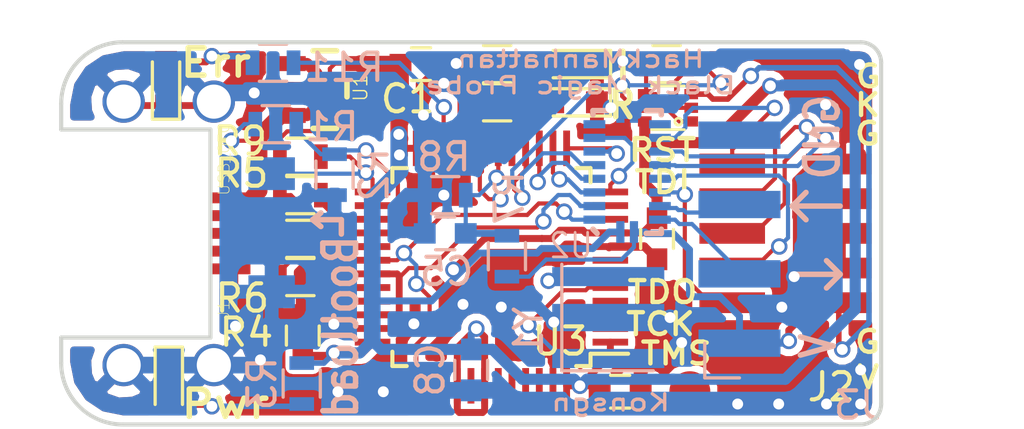
<source format=kicad_pcb>
(kicad_pcb (version 4) (host pcbnew 4.0.5)

  (general
    (links 97)
    (no_connects 2)
    (area 97.610519 90.057143 135.440601 115.875)
    (thickness 1.6)
    (drawings 41)
    (tracks 641)
    (zones 0)
    (modules 33)
    (nets 57)
  )

  (page A4)
  (layers
    (0 F.Cu signal)
    (31 B.Cu signal)
    (32 B.Adhes user hide)
    (33 F.Adhes user hide)
    (34 B.Paste user)
    (35 F.Paste user)
    (36 B.SilkS user)
    (37 F.SilkS user)
    (38 B.Mask user)
    (39 F.Mask user)
    (40 Dwgs.User user)
    (41 Cmts.User user hide)
    (42 Eco1.User user hide)
    (43 Eco2.User user hide)
    (44 Edge.Cuts user)
    (45 Margin user)
    (46 B.CrtYd user hide)
    (47 F.CrtYd user hide)
    (48 B.Fab user hide)
    (49 F.Fab user hide)
  )

  (setup
    (last_trace_width 0.4064)
    (user_trace_width 0.1524)
    (user_trace_width 0.2032)
    (user_trace_width 0.254)
    (user_trace_width 0.3048)
    (user_trace_width 0.4064)
    (user_trace_width 0.6096)
    (trace_clearance 0.2)
    (zone_clearance 0.254)
    (zone_45_only no)
    (trace_min 0.1)
    (segment_width 0.2)
    (edge_width 0.15)
    (via_size 0.6)
    (via_drill 0.4)
    (via_min_size 0.4)
    (via_min_drill 0.3)
    (uvia_size 0.3)
    (uvia_drill 0.1)
    (uvias_allowed no)
    (uvia_min_size 0.2)
    (uvia_min_drill 0.1)
    (pcb_text_width 0.12)
    (pcb_text_size 0.8 0.6)
    (mod_edge_width 0.15)
    (mod_text_size 1 1)
    (mod_text_width 0.15)
    (pad_size 1.69926 1.19888)
    (pad_drill 0)
    (pad_to_mask_clearance 0.2)
    (aux_axis_origin 0 0)
    (visible_elements FFFFFF7F)
    (pcbplotparams
      (layerselection 0x00030_80000001)
      (usegerberextensions false)
      (excludeedgelayer true)
      (linewidth 0.100000)
      (plotframeref false)
      (viasonmask false)
      (mode 1)
      (useauxorigin false)
      (hpglpennumber 1)
      (hpglpenspeed 20)
      (hpglpendiameter 15)
      (hpglpenoverlay 2)
      (psnegative false)
      (psa4output false)
      (plotreference true)
      (plotvalue true)
      (plotinvisibletext false)
      (padsonsilk false)
      (subtractmaskfromsilk false)
      (outputformat 1)
      (mirror false)
      (drillshape 1)
      (scaleselection 1)
      (outputdirectory ""))
  )

  (net 0 "")
  (net 1 +3V3)
  (net 2 GNDREF)
  (net 3 "Net-(D1-Pad2)")
  (net 4 "Net-(D2-Pad2)")
  (net 5 "Net-(D3-Pad2)")
  (net 6 "Net-(D4-Pad2)")
  (net 7 /USBD+)
  (net 8 /USBD-)
  (net 9 +5V)
  (net 10 /T_Pwr)
  (net 11 "Net-(J2-Pad7)")
  (net 12 /TXD)
  (net 13 /RXD)
  (net 14 "Net-(Q1-Pad1)")
  (net 15 /Pwr_SW)
  (net 16 /D+)
  (net 17 /USB_Enumerate)
  (net 18 /D-)
  (net 19 /Button)
  (net 20 /TX&SWCLK)
  (net 21 /RX&SWDIO)
  (net 22 /TMS)
  (net 23 /TCK)
  (net 24 /TDO)
  (net 25 /TDI)
  (net 26 /RST)
  (net 27 "Net-(U2-Pad9)")
  (net 28 "Net-(U2-Pad12)")
  (net 29 "Net-(U3-Pad2)")
  (net 30 "Net-(U3-Pad3)")
  (net 31 "Net-(U3-Pad4)")
  (net 32 "Net-(U3-Pad7)")
  (net 33 "Net-(U3-Pad10)")
  (net 34 "Net-(U3-Pad11)")
  (net 35 "Net-(U3-Pad17)")
  (net 36 /LED0)
  (net 37 /LED1)
  (net 38 /LED2)
  (net 39 "Net-(U3-Pad27)")
  (net 40 "Net-(U3-Pad28)")
  (net 41 "Net-(U3-Pad38)")
  (net 42 "Net-(U3-Pad39)")
  (net 43 "Net-(U3-Pad41)")
  (net 44 "Net-(U3-Pad43)")
  (net 45 "Net-(U3-Pad45)")
  (net 46 "Net-(U3-Pad46)")
  (net 47 /ucTMS)
  (net 48 /ucTCK)
  (net 49 /ucTDO)
  (net 50 /ucTDI)
  (net 51 /ucRST)
  (net 52 /Butn0)
  (net 53 /Xtal_IN)
  (net 54 /Xtal_OUT)
  (net 55 /An_Tpwr)
  (net 56 /An_Vbus)

  (net_class Default "This is the default net class."
    (clearance 0.2)
    (trace_width 0.25)
    (via_dia 0.6)
    (via_drill 0.4)
    (uvia_dia 0.3)
    (uvia_drill 0.1)
    (add_net +3V3)
    (add_net +5V)
    (add_net /An_Tpwr)
    (add_net /An_Vbus)
    (add_net /Butn0)
    (add_net /Button)
    (add_net /D+)
    (add_net /D-)
    (add_net /LED0)
    (add_net /LED1)
    (add_net /LED2)
    (add_net /Pwr_SW)
    (add_net /RST)
    (add_net /RX&SWDIO)
    (add_net /RXD)
    (add_net /TCK)
    (add_net /TDI)
    (add_net /TDO)
    (add_net /TMS)
    (add_net /TX&SWCLK)
    (add_net /TXD)
    (add_net /T_Pwr)
    (add_net /USBD+)
    (add_net /USBD-)
    (add_net /USB_Enumerate)
    (add_net /Xtal_IN)
    (add_net /Xtal_OUT)
    (add_net /ucRST)
    (add_net /ucTCK)
    (add_net /ucTDI)
    (add_net /ucTDO)
    (add_net /ucTMS)
    (add_net GNDREF)
    (add_net "Net-(D1-Pad2)")
    (add_net "Net-(D2-Pad2)")
    (add_net "Net-(D3-Pad2)")
    (add_net "Net-(D4-Pad2)")
    (add_net "Net-(J2-Pad7)")
    (add_net "Net-(Q1-Pad1)")
    (add_net "Net-(U2-Pad12)")
    (add_net "Net-(U2-Pad9)")
    (add_net "Net-(U3-Pad10)")
    (add_net "Net-(U3-Pad11)")
    (add_net "Net-(U3-Pad17)")
    (add_net "Net-(U3-Pad2)")
    (add_net "Net-(U3-Pad27)")
    (add_net "Net-(U3-Pad28)")
    (add_net "Net-(U3-Pad3)")
    (add_net "Net-(U3-Pad38)")
    (add_net "Net-(U3-Pad39)")
    (add_net "Net-(U3-Pad4)")
    (add_net "Net-(U3-Pad41)")
    (add_net "Net-(U3-Pad43)")
    (add_net "Net-(U3-Pad45)")
    (add_net "Net-(U3-Pad46)")
    (add_net "Net-(U3-Pad7)")
  )

  (module Housings_QFP:LQFP-48_7x7mm_Pitch0.5mm (layer F.Cu) (tedit 54130A77) (tstamp 58F61DF5)
    (at 115.7414 108.234 180)
    (descr "48 LEAD LQFP 7x7mm (see MICREL LQFP7x7-48LD-PL-1.pdf)")
    (tags "QFP 0.5")
    (path /58E7B927)
    (attr smd)
    (fp_text reference U3 (at -2.5086 -2.716 180) (layer F.SilkS)
      (effects (font (size 1 1) (thickness 0.15)))
    )
    (fp_text value STM32F103CBTx (at 0 6 180) (layer F.Fab)
      (effects (font (size 1 1) (thickness 0.15)))
    )
    (fp_text user %R (at 0 0 180) (layer F.Fab)
      (effects (font (size 1 1) (thickness 0.15)))
    )
    (fp_line (start -2.5 -3.5) (end 3.5 -3.5) (layer F.Fab) (width 0.15))
    (fp_line (start 3.5 -3.5) (end 3.5 3.5) (layer F.Fab) (width 0.15))
    (fp_line (start 3.5 3.5) (end -3.5 3.5) (layer F.Fab) (width 0.15))
    (fp_line (start -3.5 3.5) (end -3.5 -2.5) (layer F.Fab) (width 0.15))
    (fp_line (start -3.5 -2.5) (end -2.5 -3.5) (layer F.Fab) (width 0.15))
    (fp_line (start -5.25 -5.25) (end -5.25 5.25) (layer F.CrtYd) (width 0.05))
    (fp_line (start 5.25 -5.25) (end 5.25 5.25) (layer F.CrtYd) (width 0.05))
    (fp_line (start -5.25 -5.25) (end 5.25 -5.25) (layer F.CrtYd) (width 0.05))
    (fp_line (start -5.25 5.25) (end 5.25 5.25) (layer F.CrtYd) (width 0.05))
    (fp_line (start -3.625 -3.625) (end -3.625 -3.175) (layer F.SilkS) (width 0.15))
    (fp_line (start 3.625 -3.625) (end 3.625 -3.1) (layer F.SilkS) (width 0.15))
    (fp_line (start 3.625 3.625) (end 3.625 3.1) (layer F.SilkS) (width 0.15))
    (fp_line (start -3.625 3.625) (end -3.625 3.1) (layer F.SilkS) (width 0.15))
    (fp_line (start -3.625 -3.625) (end -3.1 -3.625) (layer F.SilkS) (width 0.15))
    (fp_line (start -3.625 3.625) (end -3.1 3.625) (layer F.SilkS) (width 0.15))
    (fp_line (start 3.625 3.625) (end 3.1 3.625) (layer F.SilkS) (width 0.15))
    (fp_line (start 3.625 -3.625) (end 3.1 -3.625) (layer F.SilkS) (width 0.15))
    (fp_line (start -3.625 -3.175) (end -5 -3.175) (layer F.SilkS) (width 0.15))
    (pad 1 smd rect (at -4.35 -2.75 180) (size 1.3 0.25) (layers F.Cu F.Paste F.Mask)
      (net 1 +3V3))
    (pad 2 smd rect (at -4.35 -2.25 180) (size 1.3 0.25) (layers F.Cu F.Paste F.Mask)
      (net 29 "Net-(U3-Pad2)"))
    (pad 3 smd rect (at -4.35 -1.75 180) (size 1.3 0.25) (layers F.Cu F.Paste F.Mask)
      (net 30 "Net-(U3-Pad3)"))
    (pad 4 smd rect (at -4.35 -1.25 180) (size 1.3 0.25) (layers F.Cu F.Paste F.Mask)
      (net 31 "Net-(U3-Pad4)"))
    (pad 5 smd rect (at -4.35 -0.75 180) (size 1.3 0.25) (layers F.Cu F.Paste F.Mask)
      (net 53 /Xtal_IN))
    (pad 6 smd rect (at -4.35 -0.25 180) (size 1.3 0.25) (layers F.Cu F.Paste F.Mask)
      (net 54 /Xtal_OUT))
    (pad 7 smd rect (at -4.35 0.25 180) (size 1.3 0.25) (layers F.Cu F.Paste F.Mask)
      (net 32 "Net-(U3-Pad7)"))
    (pad 8 smd rect (at -4.35 0.75 180) (size 1.3 0.25) (layers F.Cu F.Paste F.Mask)
      (net 2 GNDREF))
    (pad 9 smd rect (at -4.35 1.25 180) (size 1.3 0.25) (layers F.Cu F.Paste F.Mask)
      (net 1 +3V3))
    (pad 10 smd rect (at -4.35 1.75 180) (size 1.3 0.25) (layers F.Cu F.Paste F.Mask)
      (net 33 "Net-(U3-Pad10)"))
    (pad 11 smd rect (at -4.35 2.25 180) (size 1.3 0.25) (layers F.Cu F.Paste F.Mask)
      (net 34 "Net-(U3-Pad11)"))
    (pad 12 smd rect (at -4.35 2.75 180) (size 1.3 0.25) (layers F.Cu F.Paste F.Mask)
      (net 51 /ucRST))
    (pad 13 smd rect (at -2.75 4.35 270) (size 1.3 0.25) (layers F.Cu F.Paste F.Mask)
      (net 50 /ucTDI))
    (pad 14 smd rect (at -2.25 4.35 270) (size 1.3 0.25) (layers F.Cu F.Paste F.Mask)
      (net 47 /ucTMS))
    (pad 15 smd rect (at -1.75 4.35 270) (size 1.3 0.25) (layers F.Cu F.Paste F.Mask)
      (net 48 /ucTCK))
    (pad 16 smd rect (at -1.25 4.35 270) (size 1.3 0.25) (layers F.Cu F.Paste F.Mask)
      (net 49 /ucTDO))
    (pad 17 smd rect (at -0.75 4.35 270) (size 1.3 0.25) (layers F.Cu F.Paste F.Mask)
      (net 35 "Net-(U3-Pad17)"))
    (pad 18 smd rect (at -0.25 4.35 270) (size 1.3 0.25) (layers F.Cu F.Paste F.Mask)
      (net 55 /An_Tpwr))
    (pad 19 smd rect (at 0.25 4.35 270) (size 1.3 0.25) (layers F.Cu F.Paste F.Mask)
      (net 15 /Pwr_SW))
    (pad 20 smd rect (at 0.75 4.35 270) (size 1.3 0.25) (layers F.Cu F.Paste F.Mask)
      (net 36 /LED0))
    (pad 21 smd rect (at 1.25 4.35 270) (size 1.3 0.25) (layers F.Cu F.Paste F.Mask)
      (net 37 /LED1))
    (pad 22 smd rect (at 1.75 4.35 270) (size 1.3 0.25) (layers F.Cu F.Paste F.Mask)
      (net 38 /LED2))
    (pad 23 smd rect (at 2.25 4.35 270) (size 1.3 0.25) (layers F.Cu F.Paste F.Mask)
      (net 2 GNDREF))
    (pad 24 smd rect (at 2.75 4.35 270) (size 1.3 0.25) (layers F.Cu F.Paste F.Mask)
      (net 1 +3V3))
    (pad 25 smd rect (at 4.35 2.75 180) (size 1.3 0.25) (layers F.Cu F.Paste F.Mask)
      (net 19 /Button))
    (pad 26 smd rect (at 4.35 2.25 180) (size 1.3 0.25) (layers F.Cu F.Paste F.Mask)
      (net 56 /An_Vbus))
    (pad 27 smd rect (at 4.35 1.75 180) (size 1.3 0.25) (layers F.Cu F.Paste F.Mask)
      (net 39 "Net-(U3-Pad27)"))
    (pad 28 smd rect (at 4.35 1.25 180) (size 1.3 0.25) (layers F.Cu F.Paste F.Mask)
      (net 40 "Net-(U3-Pad28)"))
    (pad 29 smd rect (at 4.35 0.75 180) (size 1.3 0.25) (layers F.Cu F.Paste F.Mask)
      (net 17 /USB_Enumerate))
    (pad 30 smd rect (at 4.35 0.25 180) (size 1.3 0.25) (layers F.Cu F.Paste F.Mask)
      (net 20 /TX&SWCLK))
    (pad 31 smd rect (at 4.35 -0.25 180) (size 1.3 0.25) (layers F.Cu F.Paste F.Mask)
      (net 21 /RX&SWDIO))
    (pad 32 smd rect (at 4.35 -0.75 180) (size 1.3 0.25) (layers F.Cu F.Paste F.Mask)
      (net 18 /D-))
    (pad 33 smd rect (at 4.35 -1.25 180) (size 1.3 0.25) (layers F.Cu F.Paste F.Mask)
      (net 16 /D+))
    (pad 34 smd rect (at 4.35 -1.75 180) (size 1.3 0.25) (layers F.Cu F.Paste F.Mask)
      (net 21 /RX&SWDIO))
    (pad 35 smd rect (at 4.35 -2.25 180) (size 1.3 0.25) (layers F.Cu F.Paste F.Mask)
      (net 2 GNDREF))
    (pad 36 smd rect (at 4.35 -2.75 180) (size 1.3 0.25) (layers F.Cu F.Paste F.Mask)
      (net 1 +3V3))
    (pad 37 smd rect (at 2.75 -4.35 270) (size 1.3 0.25) (layers F.Cu F.Paste F.Mask)
      (net 20 /TX&SWCLK))
    (pad 38 smd rect (at 2.25 -4.35 270) (size 1.3 0.25) (layers F.Cu F.Paste F.Mask)
      (net 41 "Net-(U3-Pad38)"))
    (pad 39 smd rect (at 1.75 -4.35 270) (size 1.3 0.25) (layers F.Cu F.Paste F.Mask)
      (net 42 "Net-(U3-Pad39)"))
    (pad 40 smd rect (at 1.25 -4.35 270) (size 1.3 0.25) (layers F.Cu F.Paste F.Mask)
      (net 1 +3V3))
    (pad 41 smd rect (at 0.75 -4.35 270) (size 1.3 0.25) (layers F.Cu F.Paste F.Mask)
      (net 43 "Net-(U3-Pad41)"))
    (pad 42 smd rect (at 0.25 -4.35 270) (size 1.3 0.25) (layers F.Cu F.Paste F.Mask)
      (net 1 +3V3))
    (pad 43 smd rect (at -0.25 -4.35 270) (size 1.3 0.25) (layers F.Cu F.Paste F.Mask)
      (net 44 "Net-(U3-Pad43)"))
    (pad 44 smd rect (at -0.75 -4.35 270) (size 1.3 0.25) (layers F.Cu F.Paste F.Mask)
      (net 52 /Butn0))
    (pad 45 smd rect (at -1.25 -4.35 270) (size 1.3 0.25) (layers F.Cu F.Paste F.Mask)
      (net 45 "Net-(U3-Pad45)"))
    (pad 46 smd rect (at -1.75 -4.35 270) (size 1.3 0.25) (layers F.Cu F.Paste F.Mask)
      (net 46 "Net-(U3-Pad46)"))
    (pad 47 smd rect (at -2.25 -4.35 270) (size 1.3 0.25) (layers F.Cu F.Paste F.Mask)
      (net 2 GNDREF))
    (pad 48 smd rect (at -2.75 -4.35 270) (size 1.3 0.25) (layers F.Cu F.Paste F.Mask)
      (net 1 +3V3))
    (model Housings_QFP.3dshapes/LQFP-48_7x7mm_Pitch0.5mm.wrl
      (at (xyz 0 0 0))
      (scale (xyz 1 1 1))
      (rotate (xyz 0 0 0))
    )
  )

  (module Resistors_SMD:R_0603 (layer B.Cu) (tedit 58E0A804) (tstamp 58F3BFC8)
    (at 116.3066 107.8364 270)
    (descr "Resistor SMD 0603, reflow soldering, Vishay (see dcrcw.pdf)")
    (tags "resistor 0603")
    (path /58EB9A21)
    (attr smd)
    (fp_text reference R7 (at -2.1364 -0.0934 270) (layer B.SilkS)
      (effects (font (size 1 1) (thickness 0.15)) (justify mirror))
    )
    (fp_text value 4k7 (at 0 -1.5 270) (layer B.Fab)
      (effects (font (size 1 1) (thickness 0.15)) (justify mirror))
    )
    (fp_text user %R (at 0 0 270) (layer B.Fab)
      (effects (font (size 0.5 0.5) (thickness 0.075)) (justify mirror))
    )
    (fp_line (start -0.8 -0.4) (end -0.8 0.4) (layer B.Fab) (width 0.1))
    (fp_line (start 0.8 -0.4) (end -0.8 -0.4) (layer B.Fab) (width 0.1))
    (fp_line (start 0.8 0.4) (end 0.8 -0.4) (layer B.Fab) (width 0.1))
    (fp_line (start -0.8 0.4) (end 0.8 0.4) (layer B.Fab) (width 0.1))
    (fp_line (start 0.5 -0.68) (end -0.5 -0.68) (layer B.SilkS) (width 0.12))
    (fp_line (start -0.5 0.68) (end 0.5 0.68) (layer B.SilkS) (width 0.12))
    (fp_line (start -1.25 0.7) (end 1.25 0.7) (layer B.CrtYd) (width 0.05))
    (fp_line (start -1.25 0.7) (end -1.25 -0.7) (layer B.CrtYd) (width 0.05))
    (fp_line (start 1.25 -0.7) (end 1.25 0.7) (layer B.CrtYd) (width 0.05))
    (fp_line (start 1.25 -0.7) (end -1.25 -0.7) (layer B.CrtYd) (width 0.05))
    (pad 1 smd rect (at -0.75 0 270) (size 0.5 0.9) (layers B.Cu B.Paste B.Mask)
      (net 55 /An_Tpwr))
    (pad 2 smd rect (at 0.75 0 270) (size 0.5 0.9) (layers B.Cu B.Paste B.Mask)
      (net 10 /T_Pwr))
    (model ${KISYS3DMOD}/Resistors_SMD.3dshapes/R_0603.wrl
      (at (xyz 0 0 0))
      (scale (xyz 1 1 1))
      (rotate (xyz 0 0 0))
    )
  )

  (module Homebrew:CNX_2X05X1.27_Vertical_SMD (layer F.Cu) (tedit 58F11CAC) (tstamp 58F26EC5)
    (at 126.5 107 90)
    (descr "Connecteur DB15 femelle encarte")
    (tags "CONN DB15")
    (path /58EC4CCC)
    (fp_text reference J2 (at -5.625 1.675 180) (layer F.SilkS)
      (effects (font (size 1 1) (thickness 0.15)))
    )
    (fp_text value Jtag_ARM_10pin (at 0 1.27 90) (layer F.Fab)
      (effects (font (size 0.6 0.6) (thickness 0.15)))
    )
    (fp_line (start 1.17 2) (end 1.17 2.55) (layer F.Fab) (width 0.15))
    (fp_line (start -1.17 2) (end 1.17 2) (layer F.Fab) (width 0.15))
    (fp_line (start -1.17 2.55) (end -1.17 2) (layer F.Fab) (width 0.15))
    (fp_line (start -6.325 -2.55) (end -6.325 2.55) (layer F.Fab) (width 0.15))
    (fp_line (start 6.325 -2.55) (end -6.325 -2.55) (layer F.Fab) (width 0.15))
    (fp_line (start 6.325 2.55) (end 6.325 -2.55) (layer F.Fab) (width 0.15))
    (fp_line (start -6.325 2.55) (end -1.175 2.55) (layer F.Fab) (width 0.15))
    (fp_line (start 1.175 2.55) (end 6.325 2.55) (layer F.Fab) (width 0.15))
    (pad 1 smd rect (at -2.54 1.95 90) (size 0.76 2.4) (layers F.Cu F.Paste F.Mask)
      (net 10 /T_Pwr))
    (pad 2 smd rect (at -2.54 -1.95 90) (size 0.76 2.4) (layers F.Cu F.Paste F.Mask)
      (net 22 /TMS))
    (pad 3 smd rect (at -1.27 1.95 90) (size 0.76 2.4) (layers F.Cu F.Paste F.Mask)
      (net 2 GNDREF))
    (pad 4 smd rect (at -1.27 -1.95 90) (size 0.76 2.4) (layers F.Cu F.Paste F.Mask)
      (net 23 /TCK))
    (pad 5 smd rect (at 0 1.95 90) (size 0.76 2.4) (layers F.Cu F.Paste F.Mask)
      (net 2 GNDREF))
    (pad 6 smd rect (at 0 -1.95 90) (size 0.76 2.4) (layers F.Cu F.Paste F.Mask)
      (net 24 /TDO))
    (pad 7 smd rect (at 1.27 1.95 90) (size 0.76 2.4) (layers F.Cu F.Paste F.Mask)
      (net 11 "Net-(J2-Pad7)"))
    (pad 8 smd rect (at 1.27 -1.95 90) (size 0.76 2.4) (layers F.Cu F.Paste F.Mask)
      (net 25 /TDI))
    (pad 9 smd rect (at 2.54 1.95 90) (size 0.76 2.4) (layers F.Cu F.Paste F.Mask)
      (net 2 GNDREF))
    (pad 10 smd rect (at 2.54 -1.95 90) (size 0.76 2.4) (layers F.Cu F.Paste F.Mask)
      (net 26 /RST))
    (model Connectors.3dshapes/DB15M_CI.wrl
      (at (xyz -0.39 0.1 -0.03))
      (scale (xyz 1 1 1))
      (rotate (xyz 90 180 0))
    )
  )

  (module Capacitors_SMD:C_0603 (layer F.Cu) (tedit 58AA844E) (tstamp 58F61BD3)
    (at 113.164 100.8)
    (descr "Capacitor SMD 0603, reflow soldering, AVX (see smccp.pdf)")
    (tags "capacitor 0603")
    (path /58E7BFE2)
    (attr smd)
    (fp_text reference C1 (at -0.489 1.275) (layer F.SilkS)
      (effects (font (size 1 1) (thickness 0.15)))
    )
    (fp_text value 4.7uF (at 0 1.5) (layer F.Fab)
      (effects (font (size 1 1) (thickness 0.15)))
    )
    (fp_text user %R (at 0 -1.5) (layer F.Fab)
      (effects (font (size 1 1) (thickness 0.15)))
    )
    (fp_line (start -0.8 0.4) (end -0.8 -0.4) (layer F.Fab) (width 0.1))
    (fp_line (start 0.8 0.4) (end -0.8 0.4) (layer F.Fab) (width 0.1))
    (fp_line (start 0.8 -0.4) (end 0.8 0.4) (layer F.Fab) (width 0.1))
    (fp_line (start -0.8 -0.4) (end 0.8 -0.4) (layer F.Fab) (width 0.1))
    (fp_line (start -0.35 -0.6) (end 0.35 -0.6) (layer F.SilkS) (width 0.12))
    (fp_line (start 0.35 0.6) (end -0.35 0.6) (layer F.SilkS) (width 0.12))
    (fp_line (start -1.4 -0.65) (end 1.4 -0.65) (layer F.CrtYd) (width 0.05))
    (fp_line (start -1.4 -0.65) (end -1.4 0.65) (layer F.CrtYd) (width 0.05))
    (fp_line (start 1.4 0.65) (end 1.4 -0.65) (layer F.CrtYd) (width 0.05))
    (fp_line (start 1.4 0.65) (end -1.4 0.65) (layer F.CrtYd) (width 0.05))
    (pad 1 smd rect (at -0.75 0) (size 0.8 0.75) (layers F.Cu F.Paste F.Mask)
      (net 1 +3V3))
    (pad 2 smd rect (at 0.75 0) (size 0.8 0.75) (layers F.Cu F.Paste F.Mask)
      (net 2 GNDREF))
    (model Capacitors_SMD.3dshapes/C_0603.wrl
      (at (xyz 0 0 0))
      (scale (xyz 1 1 1))
      (rotate (xyz 0 0 0))
    )
  )

  (module Resistors_SMD:R_0603 (layer F.Cu) (tedit 58E0A804) (tstamp 58F3BFA6)
    (at 108.75 105.6)
    (descr "Resistor SMD 0603, reflow soldering, Vishay (see dcrcw.pdf)")
    (tags "resistor 0603")
    (path /58E86E06)
    (attr smd)
    (fp_text reference R5 (at -2.15 -0.8) (layer F.SilkS)
      (effects (font (size 1 1) (thickness 0.15)))
    )
    (fp_text value 1k5 (at 0 1.5) (layer F.Fab)
      (effects (font (size 1 1) (thickness 0.15)))
    )
    (fp_text user %R (at 0 0) (layer F.Fab)
      (effects (font (size 0.5 0.5) (thickness 0.075)))
    )
    (fp_line (start -0.8 0.4) (end -0.8 -0.4) (layer F.Fab) (width 0.1))
    (fp_line (start 0.8 0.4) (end -0.8 0.4) (layer F.Fab) (width 0.1))
    (fp_line (start 0.8 -0.4) (end 0.8 0.4) (layer F.Fab) (width 0.1))
    (fp_line (start -0.8 -0.4) (end 0.8 -0.4) (layer F.Fab) (width 0.1))
    (fp_line (start 0.5 0.68) (end -0.5 0.68) (layer F.SilkS) (width 0.12))
    (fp_line (start -0.5 -0.68) (end 0.5 -0.68) (layer F.SilkS) (width 0.12))
    (fp_line (start -1.25 -0.7) (end 1.25 -0.7) (layer F.CrtYd) (width 0.05))
    (fp_line (start -1.25 -0.7) (end -1.25 0.7) (layer F.CrtYd) (width 0.05))
    (fp_line (start 1.25 0.7) (end 1.25 -0.7) (layer F.CrtYd) (width 0.05))
    (fp_line (start 1.25 0.7) (end -1.25 0.7) (layer F.CrtYd) (width 0.05))
    (pad 1 smd rect (at -0.75 0) (size 0.5 0.9) (layers F.Cu F.Paste F.Mask)
      (net 7 /USBD+))
    (pad 2 smd rect (at 0.75 0) (size 0.5 0.9) (layers F.Cu F.Paste F.Mask)
      (net 17 /USB_Enumerate))
    (model ${KISYS3DMOD}/Resistors_SMD.3dshapes/R_0603.wrl
      (at (xyz 0 0 0))
      (scale (xyz 1 1 1))
      (rotate (xyz 0 0 0))
    )
  )

  (module LEDs:LED_0603 (layer F.Cu) (tedit 58F3B4FE) (tstamp 58F61C52)
    (at 103.8354 101.5186 90)
    (descr "LED 0603 smd package")
    (tags "LED led 0603 SMD smd SMT smt smdled SMDLED smtled SMTLED")
    (path /58E88253)
    (attr smd)
    (fp_text reference D2 (at 0.7686 -1.4854 180) (layer F.SilkS) hide
      (effects (font (size 1 1) (thickness 0.15)))
    )
    (fp_text value Red (at 0 1.35 90) (layer F.Fab)
      (effects (font (size 1 1) (thickness 0.15)))
    )
    (fp_line (start -1.3 -0.5) (end -1.3 0.5) (layer F.SilkS) (width 0.12))
    (fp_line (start -0.2 -0.2) (end -0.2 0.2) (layer F.Fab) (width 0.1))
    (fp_line (start -0.15 0) (end 0.15 -0.2) (layer F.Fab) (width 0.1))
    (fp_line (start 0.15 0.2) (end -0.15 0) (layer F.Fab) (width 0.1))
    (fp_line (start 0.15 -0.2) (end 0.15 0.2) (layer F.Fab) (width 0.1))
    (fp_line (start 0.8 0.4) (end -0.8 0.4) (layer F.Fab) (width 0.1))
    (fp_line (start 0.8 -0.4) (end 0.8 0.4) (layer F.Fab) (width 0.1))
    (fp_line (start -0.8 -0.4) (end 0.8 -0.4) (layer F.Fab) (width 0.1))
    (fp_line (start -0.8 0.4) (end -0.8 -0.4) (layer F.Fab) (width 0.1))
    (fp_line (start -1.3 0.5) (end 0.8 0.5) (layer F.SilkS) (width 0.12))
    (fp_line (start -1.3 -0.5) (end 0.8 -0.5) (layer F.SilkS) (width 0.12))
    (fp_line (start 1.45 -0.65) (end 1.45 0.65) (layer F.CrtYd) (width 0.05))
    (fp_line (start 1.45 0.65) (end -1.45 0.65) (layer F.CrtYd) (width 0.05))
    (fp_line (start -1.45 0.65) (end -1.45 -0.65) (layer F.CrtYd) (width 0.05))
    (fp_line (start -1.45 -0.65) (end 1.45 -0.65) (layer F.CrtYd) (width 0.05))
    (pad 2 smd rect (at 0.8 0 270) (size 0.8 0.8) (layers F.Cu F.Paste F.Mask)
      (net 4 "Net-(D2-Pad2)"))
    (pad 1 smd rect (at -0.8 0 270) (size 0.8 0.8) (layers F.Cu F.Paste F.Mask)
      (net 2 GNDREF))
    (model LEDs.3dshapes/LED_0603.wrl
      (at (xyz 0 0 0))
      (scale (xyz 1 1 1))
      (rotate (xyz 0 0 180))
    )
  )

  (module Capacitors_SMD:C_0603 (layer F.Cu) (tedit 58F3B4DE) (tstamp 58F61BE4)
    (at 121.8 107.2 270)
    (descr "Capacitor SMD 0603, reflow soldering, AVX (see smccp.pdf)")
    (tags "capacitor 0603")
    (path /58E7C021)
    (attr smd)
    (fp_text reference C2 (at 2.35 -0.05 270) (layer F.SilkS) hide
      (effects (font (size 1 1) (thickness 0.15)))
    )
    (fp_text value .1uF (at 0 1.5 270) (layer F.Fab)
      (effects (font (size 1 1) (thickness 0.15)))
    )
    (fp_text user %R (at 0 -1.5 270) (layer F.Fab)
      (effects (font (size 1 1) (thickness 0.15)))
    )
    (fp_line (start -0.8 0.4) (end -0.8 -0.4) (layer F.Fab) (width 0.1))
    (fp_line (start 0.8 0.4) (end -0.8 0.4) (layer F.Fab) (width 0.1))
    (fp_line (start 0.8 -0.4) (end 0.8 0.4) (layer F.Fab) (width 0.1))
    (fp_line (start -0.8 -0.4) (end 0.8 -0.4) (layer F.Fab) (width 0.1))
    (fp_line (start -0.35 -0.6) (end 0.35 -0.6) (layer F.SilkS) (width 0.12))
    (fp_line (start 0.35 0.6) (end -0.35 0.6) (layer F.SilkS) (width 0.12))
    (fp_line (start -1.4 -0.65) (end 1.4 -0.65) (layer F.CrtYd) (width 0.05))
    (fp_line (start -1.4 -0.65) (end -1.4 0.65) (layer F.CrtYd) (width 0.05))
    (fp_line (start 1.4 0.65) (end 1.4 -0.65) (layer F.CrtYd) (width 0.05))
    (fp_line (start 1.4 0.65) (end -1.4 0.65) (layer F.CrtYd) (width 0.05))
    (pad 1 smd rect (at -0.75 0 270) (size 0.8 0.75) (layers F.Cu F.Paste F.Mask)
      (net 1 +3V3))
    (pad 2 smd rect (at 0.75 0 270) (size 0.8 0.75) (layers F.Cu F.Paste F.Mask)
      (net 2 GNDREF))
    (model Capacitors_SMD.3dshapes/C_0603.wrl
      (at (xyz 0 0 0))
      (scale (xyz 1 1 1))
      (rotate (xyz 0 0 0))
    )
  )

  (module Capacitors_SMD:C_0603 (layer F.Cu) (tedit 58F3B4E9) (tstamp 58F61BF5)
    (at 108.839 110.744 90)
    (descr "Capacitor SMD 0603, reflow soldering, AVX (see smccp.pdf)")
    (tags "capacitor 0603")
    (path /58E7C076)
    (attr smd)
    (fp_text reference C3 (at -1.906 -1.189 90) (layer F.SilkS) hide
      (effects (font (size 1 1) (thickness 0.15)))
    )
    (fp_text value .1uF (at 0 1.5 90) (layer F.Fab)
      (effects (font (size 1 1) (thickness 0.15)))
    )
    (fp_text user %R (at 0 -1.5 90) (layer F.Fab)
      (effects (font (size 1 1) (thickness 0.15)))
    )
    (fp_line (start -0.8 0.4) (end -0.8 -0.4) (layer F.Fab) (width 0.1))
    (fp_line (start 0.8 0.4) (end -0.8 0.4) (layer F.Fab) (width 0.1))
    (fp_line (start 0.8 -0.4) (end 0.8 0.4) (layer F.Fab) (width 0.1))
    (fp_line (start -0.8 -0.4) (end 0.8 -0.4) (layer F.Fab) (width 0.1))
    (fp_line (start -0.35 -0.6) (end 0.35 -0.6) (layer F.SilkS) (width 0.12))
    (fp_line (start 0.35 0.6) (end -0.35 0.6) (layer F.SilkS) (width 0.12))
    (fp_line (start -1.4 -0.65) (end 1.4 -0.65) (layer F.CrtYd) (width 0.05))
    (fp_line (start -1.4 -0.65) (end -1.4 0.65) (layer F.CrtYd) (width 0.05))
    (fp_line (start 1.4 0.65) (end 1.4 -0.65) (layer F.CrtYd) (width 0.05))
    (fp_line (start 1.4 0.65) (end -1.4 0.65) (layer F.CrtYd) (width 0.05))
    (pad 1 smd rect (at -0.75 0 90) (size 0.8 0.75) (layers F.Cu F.Paste F.Mask)
      (net 1 +3V3))
    (pad 2 smd rect (at 0.75 0 90) (size 0.8 0.75) (layers F.Cu F.Paste F.Mask)
      (net 2 GNDREF))
    (model Capacitors_SMD.3dshapes/C_0603.wrl
      (at (xyz 0 0 0))
      (scale (xyz 1 1 1))
      (rotate (xyz 0 0 0))
    )
  )

  (module Capacitors_SMD:C_0603 (layer F.Cu) (tedit 58F3B4E3) (tstamp 58F61C06)
    (at 120.45 112.8)
    (descr "Capacitor SMD 0603, reflow soldering, AVX (see smccp.pdf)")
    (tags "capacitor 0603")
    (path /58E7C0AB)
    (attr smd)
    (fp_text reference C4 (at 0 -1.075) (layer F.SilkS) hide
      (effects (font (size 1 1) (thickness 0.15)))
    )
    (fp_text value .1uF (at 0 1.5) (layer F.Fab)
      (effects (font (size 1 1) (thickness 0.15)))
    )
    (fp_text user %R (at 0 -1.5) (layer F.Fab)
      (effects (font (size 1 1) (thickness 0.15)))
    )
    (fp_line (start -0.8 0.4) (end -0.8 -0.4) (layer F.Fab) (width 0.1))
    (fp_line (start 0.8 0.4) (end -0.8 0.4) (layer F.Fab) (width 0.1))
    (fp_line (start 0.8 -0.4) (end 0.8 0.4) (layer F.Fab) (width 0.1))
    (fp_line (start -0.8 -0.4) (end 0.8 -0.4) (layer F.Fab) (width 0.1))
    (fp_line (start -0.35 -0.6) (end 0.35 -0.6) (layer F.SilkS) (width 0.12))
    (fp_line (start 0.35 0.6) (end -0.35 0.6) (layer F.SilkS) (width 0.12))
    (fp_line (start -1.4 -0.65) (end 1.4 -0.65) (layer F.CrtYd) (width 0.05))
    (fp_line (start -1.4 -0.65) (end -1.4 0.65) (layer F.CrtYd) (width 0.05))
    (fp_line (start 1.4 0.65) (end 1.4 -0.65) (layer F.CrtYd) (width 0.05))
    (fp_line (start 1.4 0.65) (end -1.4 0.65) (layer F.CrtYd) (width 0.05))
    (pad 1 smd rect (at -0.75 0) (size 0.8 0.75) (layers F.Cu F.Paste F.Mask)
      (net 1 +3V3))
    (pad 2 smd rect (at 0.75 0) (size 0.8 0.75) (layers F.Cu F.Paste F.Mask)
      (net 2 GNDREF))
    (model Capacitors_SMD.3dshapes/C_0603.wrl
      (at (xyz 0 0 0))
      (scale (xyz 1 1 1))
      (rotate (xyz 0 0 0))
    )
  )

  (module Capacitors_SMD:C_0603 (layer B.Cu) (tedit 58AA844E) (tstamp 58F61C17)
    (at 114.05 107 180)
    (descr "Capacitor SMD 0603, reflow soldering, AVX (see smccp.pdf)")
    (tags "capacitor 0603")
    (path /58EC8F03)
    (attr smd)
    (fp_text reference C5 (at -0.05 -1.4 180) (layer B.SilkS)
      (effects (font (size 1 1) (thickness 0.15)) (justify mirror))
    )
    (fp_text value 100nF (at 0 -1.5 180) (layer B.Fab)
      (effects (font (size 1 1) (thickness 0.15)) (justify mirror))
    )
    (fp_text user %R (at 0 1.5 180) (layer B.Fab)
      (effects (font (size 1 1) (thickness 0.15)) (justify mirror))
    )
    (fp_line (start -0.8 -0.4) (end -0.8 0.4) (layer B.Fab) (width 0.1))
    (fp_line (start 0.8 -0.4) (end -0.8 -0.4) (layer B.Fab) (width 0.1))
    (fp_line (start 0.8 0.4) (end 0.8 -0.4) (layer B.Fab) (width 0.1))
    (fp_line (start -0.8 0.4) (end 0.8 0.4) (layer B.Fab) (width 0.1))
    (fp_line (start -0.35 0.6) (end 0.35 0.6) (layer B.SilkS) (width 0.12))
    (fp_line (start 0.35 -0.6) (end -0.35 -0.6) (layer B.SilkS) (width 0.12))
    (fp_line (start -1.4 0.65) (end 1.4 0.65) (layer B.CrtYd) (width 0.05))
    (fp_line (start -1.4 0.65) (end -1.4 -0.65) (layer B.CrtYd) (width 0.05))
    (fp_line (start 1.4 -0.65) (end 1.4 0.65) (layer B.CrtYd) (width 0.05))
    (fp_line (start 1.4 -0.65) (end -1.4 -0.65) (layer B.CrtYd) (width 0.05))
    (pad 1 smd rect (at -0.75 0 180) (size 0.8 0.75) (layers B.Cu B.Paste B.Mask)
      (net 55 /An_Tpwr))
    (pad 2 smd rect (at 0.75 0 180) (size 0.8 0.75) (layers B.Cu B.Paste B.Mask)
      (net 2 GNDREF))
    (model Capacitors_SMD.3dshapes/C_0603.wrl
      (at (xyz 0 0 0))
      (scale (xyz 1 1 1))
      (rotate (xyz 0 0 0))
    )
  )

  (module Capacitors_SMD:C_0603 (layer B.Cu) (tedit 58AA844E) (tstamp 58F61C28)
    (at 115 112 270)
    (descr "Capacitor SMD 0603, reflow soldering, AVX (see smccp.pdf)")
    (tags "capacitor 0603")
    (path /58E8FCFF)
    (attr smd)
    (fp_text reference C8 (at 0 1.5 270) (layer B.SilkS)
      (effects (font (size 1 1) (thickness 0.15)) (justify mirror))
    )
    (fp_text value .1uF (at 0 -1.5 270) (layer B.Fab)
      (effects (font (size 1 1) (thickness 0.15)) (justify mirror))
    )
    (fp_text user %R (at 0 1.5 270) (layer B.Fab)
      (effects (font (size 1 1) (thickness 0.15)) (justify mirror))
    )
    (fp_line (start -0.8 -0.4) (end -0.8 0.4) (layer B.Fab) (width 0.1))
    (fp_line (start 0.8 -0.4) (end -0.8 -0.4) (layer B.Fab) (width 0.1))
    (fp_line (start 0.8 0.4) (end 0.8 -0.4) (layer B.Fab) (width 0.1))
    (fp_line (start -0.8 0.4) (end 0.8 0.4) (layer B.Fab) (width 0.1))
    (fp_line (start -0.35 0.6) (end 0.35 0.6) (layer B.SilkS) (width 0.12))
    (fp_line (start 0.35 -0.6) (end -0.35 -0.6) (layer B.SilkS) (width 0.12))
    (fp_line (start -1.4 0.65) (end 1.4 0.65) (layer B.CrtYd) (width 0.05))
    (fp_line (start -1.4 0.65) (end -1.4 -0.65) (layer B.CrtYd) (width 0.05))
    (fp_line (start 1.4 -0.65) (end 1.4 0.65) (layer B.CrtYd) (width 0.05))
    (fp_line (start 1.4 -0.65) (end -1.4 -0.65) (layer B.CrtYd) (width 0.05))
    (pad 1 smd rect (at -0.75 0 270) (size 0.8 0.75) (layers B.Cu B.Paste B.Mask)
      (net 1 +3V3))
    (pad 2 smd rect (at 0.75 0 270) (size 0.8 0.75) (layers B.Cu B.Paste B.Mask)
      (net 2 GNDREF))
    (model Capacitors_SMD.3dshapes/C_0603.wrl
      (at (xyz 0 0 0))
      (scale (xyz 1 1 1))
      (rotate (xyz 0 0 0))
    )
  )

  (module Homebrew:Homebrew-USB-B-MICRO-SMD_PINS (layer F.Cu) (tedit 58EAB9DB) (tstamp 58F61C91)
    (at 99.8095 107)
    (path /58E80202)
    (attr smd)
    (fp_text reference J1 (at 6.1468 2.794 90) (layer F.SilkS)
      (effects (font (size 0.4064 0.4064) (thickness 0.0254)))
    )
    (fp_text value USB_OTG (at 6.1468 -2.7178 90) (layer F.SilkS)
      (effects (font (size 0.4064 0.4064) (thickness 0.0254)))
    )
    (fp_line (start 0 -4) (end 0.7 -3.75) (layer Dwgs.User) (width 0.127))
    (fp_line (start 0 -4) (end 0 4) (layer Dwgs.User) (width 0.127))
    (fp_line (start 5.7 -3.75) (end 5.7 3.75) (layer F.Fab) (width 0.127))
    (fp_line (start 5.7 -3.75) (end 0.7 -3.75) (layer Dwgs.User) (width 0.127))
    (fp_line (start 5.7 3.75) (end 0.7 3.75) (layer Dwgs.User) (width 0.127))
    (fp_line (start -1.99898 -7.1247) (end -1.99898 -0.127) (layer Dwgs.User) (width 0))
    (fp_line (start 6.4 -3.75) (end 6.4 3.75) (layer Dwgs.User) (width 0.127))
    (fp_line (start 0 4) (end 0.7 3.75) (layer Dwgs.User) (width 0.127))
    (pad 3 smd rect (at 6.4135 0 90) (size 0.39878 1.4) (layers F.Cu F.Paste F.Mask)
      (net 7 /USBD+))
    (pad 2 smd rect (at 6.4135 -0.65 90) (size 0.39878 1.4) (layers F.Cu F.Paste F.Mask)
      (net 8 /USBD-))
    (pad 5 smd rect (at 6.4135 1.3 90) (size 0.39878 1.4) (layers F.Cu F.Paste F.Mask)
      (net 2 GNDREF))
    (pad 4 smd rect (at 6.4135 0.65 90) (size 0.39878 1.4) (layers F.Cu F.Paste F.Mask)
      (net 2 GNDREF))
    (pad 1 smd rect (at 6.4135 -1.3 90) (size 0.39878 1.4) (layers F.Cu F.Paste F.Mask)
      (net 9 +5V))
    (pad 6 thru_hole circle (at 2.475 -4.825 90) (size 1.55 1.55) (drill 1.25) (layers *.Cu *.Mask)
      (net 2 GNDREF))
    (pad 6 thru_hole circle (at 5.775 -4.825 90) (size 1.55 1.55) (drill 1.25) (layers *.Cu *.Mask)
      (net 2 GNDREF))
    (pad 6 thru_hole circle (at 2.475 4.825 90) (size 1.55 1.55) (drill 1.25) (layers *.Cu *.Mask)
      (net 2 GNDREF))
    (pad 6 thru_hole circle (at 5.775 4.825 90) (size 1.55 1.55) (drill 1.25) (layers *.Cu *.Mask)
      (net 2 GNDREF))
  )

  (module Homebrew:SOT563-6 (layer F.Cu) (tedit 58F3B4DA) (tstamp 58F61CB8)
    (at 122.2 102.4 90)
    (path /58EB0464)
    (fp_text reference Q1 (at -0.1 2.4 180) (layer F.SilkS) hide
      (effects (font (size 1.2 1.2) (thickness 0.15)))
    )
    (fp_text value Q2-PMOS-S2G2D1S1G1D2 (at 0 0 90) (layer F.Fab)
      (effects (font (size 1.2 1.2) (thickness 0.15)))
    )
    (fp_circle (center -0.508 0.381) (end -0.381 0.381) (layer F.SilkS) (width 0.1))
    (fp_line (start -0.8 -0.6) (end -0.8 0.6) (layer F.SilkS) (width 0.1))
    (fp_line (start 0.8 0.6) (end 0.8 -0.6) (layer F.SilkS) (width 0.1))
    (pad 6 smd rect (at -0.5 -0.85 90) (size 0.375 0.5) (layers F.Cu F.Paste F.Mask)
      (net 1 +3V3))
    (pad 1 smd rect (at -0.5 0.85 90) (size 0.375 0.5) (layers F.Cu F.Paste F.Mask)
      (net 14 "Net-(Q1-Pad1)"))
    (pad 5 smd rect (at 0 -0.85 90) (size 0.375 0.5) (layers F.Cu F.Paste F.Mask)
      (net 15 /Pwr_SW))
    (pad 2 smd rect (at 0 0.85 90) (size 0.375 0.5) (layers F.Cu F.Paste F.Mask)
      (net 15 /Pwr_SW))
    (pad 4 smd rect (at 0.5 -0.85 90) (size 0.375 0.5) (layers F.Cu F.Paste F.Mask)
      (net 14 "Net-(Q1-Pad1)"))
    (pad 3 smd rect (at 0.5 0.85 90) (size 0.375 0.5) (layers F.Cu F.Paste F.Mask)
      (net 10 /T_Pwr))
  )

  (module Homebrew:Homebrew-SOT23-5 (layer F.Cu) (tedit 58F3B4F6) (tstamp 58F61D9E)
    (at 109.6454 101.7316 270)
    (descr "SMALL OUTLINE TRANSISTOR")
    (tags "SMALL OUTLINE TRANSISTOR")
    (path /58E7BBB9)
    (attr smd)
    (fp_text reference U1 (at -0.0566 -1.3046 270) (layer F.SilkS)
      (effects (font (size 0.5 0.5) (thickness 0.0508)))
    )
    (fp_text value AP2112_A (at 0.2667 -0.0127 270) (layer F.SilkS) hide
      (effects (font (size 0.4064 0.4064) (thickness 0.0254)))
    )
    (fp_line (start -1.19888 1.4986) (end -0.6985 1.4986) (layer Dwgs.User) (width 0.06604))
    (fp_line (start -0.6985 1.4986) (end -0.6985 0.84836) (layer Dwgs.User) (width 0.06604))
    (fp_line (start -1.19888 0.84836) (end -0.6985 0.84836) (layer Dwgs.User) (width 0.06604))
    (fp_line (start -1.19888 1.4986) (end -1.19888 0.84836) (layer Dwgs.User) (width 0.06604))
    (fp_line (start -0.24892 1.4986) (end 0.24892 1.4986) (layer Dwgs.User) (width 0.06604))
    (fp_line (start 0.24892 1.4986) (end 0.24892 0.84836) (layer Dwgs.User) (width 0.06604))
    (fp_line (start -0.24892 0.84836) (end 0.24892 0.84836) (layer Dwgs.User) (width 0.06604))
    (fp_line (start -0.24892 1.4986) (end -0.24892 0.84836) (layer Dwgs.User) (width 0.06604))
    (fp_line (start 0.6985 1.4986) (end 1.19888 1.4986) (layer Dwgs.User) (width 0.06604))
    (fp_line (start 1.19888 1.4986) (end 1.19888 0.84836) (layer Dwgs.User) (width 0.06604))
    (fp_line (start 0.6985 0.84836) (end 1.19888 0.84836) (layer Dwgs.User) (width 0.06604))
    (fp_line (start 0.6985 1.4986) (end 0.6985 0.84836) (layer Dwgs.User) (width 0.06604))
    (fp_line (start 0.6985 -0.84836) (end 1.19888 -0.84836) (layer Dwgs.User) (width 0.06604))
    (fp_line (start 1.19888 -0.84836) (end 1.19888 -1.4986) (layer Dwgs.User) (width 0.06604))
    (fp_line (start 0.6985 -1.4986) (end 1.19888 -1.4986) (layer Dwgs.User) (width 0.06604))
    (fp_line (start 0.6985 -0.84836) (end 0.6985 -1.4986) (layer Dwgs.User) (width 0.06604))
    (fp_line (start -1.19888 -0.84836) (end -0.6985 -0.84836) (layer Dwgs.User) (width 0.06604))
    (fp_line (start -0.6985 -0.84836) (end -0.6985 -1.4986) (layer Dwgs.User) (width 0.06604))
    (fp_line (start -1.19888 -1.4986) (end -0.6985 -1.4986) (layer Dwgs.User) (width 0.06604))
    (fp_line (start -1.19888 -0.84836) (end -1.19888 -1.4986) (layer Dwgs.User) (width 0.06604))
    (fp_line (start 1.4224 -0.42926) (end 1.4224 0.42926) (layer F.SilkS) (width 0.2032))
    (fp_line (start 1.39954 0.79756) (end -1.39954 0.79756) (layer Dwgs.User) (width 0.1524))
    (fp_line (start -1.4224 0.42926) (end -1.4224 -0.42926) (layer F.SilkS) (width 0.2032))
    (fp_line (start -1.39954 -0.79756) (end 1.39954 -0.79756) (layer Dwgs.User) (width 0.1524))
    (fp_line (start -0.2667 -0.81026) (end 0.2667 -0.81026) (layer F.SilkS) (width 0.2032))
    (fp_line (start 1.39954 -0.79756) (end 1.39954 0.79756) (layer Dwgs.User) (width 0.1524))
    (fp_line (start -1.39954 -0.79756) (end -1.39954 0.79756) (layer Dwgs.User) (width 0.1524))
    (pad 1 smd rect (at -0.94996 1.29794 270) (size 0.54864 1.19888) (layers F.Cu F.Paste F.Mask)
      (net 9 +5V))
    (pad 2 smd rect (at 0 1.29794 270) (size 0.54864 1.19888) (layers F.Cu F.Paste F.Mask)
      (net 2 GNDREF))
    (pad 3 smd rect (at 0.94996 1.29794 270) (size 0.54864 1.19888) (layers F.Cu F.Paste F.Mask)
      (net 9 +5V))
    (pad 4 smd rect (at 0.94996 -1.29794 270) (size 0.54864 1.19888) (layers F.Cu F.Paste F.Mask))
    (pad 5 smd rect (at -0.94996 -1.29794 270) (size 0.54864 1.19888) (layers F.Cu F.Paste F.Mask)
      (net 1 +3V3))
  )

  (module Homebrew:Homebrew-DHVQFN20 (layer B.Cu) (tedit 58F42BDB) (tstamp 58F61DC1)
    (at 120.70588 104.75108)
    (path /58E81ED4)
    (attr smd)
    (fp_text reference U2 (at -2.05588 2.69892) (layer B.SilkS)
      (effects (font (size 0.9 0.8) (thickness 0.1)) (justify mirror))
    )
    (fp_text value FXLA108 (at -0.2286 -2.97434) (layer B.SilkS) hide
      (effects (font (size 0.4064 0.4064) (thickness 0.0254)) (justify mirror))
    )
    (fp_line (start 0.6985 -2.2479) (end 1.24968 -2.2479) (layer B.SilkS) (width 0.2032))
    (fp_line (start 1.24968 -2.09804) (end 1.24968 -2.2479) (layer B.SilkS) (width 0.2032))
    (fp_line (start -0.6985 -2.2479) (end -1.24968 -2.2479) (layer B.SilkS) (width 0.2032))
    (fp_line (start -1.24968 -2.2479) (end -1.24968 -2.09804) (layer B.SilkS) (width 0.2032))
    (fp_line (start 1.24968 2.09804) (end 1.24968 2.2479) (layer B.SilkS) (width 0.2032))
    (fp_line (start 1.24968 2.2479) (end 0.6985 2.2479) (layer B.SilkS) (width 0.2032))
    (fp_line (start -1.09982 2.2479) (end -1.24968 2.09804) (layer B.SilkS) (width 0.2032))
    (fp_line (start -1.24968 2.2479) (end -1.24968 -2.2479) (layer Dwgs.User) (width 0.127))
    (fp_line (start -1.24968 -2.2479) (end 1.24968 -2.2479) (layer Dwgs.User) (width 0.127))
    (fp_line (start 1.24968 -2.2479) (end 1.24968 2.2479) (layer Dwgs.User) (width 0.127))
    (fp_line (start 1.24968 2.2479) (end -1.24968 2.2479) (layer Dwgs.User) (width 0.127))
    (pad 1 smd rect (at -0.24892 2.19964 270) (size 0.79756 0.29972) (layers B.Cu B.Paste B.Mask)
      (net 1 +3V3))
    (pad 2 smd rect (at -1.19888 1.74752 180) (size 0.79756 0.29972) (layers B.Cu B.Paste B.Mask)
      (net 20 /TX&SWCLK))
    (pad 3 smd rect (at -1.19888 1.24968 180) (size 0.79756 0.29972) (layers B.Cu B.Paste B.Mask)
      (net 21 /RX&SWDIO))
    (pad 4 smd rect (at -1.19888 0.7493 180) (size 0.79756 0.29972) (layers B.Cu B.Paste B.Mask)
      (net 47 /ucTMS))
    (pad 5 smd rect (at -1.19888 0.24892 180) (size 0.79756 0.29972) (layers B.Cu B.Paste B.Mask)
      (net 48 /ucTCK))
    (pad 6 smd rect (at -1.19888 -0.24892 180) (size 0.79756 0.29972) (layers B.Cu B.Paste B.Mask)
      (net 49 /ucTDO))
    (pad 7 smd rect (at -1.19888 -0.7493) (size 0.79756 0.29972) (layers B.Cu B.Paste B.Mask)
      (net 50 /ucTDI))
    (pad 8 smd rect (at -1.19888 -1.24968) (size 0.79756 0.29972) (layers B.Cu B.Paste B.Mask)
      (net 51 /ucRST))
    (pad 9 smd rect (at -1.19888 -1.74752) (size 0.79756 0.29972) (layers B.Cu B.Paste B.Mask)
      (net 27 "Net-(U2-Pad9)"))
    (pad 10 smd rect (at -0.24892 -2.19964 270) (size 0.79756 0.29972) (layers B.Cu B.Paste B.Mask)
      (net 2 GNDREF))
    (pad 11 smd rect (at 0.24892 -2.19964 270) (size 0.79756 0.29972) (layers B.Cu B.Paste B.Mask)
      (net 2 GNDREF))
    (pad 12 smd rect (at 1.19888 -1.74752) (size 0.79756 0.29972) (layers B.Cu B.Paste B.Mask)
      (net 28 "Net-(U2-Pad12)"))
    (pad 13 smd rect (at 1.19888 -1.24968) (size 0.79756 0.29972) (layers B.Cu B.Paste B.Mask)
      (net 26 /RST))
    (pad 14 smd rect (at 1.19888 -0.7493) (size 0.79756 0.29972) (layers B.Cu B.Paste B.Mask)
      (net 25 /TDI))
    (pad 15 smd rect (at 1.19888 -0.24892) (size 0.79756 0.29972) (layers B.Cu B.Paste B.Mask)
      (net 24 /TDO))
    (pad 16 smd rect (at 1.19888 0.24892) (size 0.79756 0.29972) (layers B.Cu B.Paste B.Mask)
      (net 23 /TCK))
    (pad 17 smd rect (at 1.19888 0.7493) (size 0.79756 0.29972) (layers B.Cu B.Paste B.Mask)
      (net 22 /TMS))
    (pad 18 smd rect (at 1.19888 1.24968 180) (size 0.79756 0.29972) (layers B.Cu B.Paste B.Mask)
      (net 13 /RXD))
    (pad 19 smd rect (at 1.19888 1.74752 180) (size 0.79756 0.29972) (layers B.Cu B.Paste B.Mask)
      (net 12 /TXD))
    (pad 20 smd rect (at 0.24892 2.19964 90) (size 0.79756 0.29972) (layers B.Cu B.Paste B.Mask)
      (net 10 /T_Pwr))
  )

  (module Homebrew:Resonator_SMD_muRata_SFSKA-3pin_7.9x3.8mm_HandSoldering (layer B.Cu) (tedit 58ED077D) (tstamp 58F61E08)
    (at 120.015 110.0836 90)
    (descr "SMD Resomator/Filter Murata SFSKA, http://cdn-reichelt.de/documents/datenblatt/B400/SFECV-107.pdf, hand-soldering, 7.9x3.8mm^2 package")
    (tags "SMD SMT ceramic resonator filter filter hand-soldering")
    (path /58ED0804)
    (attr smd)
    (fp_text reference Y1 (at -0.5164 -2.915 90) (layer B.SilkS)
      (effects (font (size 1 1) (thickness 0.15)) (justify mirror))
    )
    (fp_text value 8MHz (at 0 -2.75 90) (layer B.Fab)
      (effects (font (size 1 1) (thickness 0.15)) (justify mirror))
    )
    (fp_text user %R (at 0 0 90) (layer B.Fab)
      (effects (font (size 0.8 0.8) (thickness 0.15)) (justify mirror))
    )
    (fp_line (start -1.9 1.6) (end -1.9 -1.6) (layer B.Fab) (width 0.1))
    (fp_line (start -1.9 -1.6) (end 1.9 -1.6) (layer B.Fab) (width 0.1))
    (fp_line (start 1.9 -1.6) (end 1.9 1.6) (layer B.Fab) (width 0.1))
    (fp_line (start 1.9 1.6) (end -1.9 1.6) (layer B.Fab) (width 0.1))
    (fp_line (start -1.9 -0.9) (end -1.2 -1.6) (layer B.Fab) (width 0.1))
    (fp_line (start -1.95 1.65) (end -1.95 -1.7) (layer B.SilkS) (width 0.12))
    (fp_line (start -1.95 -1.7) (end 1.95 -1.7) (layer B.SilkS) (width 0.12))
    (fp_line (start -1.95 1.65) (end -1.95 -1.65) (layer B.CrtYd) (width 0.05))
    (fp_line (start -1.95 -1.65) (end 1.95 -1.7) (layer B.CrtYd) (width 0.05))
    (fp_line (start 1.95 -1.7) (end 1.95 1.65) (layer B.CrtYd) (width 0.05))
    (fp_line (start 1.95 1.65) (end -1.95 1.65) (layer B.CrtYd) (width 0.05))
    (pad 1 smd rect (at -1.5 0 90) (size 0.7 4.1) (layers B.Cu B.Paste B.Mask)
      (net 53 /Xtal_IN))
    (pad 2 smd rect (at 0 0 90) (size 1 4.1) (layers B.Cu B.Paste B.Mask)
      (net 2 GNDREF))
    (pad 3 smd rect (at 1.5 0 90) (size 0.7 4.1) (layers B.Cu B.Paste B.Mask)
      (net 54 /Xtal_OUT))
    (model ${KISYS3DMOD}/Crystals.3dshapes/Resonator_SMD_muRata_SFSKA-3pin_7.9x3.8mm_HandSoldering.wrl
      (at (xyz 0 0 0))
      (scale (xyz 1 1 1))
      (rotate (xyz 0 0 0))
    )
  )

  (module Homebrew:Homebrew-SMT_SPSD_5X3MM (layer B.Cu) (tedit 58F42BFB) (tstamp 58F8BD90)
    (at 107.7 106.975 90)
    (path /58EC986E)
    (attr smd)
    (fp_text reference SW1 (at -1.23698 1.75006 90) (layer B.SilkS) hide
      (effects (font (size 0.3048 0.3048) (thickness 0.0254)) (justify mirror))
    )
    (fp_text value mini (at 1.08458 -1.75006 90) (layer B.SilkS) hide
      (effects (font (size 0.3048 0.3048) (thickness 0.0254)) (justify mirror))
    )
    (fp_line (start -1.99898 -1.4986) (end 1.99898 -1.4986) (layer Dwgs.User) (width 0.127))
    (fp_line (start 1.99898 -1.4986) (end 1.99898 -0.99822) (layer Dwgs.User) (width 0.127))
    (fp_line (start 1.99898 0.99822) (end 1.99898 1.4986) (layer Dwgs.User) (width 0.127))
    (fp_line (start 1.99898 1.4986) (end -1.99898 1.4986) (layer Dwgs.User) (width 0.127))
    (fp_line (start -1.99898 1.4986) (end -1.99898 0.99822) (layer Dwgs.User) (width 0.127))
    (fp_line (start -1.99898 -0.99822) (end -1.99898 -1.4986) (layer Dwgs.User) (width 0.127))
    (fp_circle (center 0 0) (end -0.43688 -0.43688) (layer Dwgs.User) (width 0.0635))
    (pad 1 smd rect (at -2.16154 0) (size 1.69926 1.19888) (layers B.Cu B.Paste B.Mask)
      (net 2 GNDREF))
    (pad 2 smd rect (at 2.16154 0) (size 1.69926 1.19888) (layers B.Cu B.Paste B.Mask)
      (net 19 /Button))
  )

  (module LEDs:LED_0603 (layer F.Cu) (tedit 58F3B501) (tstamp 58F61C3D)
    (at 103.937 112.466 270)
    (descr "LED 0603 smd package")
    (tags "LED led 0603 SMD smd SMT smt smdled SMDLED smtled SMTLED")
    (path /58E881B6)
    (attr smd)
    (fp_text reference D1 (at 0.884 1.437 360) (layer F.SilkS) hide
      (effects (font (size 1 1) (thickness 0.15)))
    )
    (fp_text value Green (at 0 1.35 270) (layer F.Fab)
      (effects (font (size 1 1) (thickness 0.15)))
    )
    (fp_line (start -1.3 -0.5) (end -1.3 0.5) (layer F.SilkS) (width 0.12))
    (fp_line (start -0.2 -0.2) (end -0.2 0.2) (layer F.Fab) (width 0.1))
    (fp_line (start -0.15 0) (end 0.15 -0.2) (layer F.Fab) (width 0.1))
    (fp_line (start 0.15 0.2) (end -0.15 0) (layer F.Fab) (width 0.1))
    (fp_line (start 0.15 -0.2) (end 0.15 0.2) (layer F.Fab) (width 0.1))
    (fp_line (start 0.8 0.4) (end -0.8 0.4) (layer F.Fab) (width 0.1))
    (fp_line (start 0.8 -0.4) (end 0.8 0.4) (layer F.Fab) (width 0.1))
    (fp_line (start -0.8 -0.4) (end 0.8 -0.4) (layer F.Fab) (width 0.1))
    (fp_line (start -0.8 0.4) (end -0.8 -0.4) (layer F.Fab) (width 0.1))
    (fp_line (start -1.3 0.5) (end 0.8 0.5) (layer F.SilkS) (width 0.12))
    (fp_line (start -1.3 -0.5) (end 0.8 -0.5) (layer F.SilkS) (width 0.12))
    (fp_line (start 1.45 -0.65) (end 1.45 0.65) (layer F.CrtYd) (width 0.05))
    (fp_line (start 1.45 0.65) (end -1.45 0.65) (layer F.CrtYd) (width 0.05))
    (fp_line (start -1.45 0.65) (end -1.45 -0.65) (layer F.CrtYd) (width 0.05))
    (fp_line (start -1.45 -0.65) (end 1.45 -0.65) (layer F.CrtYd) (width 0.05))
    (pad 2 smd rect (at 0.8 0 90) (size 0.8 0.8) (layers F.Cu F.Paste F.Mask)
      (net 3 "Net-(D1-Pad2)"))
    (pad 1 smd rect (at -0.8 0 90) (size 0.8 0.8) (layers F.Cu F.Paste F.Mask)
      (net 2 GNDREF))
    (model LEDs.3dshapes/LED_0603.wrl
      (at (xyz 0 0 0))
      (scale (xyz 1 1 1))
      (rotate (xyz 0 0 180))
    )
  )

  (module LEDs:LED_0603 (layer F.Cu) (tedit 58F3B4C4) (tstamp 58F61C7C)
    (at 118.8 102.2 180)
    (descr "LED 0603 smd package")
    (tags "LED led 0603 SMD smd SMT smt smdled SMDLED smtled SMTLED")
    (path /58E882D0)
    (attr smd)
    (fp_text reference D4 (at -1.725 -0.55 270) (layer F.SilkS) hide
      (effects (font (size 1 1) (thickness 0.15)))
    )
    (fp_text value Blue (at 0 1.35 180) (layer F.Fab)
      (effects (font (size 1 1) (thickness 0.15)))
    )
    (fp_line (start -1.3 -0.5) (end -1.3 0.5) (layer F.SilkS) (width 0.12))
    (fp_line (start -0.2 -0.2) (end -0.2 0.2) (layer F.Fab) (width 0.1))
    (fp_line (start -0.15 0) (end 0.15 -0.2) (layer F.Fab) (width 0.1))
    (fp_line (start 0.15 0.2) (end -0.15 0) (layer F.Fab) (width 0.1))
    (fp_line (start 0.15 -0.2) (end 0.15 0.2) (layer F.Fab) (width 0.1))
    (fp_line (start 0.8 0.4) (end -0.8 0.4) (layer F.Fab) (width 0.1))
    (fp_line (start 0.8 -0.4) (end 0.8 0.4) (layer F.Fab) (width 0.1))
    (fp_line (start -0.8 -0.4) (end 0.8 -0.4) (layer F.Fab) (width 0.1))
    (fp_line (start -0.8 0.4) (end -0.8 -0.4) (layer F.Fab) (width 0.1))
    (fp_line (start -1.3 0.5) (end 0.8 0.5) (layer F.SilkS) (width 0.12))
    (fp_line (start -1.3 -0.5) (end 0.8 -0.5) (layer F.SilkS) (width 0.12))
    (fp_line (start 1.45 -0.65) (end 1.45 0.65) (layer F.CrtYd) (width 0.05))
    (fp_line (start 1.45 0.65) (end -1.45 0.65) (layer F.CrtYd) (width 0.05))
    (fp_line (start -1.45 0.65) (end -1.45 -0.65) (layer F.CrtYd) (width 0.05))
    (fp_line (start -1.45 -0.65) (end 1.45 -0.65) (layer F.CrtYd) (width 0.05))
    (pad 2 smd rect (at 0.8 0) (size 0.8 0.8) (layers F.Cu F.Paste F.Mask)
      (net 6 "Net-(D4-Pad2)"))
    (pad 1 smd rect (at -0.8 0) (size 0.8 0.8) (layers F.Cu F.Paste F.Mask)
      (net 2 GNDREF))
    (model LEDs.3dshapes/LED_0603.wrl
      (at (xyz 0 0 0))
      (scale (xyz 1 1 1))
      (rotate (xyz 0 0 180))
    )
  )

  (module LEDs:LED_0603 (layer F.Cu) (tedit 58F3B4C6) (tstamp 58F61C67)
    (at 118.8 100.8 180)
    (descr "LED 0603 smd package")
    (tags "LED led 0603 SMD smd SMT smt smdled SMDLED smtled SMTLED")
    (path /58E88292)
    (attr smd)
    (fp_text reference D3 (at -1.8 -0.1 270) (layer F.SilkS) hide
      (effects (font (size 1 1) (thickness 0.15)))
    )
    (fp_text value Orange (at 0 1.35 180) (layer F.Fab)
      (effects (font (size 1 1) (thickness 0.15)))
    )
    (fp_line (start -1.3 -0.5) (end -1.3 0.5) (layer F.SilkS) (width 0.12))
    (fp_line (start -0.2 -0.2) (end -0.2 0.2) (layer F.Fab) (width 0.1))
    (fp_line (start -0.15 0) (end 0.15 -0.2) (layer F.Fab) (width 0.1))
    (fp_line (start 0.15 0.2) (end -0.15 0) (layer F.Fab) (width 0.1))
    (fp_line (start 0.15 -0.2) (end 0.15 0.2) (layer F.Fab) (width 0.1))
    (fp_line (start 0.8 0.4) (end -0.8 0.4) (layer F.Fab) (width 0.1))
    (fp_line (start 0.8 -0.4) (end 0.8 0.4) (layer F.Fab) (width 0.1))
    (fp_line (start -0.8 -0.4) (end 0.8 -0.4) (layer F.Fab) (width 0.1))
    (fp_line (start -0.8 0.4) (end -0.8 -0.4) (layer F.Fab) (width 0.1))
    (fp_line (start -1.3 0.5) (end 0.8 0.5) (layer F.SilkS) (width 0.12))
    (fp_line (start -1.3 -0.5) (end 0.8 -0.5) (layer F.SilkS) (width 0.12))
    (fp_line (start 1.45 -0.65) (end 1.45 0.65) (layer F.CrtYd) (width 0.05))
    (fp_line (start 1.45 0.65) (end -1.45 0.65) (layer F.CrtYd) (width 0.05))
    (fp_line (start -1.45 0.65) (end -1.45 -0.65) (layer F.CrtYd) (width 0.05))
    (fp_line (start -1.45 -0.65) (end 1.45 -0.65) (layer F.CrtYd) (width 0.05))
    (pad 2 smd rect (at 0.8 0) (size 0.8 0.8) (layers F.Cu F.Paste F.Mask)
      (net 5 "Net-(D3-Pad2)"))
    (pad 1 smd rect (at -0.8 0) (size 0.8 0.8) (layers F.Cu F.Paste F.Mask)
      (net 2 GNDREF))
    (model LEDs.3dshapes/LED_0603.wrl
      (at (xyz 0 0 0))
      (scale (xyz 1 1 1))
      (rotate (xyz 0 0 180))
    )
  )

  (module Resistors_SMD:R_0603 (layer B.Cu) (tedit 58E0A804) (tstamp 58F3BF62)
    (at 107.85 103 180)
    (descr "Resistor SMD 0603, reflow soldering, Vishay (see dcrcw.pdf)")
    (tags "resistor 0603")
    (path /58E87683)
    (attr smd)
    (fp_text reference R1 (at -2.05 -0.1 180) (layer B.SilkS)
      (effects (font (size 1 1) (thickness 0.15)) (justify mirror))
    )
    (fp_text value 4k7 (at 0 -1.5 180) (layer B.Fab)
      (effects (font (size 1 1) (thickness 0.15)) (justify mirror))
    )
    (fp_text user %R (at 0 0 180) (layer B.Fab)
      (effects (font (size 0.5 0.5) (thickness 0.075)) (justify mirror))
    )
    (fp_line (start -0.8 -0.4) (end -0.8 0.4) (layer B.Fab) (width 0.1))
    (fp_line (start 0.8 -0.4) (end -0.8 -0.4) (layer B.Fab) (width 0.1))
    (fp_line (start 0.8 0.4) (end 0.8 -0.4) (layer B.Fab) (width 0.1))
    (fp_line (start -0.8 0.4) (end 0.8 0.4) (layer B.Fab) (width 0.1))
    (fp_line (start 0.5 -0.68) (end -0.5 -0.68) (layer B.SilkS) (width 0.12))
    (fp_line (start -0.5 0.68) (end 0.5 0.68) (layer B.SilkS) (width 0.12))
    (fp_line (start -1.25 0.7) (end 1.25 0.7) (layer B.CrtYd) (width 0.05))
    (fp_line (start -1.25 0.7) (end -1.25 -0.7) (layer B.CrtYd) (width 0.05))
    (fp_line (start 1.25 -0.7) (end 1.25 0.7) (layer B.CrtYd) (width 0.05))
    (fp_line (start 1.25 -0.7) (end -1.25 -0.7) (layer B.CrtYd) (width 0.05))
    (pad 1 smd rect (at -0.75 0 180) (size 0.5 0.9) (layers B.Cu B.Paste B.Mask)
      (net 56 /An_Vbus))
    (pad 2 smd rect (at 0.75 0 180) (size 0.5 0.9) (layers B.Cu B.Paste B.Mask)
      (net 9 +5V))
    (model ${KISYS3DMOD}/Resistors_SMD.3dshapes/R_0603.wrl
      (at (xyz 0 0 0))
      (scale (xyz 1 1 1))
      (rotate (xyz 0 0 0))
    )
  )

  (module Resistors_SMD:R_0603 (layer B.Cu) (tedit 58E0A804) (tstamp 58F3BF73)
    (at 110 104.85 90)
    (descr "Resistor SMD 0603, reflow soldering, Vishay (see dcrcw.pdf)")
    (tags "resistor 0603")
    (path /58E876C6)
    (attr smd)
    (fp_text reference R2 (at 0 1.45 90) (layer B.SilkS)
      (effects (font (size 1 1) (thickness 0.15)) (justify mirror))
    )
    (fp_text value 10k (at 0 -1.5 90) (layer B.Fab)
      (effects (font (size 1 1) (thickness 0.15)) (justify mirror))
    )
    (fp_text user %R (at 0 0 90) (layer B.Fab)
      (effects (font (size 0.5 0.5) (thickness 0.075)) (justify mirror))
    )
    (fp_line (start -0.8 -0.4) (end -0.8 0.4) (layer B.Fab) (width 0.1))
    (fp_line (start 0.8 -0.4) (end -0.8 -0.4) (layer B.Fab) (width 0.1))
    (fp_line (start 0.8 0.4) (end 0.8 -0.4) (layer B.Fab) (width 0.1))
    (fp_line (start -0.8 0.4) (end 0.8 0.4) (layer B.Fab) (width 0.1))
    (fp_line (start 0.5 -0.68) (end -0.5 -0.68) (layer B.SilkS) (width 0.12))
    (fp_line (start -0.5 0.68) (end 0.5 0.68) (layer B.SilkS) (width 0.12))
    (fp_line (start -1.25 0.7) (end 1.25 0.7) (layer B.CrtYd) (width 0.05))
    (fp_line (start -1.25 0.7) (end -1.25 -0.7) (layer B.CrtYd) (width 0.05))
    (fp_line (start 1.25 -0.7) (end 1.25 0.7) (layer B.CrtYd) (width 0.05))
    (fp_line (start 1.25 -0.7) (end -1.25 -0.7) (layer B.CrtYd) (width 0.05))
    (pad 1 smd rect (at -0.75 0 90) (size 0.5 0.9) (layers B.Cu B.Paste B.Mask)
      (net 2 GNDREF))
    (pad 2 smd rect (at 0.75 0 90) (size 0.5 0.9) (layers B.Cu B.Paste B.Mask)
      (net 56 /An_Vbus))
    (model ${KISYS3DMOD}/Resistors_SMD.3dshapes/R_0603.wrl
      (at (xyz 0 0 0))
      (scale (xyz 1 1 1))
      (rotate (xyz 0 0 0))
    )
  )

  (module Resistors_SMD:R_0603 (layer B.Cu) (tedit 58E0A804) (tstamp 58F3BF84)
    (at 108.8 112.5 270)
    (descr "Resistor SMD 0603, reflow soldering, Vishay (see dcrcw.pdf)")
    (tags "resistor 0603")
    (path /58F13A79)
    (attr smd)
    (fp_text reference R3 (at 0 1.45 270) (layer B.SilkS)
      (effects (font (size 1 1) (thickness 0.15)) (justify mirror))
    )
    (fp_text value 280 (at 0 -1.5 270) (layer B.Fab)
      (effects (font (size 1 1) (thickness 0.15)) (justify mirror))
    )
    (fp_text user %R (at 0 0 270) (layer B.Fab)
      (effects (font (size 0.5 0.5) (thickness 0.075)) (justify mirror))
    )
    (fp_line (start -0.8 -0.4) (end -0.8 0.4) (layer B.Fab) (width 0.1))
    (fp_line (start 0.8 -0.4) (end -0.8 -0.4) (layer B.Fab) (width 0.1))
    (fp_line (start 0.8 0.4) (end 0.8 -0.4) (layer B.Fab) (width 0.1))
    (fp_line (start -0.8 0.4) (end 0.8 0.4) (layer B.Fab) (width 0.1))
    (fp_line (start 0.5 -0.68) (end -0.5 -0.68) (layer B.SilkS) (width 0.12))
    (fp_line (start -0.5 0.68) (end 0.5 0.68) (layer B.SilkS) (width 0.12))
    (fp_line (start -1.25 0.7) (end 1.25 0.7) (layer B.CrtYd) (width 0.05))
    (fp_line (start -1.25 0.7) (end -1.25 -0.7) (layer B.CrtYd) (width 0.05))
    (fp_line (start 1.25 -0.7) (end 1.25 0.7) (layer B.CrtYd) (width 0.05))
    (fp_line (start 1.25 -0.7) (end -1.25 -0.7) (layer B.CrtYd) (width 0.05))
    (pad 1 smd rect (at -0.75 0 270) (size 0.5 0.9) (layers B.Cu B.Paste B.Mask)
      (net 1 +3V3))
    (pad 2 smd rect (at 0.75 0 270) (size 0.5 0.9) (layers B.Cu B.Paste B.Mask)
      (net 3 "Net-(D1-Pad2)"))
    (model ${KISYS3DMOD}/Resistors_SMD.3dshapes/R_0603.wrl
      (at (xyz 0 0 0))
      (scale (xyz 1 1 1))
      (rotate (xyz 0 0 0))
    )
  )

  (module Resistors_SMD:R_0603 (layer F.Cu) (tedit 58E0A804) (tstamp 58F3BF95)
    (at 108.75 108.6)
    (descr "Resistor SMD 0603, reflow soldering, Vishay (see dcrcw.pdf)")
    (tags "resistor 0603")
    (path /58E85007)
    (attr smd)
    (fp_text reference R4 (at -1.975 2.025) (layer F.SilkS)
      (effects (font (size 1 1) (thickness 0.15)))
    )
    (fp_text value 22 (at 0 1.5) (layer F.Fab)
      (effects (font (size 1 1) (thickness 0.15)))
    )
    (fp_text user %R (at 0 0) (layer F.Fab)
      (effects (font (size 0.5 0.5) (thickness 0.075)))
    )
    (fp_line (start -0.8 0.4) (end -0.8 -0.4) (layer F.Fab) (width 0.1))
    (fp_line (start 0.8 0.4) (end -0.8 0.4) (layer F.Fab) (width 0.1))
    (fp_line (start 0.8 -0.4) (end 0.8 0.4) (layer F.Fab) (width 0.1))
    (fp_line (start -0.8 -0.4) (end 0.8 -0.4) (layer F.Fab) (width 0.1))
    (fp_line (start 0.5 0.68) (end -0.5 0.68) (layer F.SilkS) (width 0.12))
    (fp_line (start -0.5 -0.68) (end 0.5 -0.68) (layer F.SilkS) (width 0.12))
    (fp_line (start -1.25 -0.7) (end 1.25 -0.7) (layer F.CrtYd) (width 0.05))
    (fp_line (start -1.25 -0.7) (end -1.25 0.7) (layer F.CrtYd) (width 0.05))
    (fp_line (start 1.25 0.7) (end 1.25 -0.7) (layer F.CrtYd) (width 0.05))
    (fp_line (start 1.25 0.7) (end -1.25 0.7) (layer F.CrtYd) (width 0.05))
    (pad 1 smd rect (at -0.75 0) (size 0.5 0.9) (layers F.Cu F.Paste F.Mask)
      (net 7 /USBD+))
    (pad 2 smd rect (at 0.75 0) (size 0.5 0.9) (layers F.Cu F.Paste F.Mask)
      (net 16 /D+))
    (model ${KISYS3DMOD}/Resistors_SMD.3dshapes/R_0603.wrl
      (at (xyz 0 0 0))
      (scale (xyz 1 1 1))
      (rotate (xyz 0 0 0))
    )
  )

  (module Resistors_SMD:R_0603 (layer F.Cu) (tedit 58E0A804) (tstamp 58F3BFB7)
    (at 108.75 107.2)
    (descr "Resistor SMD 0603, reflow soldering, Vishay (see dcrcw.pdf)")
    (tags "resistor 0603")
    (path /58E850D3)
    (attr smd)
    (fp_text reference R6 (at -2.125 2.175) (layer F.SilkS)
      (effects (font (size 1 1) (thickness 0.15)))
    )
    (fp_text value 22 (at 0 1.5) (layer F.Fab)
      (effects (font (size 1 1) (thickness 0.15)))
    )
    (fp_text user %R (at 0 0) (layer F.Fab)
      (effects (font (size 0.5 0.5) (thickness 0.075)))
    )
    (fp_line (start -0.8 0.4) (end -0.8 -0.4) (layer F.Fab) (width 0.1))
    (fp_line (start 0.8 0.4) (end -0.8 0.4) (layer F.Fab) (width 0.1))
    (fp_line (start 0.8 -0.4) (end 0.8 0.4) (layer F.Fab) (width 0.1))
    (fp_line (start -0.8 -0.4) (end 0.8 -0.4) (layer F.Fab) (width 0.1))
    (fp_line (start 0.5 0.68) (end -0.5 0.68) (layer F.SilkS) (width 0.12))
    (fp_line (start -0.5 -0.68) (end 0.5 -0.68) (layer F.SilkS) (width 0.12))
    (fp_line (start -1.25 -0.7) (end 1.25 -0.7) (layer F.CrtYd) (width 0.05))
    (fp_line (start -1.25 -0.7) (end -1.25 0.7) (layer F.CrtYd) (width 0.05))
    (fp_line (start 1.25 0.7) (end 1.25 -0.7) (layer F.CrtYd) (width 0.05))
    (fp_line (start 1.25 0.7) (end -1.25 0.7) (layer F.CrtYd) (width 0.05))
    (pad 1 smd rect (at -0.75 0) (size 0.5 0.9) (layers F.Cu F.Paste F.Mask)
      (net 8 /USBD-))
    (pad 2 smd rect (at 0.75 0) (size 0.5 0.9) (layers F.Cu F.Paste F.Mask)
      (net 18 /D-))
    (model ${KISYS3DMOD}/Resistors_SMD.3dshapes/R_0603.wrl
      (at (xyz 0 0 0))
      (scale (xyz 1 1 1))
      (rotate (xyz 0 0 0))
    )
  )

  (module Resistors_SMD:R_0603 (layer B.Cu) (tedit 58E0A804) (tstamp 58F3BFD9)
    (at 114.05 105.6)
    (descr "Resistor SMD 0603, reflow soldering, Vishay (see dcrcw.pdf)")
    (tags "resistor 0603")
    (path /58EB9A27)
    (attr smd)
    (fp_text reference R8 (at -0.05 -1.4) (layer B.SilkS)
      (effects (font (size 1 1) (thickness 0.15)) (justify mirror))
    )
    (fp_text value 10k (at 0 -1.5) (layer B.Fab)
      (effects (font (size 1 1) (thickness 0.15)) (justify mirror))
    )
    (fp_text user %R (at 0 0) (layer B.Fab)
      (effects (font (size 0.5 0.5) (thickness 0.075)) (justify mirror))
    )
    (fp_line (start -0.8 -0.4) (end -0.8 0.4) (layer B.Fab) (width 0.1))
    (fp_line (start 0.8 -0.4) (end -0.8 -0.4) (layer B.Fab) (width 0.1))
    (fp_line (start 0.8 0.4) (end 0.8 -0.4) (layer B.Fab) (width 0.1))
    (fp_line (start -0.8 0.4) (end 0.8 0.4) (layer B.Fab) (width 0.1))
    (fp_line (start 0.5 -0.68) (end -0.5 -0.68) (layer B.SilkS) (width 0.12))
    (fp_line (start -0.5 0.68) (end 0.5 0.68) (layer B.SilkS) (width 0.12))
    (fp_line (start -1.25 0.7) (end 1.25 0.7) (layer B.CrtYd) (width 0.05))
    (fp_line (start -1.25 0.7) (end -1.25 -0.7) (layer B.CrtYd) (width 0.05))
    (fp_line (start 1.25 -0.7) (end 1.25 0.7) (layer B.CrtYd) (width 0.05))
    (fp_line (start 1.25 -0.7) (end -1.25 -0.7) (layer B.CrtYd) (width 0.05))
    (pad 1 smd rect (at -0.75 0) (size 0.5 0.9) (layers B.Cu B.Paste B.Mask)
      (net 2 GNDREF))
    (pad 2 smd rect (at 0.75 0) (size 0.5 0.9) (layers B.Cu B.Paste B.Mask)
      (net 55 /An_Tpwr))
    (model ${KISYS3DMOD}/Resistors_SMD.3dshapes/R_0603.wrl
      (at (xyz 0 0 0))
      (scale (xyz 1 1 1))
      (rotate (xyz 0 0 0))
    )
  )

  (module Resistors_SMD:R_0603 (layer F.Cu) (tedit 58E0A804) (tstamp 58F3BFEA)
    (at 108.7508 104.1908 180)
    (descr "Resistor SMD 0603, reflow soldering, Vishay (see dcrcw.pdf)")
    (tags "resistor 0603")
    (path /58EC940B)
    (attr smd)
    (fp_text reference R9 (at 2.2008 0.5658 180) (layer F.SilkS)
      (effects (font (size 1 1) (thickness 0.15)))
    )
    (fp_text value 10k (at 0 1.5 180) (layer F.Fab)
      (effects (font (size 1 1) (thickness 0.15)))
    )
    (fp_text user %R (at 0 0 180) (layer F.Fab)
      (effects (font (size 0.5 0.5) (thickness 0.075)))
    )
    (fp_line (start -0.8 0.4) (end -0.8 -0.4) (layer F.Fab) (width 0.1))
    (fp_line (start 0.8 0.4) (end -0.8 0.4) (layer F.Fab) (width 0.1))
    (fp_line (start 0.8 -0.4) (end 0.8 0.4) (layer F.Fab) (width 0.1))
    (fp_line (start -0.8 -0.4) (end 0.8 -0.4) (layer F.Fab) (width 0.1))
    (fp_line (start 0.5 0.68) (end -0.5 0.68) (layer F.SilkS) (width 0.12))
    (fp_line (start -0.5 -0.68) (end 0.5 -0.68) (layer F.SilkS) (width 0.12))
    (fp_line (start -1.25 -0.7) (end 1.25 -0.7) (layer F.CrtYd) (width 0.05))
    (fp_line (start -1.25 -0.7) (end -1.25 0.7) (layer F.CrtYd) (width 0.05))
    (fp_line (start 1.25 0.7) (end 1.25 -0.7) (layer F.CrtYd) (width 0.05))
    (fp_line (start 1.25 0.7) (end -1.25 0.7) (layer F.CrtYd) (width 0.05))
    (pad 1 smd rect (at -0.75 0 180) (size 0.5 0.9) (layers F.Cu F.Paste F.Mask)
      (net 19 /Button))
    (pad 2 smd rect (at 0.75 0 180) (size 0.5 0.9) (layers F.Cu F.Paste F.Mask)
      (net 1 +3V3))
    (model ${KISYS3DMOD}/Resistors_SMD.3dshapes/R_0603.wrl
      (at (xyz 0 0 0))
      (scale (xyz 1 1 1))
      (rotate (xyz 0 0 0))
    )
  )

  (module Resistors_SMD:R_0603 (layer B.Cu) (tedit 58E0A804) (tstamp 58F3BFFB)
    (at 107.75 100.75 180)
    (descr "Resistor SMD 0603, reflow soldering, Vishay (see dcrcw.pdf)")
    (tags "resistor 0603")
    (path /58F13A30)
    (attr smd)
    (fp_text reference R11 (at -2.6 -0.175 180) (layer B.SilkS)
      (effects (font (size 1 1) (thickness 0.15)) (justify mirror))
    )
    (fp_text value 280 (at 0 -1.5 180) (layer B.Fab)
      (effects (font (size 1 1) (thickness 0.15)) (justify mirror))
    )
    (fp_text user %R (at 0 0 180) (layer B.Fab)
      (effects (font (size 0.5 0.5) (thickness 0.075)) (justify mirror))
    )
    (fp_line (start -0.8 -0.4) (end -0.8 0.4) (layer B.Fab) (width 0.1))
    (fp_line (start 0.8 -0.4) (end -0.8 -0.4) (layer B.Fab) (width 0.1))
    (fp_line (start 0.8 0.4) (end 0.8 -0.4) (layer B.Fab) (width 0.1))
    (fp_line (start -0.8 0.4) (end 0.8 0.4) (layer B.Fab) (width 0.1))
    (fp_line (start 0.5 -0.68) (end -0.5 -0.68) (layer B.SilkS) (width 0.12))
    (fp_line (start -0.5 0.68) (end 0.5 0.68) (layer B.SilkS) (width 0.12))
    (fp_line (start -1.25 0.7) (end 1.25 0.7) (layer B.CrtYd) (width 0.05))
    (fp_line (start -1.25 0.7) (end -1.25 -0.7) (layer B.CrtYd) (width 0.05))
    (fp_line (start 1.25 -0.7) (end 1.25 0.7) (layer B.CrtYd) (width 0.05))
    (fp_line (start 1.25 -0.7) (end -1.25 -0.7) (layer B.CrtYd) (width 0.05))
    (pad 1 smd rect (at -0.75 0 180) (size 0.5 0.9) (layers B.Cu B.Paste B.Mask)
      (net 38 /LED2))
    (pad 2 smd rect (at 0.75 0 180) (size 0.5 0.9) (layers B.Cu B.Paste B.Mask)
      (net 4 "Net-(D2-Pad2)"))
    (model ${KISYS3DMOD}/Resistors_SMD.3dshapes/R_0603.wrl
      (at (xyz 0 0 0))
      (scale (xyz 1 1 1))
      (rotate (xyz 0 0 0))
    )
  )

  (module Resistors_SMD:R_0603 (layer F.Cu) (tedit 58F3B4BE) (tstamp 58F3C00C)
    (at 115.95 100.8)
    (descr "Resistor SMD 0603, reflow soldering, Vishay (see dcrcw.pdf)")
    (tags "resistor 0603")
    (path /58F139E7)
    (attr smd)
    (fp_text reference R12 (at 0 -1.45) (layer F.SilkS) hide
      (effects (font (size 1 1) (thickness 0.15)))
    )
    (fp_text value 280 (at 0 1.5) (layer F.Fab)
      (effects (font (size 1 1) (thickness 0.15)))
    )
    (fp_text user %R (at 0 0) (layer F.Fab)
      (effects (font (size 0.5 0.5) (thickness 0.075)))
    )
    (fp_line (start -0.8 0.4) (end -0.8 -0.4) (layer F.Fab) (width 0.1))
    (fp_line (start 0.8 0.4) (end -0.8 0.4) (layer F.Fab) (width 0.1))
    (fp_line (start 0.8 -0.4) (end 0.8 0.4) (layer F.Fab) (width 0.1))
    (fp_line (start -0.8 -0.4) (end 0.8 -0.4) (layer F.Fab) (width 0.1))
    (fp_line (start 0.5 0.68) (end -0.5 0.68) (layer F.SilkS) (width 0.12))
    (fp_line (start -0.5 -0.68) (end 0.5 -0.68) (layer F.SilkS) (width 0.12))
    (fp_line (start -1.25 -0.7) (end 1.25 -0.7) (layer F.CrtYd) (width 0.05))
    (fp_line (start -1.25 -0.7) (end -1.25 0.7) (layer F.CrtYd) (width 0.05))
    (fp_line (start 1.25 0.7) (end 1.25 -0.7) (layer F.CrtYd) (width 0.05))
    (fp_line (start 1.25 0.7) (end -1.25 0.7) (layer F.CrtYd) (width 0.05))
    (pad 1 smd rect (at -0.75 0) (size 0.5 0.9) (layers F.Cu F.Paste F.Mask)
      (net 37 /LED1))
    (pad 2 smd rect (at 0.75 0) (size 0.5 0.9) (layers F.Cu F.Paste F.Mask)
      (net 5 "Net-(D3-Pad2)"))
    (model ${KISYS3DMOD}/Resistors_SMD.3dshapes/R_0603.wrl
      (at (xyz 0 0 0))
      (scale (xyz 1 1 1))
      (rotate (xyz 0 0 0))
    )
  )

  (module Resistors_SMD:R_0603 (layer F.Cu) (tedit 58F3B4C0) (tstamp 58F3C01D)
    (at 115.95 102.2)
    (descr "Resistor SMD 0603, reflow soldering, Vishay (see dcrcw.pdf)")
    (tags "resistor 0603")
    (path /58F1393A)
    (attr smd)
    (fp_text reference R13 (at 0 -1.45) (layer F.SilkS) hide
      (effects (font (size 1 1) (thickness 0.15)))
    )
    (fp_text value 280 (at 0 1.5) (layer F.Fab)
      (effects (font (size 1 1) (thickness 0.15)))
    )
    (fp_text user %R (at 0 0) (layer F.Fab)
      (effects (font (size 0.5 0.5) (thickness 0.075)))
    )
    (fp_line (start -0.8 0.4) (end -0.8 -0.4) (layer F.Fab) (width 0.1))
    (fp_line (start 0.8 0.4) (end -0.8 0.4) (layer F.Fab) (width 0.1))
    (fp_line (start 0.8 -0.4) (end 0.8 0.4) (layer F.Fab) (width 0.1))
    (fp_line (start -0.8 -0.4) (end 0.8 -0.4) (layer F.Fab) (width 0.1))
    (fp_line (start 0.5 0.68) (end -0.5 0.68) (layer F.SilkS) (width 0.12))
    (fp_line (start -0.5 -0.68) (end 0.5 -0.68) (layer F.SilkS) (width 0.12))
    (fp_line (start -1.25 -0.7) (end 1.25 -0.7) (layer F.CrtYd) (width 0.05))
    (fp_line (start -1.25 -0.7) (end -1.25 0.7) (layer F.CrtYd) (width 0.05))
    (fp_line (start 1.25 0.7) (end 1.25 -0.7) (layer F.CrtYd) (width 0.05))
    (fp_line (start 1.25 0.7) (end -1.25 0.7) (layer F.CrtYd) (width 0.05))
    (pad 1 smd rect (at -0.75 0) (size 0.5 0.9) (layers F.Cu F.Paste F.Mask)
      (net 36 /LED0))
    (pad 2 smd rect (at 0.75 0) (size 0.5 0.9) (layers F.Cu F.Paste F.Mask)
      (net 6 "Net-(D4-Pad2)"))
    (model ${KISYS3DMOD}/Resistors_SMD.3dshapes/R_0603.wrl
      (at (xyz 0 0 0))
      (scale (xyz 1 1 1))
      (rotate (xyz 0 0 0))
    )
  )

  (module Resistors_SMD:R_0603 (layer F.Cu) (tedit 58F3B4D7) (tstamp 58F3C21F)
    (at 122.15 100.8)
    (descr "Resistor SMD 0603, reflow soldering, Vishay (see dcrcw.pdf)")
    (tags "resistor 0603")
    (path /58EB7932)
    (attr smd)
    (fp_text reference R10 (at 2.675 0.1) (layer F.SilkS) hide
      (effects (font (size 1 1) (thickness 0.15)))
    )
    (fp_text value 10k (at 0 1.5) (layer F.Fab)
      (effects (font (size 1 1) (thickness 0.15)))
    )
    (fp_text user %R (at 0 0) (layer F.Fab)
      (effects (font (size 0.5 0.5) (thickness 0.075)))
    )
    (fp_line (start -0.8 0.4) (end -0.8 -0.4) (layer F.Fab) (width 0.1))
    (fp_line (start 0.8 0.4) (end -0.8 0.4) (layer F.Fab) (width 0.1))
    (fp_line (start 0.8 -0.4) (end 0.8 0.4) (layer F.Fab) (width 0.1))
    (fp_line (start -0.8 -0.4) (end 0.8 -0.4) (layer F.Fab) (width 0.1))
    (fp_line (start 0.5 0.68) (end -0.5 0.68) (layer F.SilkS) (width 0.12))
    (fp_line (start -0.5 -0.68) (end 0.5 -0.68) (layer F.SilkS) (width 0.12))
    (fp_line (start -1.25 -0.7) (end 1.25 -0.7) (layer F.CrtYd) (width 0.05))
    (fp_line (start -1.25 -0.7) (end -1.25 0.7) (layer F.CrtYd) (width 0.05))
    (fp_line (start 1.25 0.7) (end 1.25 -0.7) (layer F.CrtYd) (width 0.05))
    (fp_line (start 1.25 0.7) (end -1.25 0.7) (layer F.CrtYd) (width 0.05))
    (pad 1 smd rect (at -0.75 0) (size 0.5 0.9) (layers F.Cu F.Paste F.Mask)
      (net 14 "Net-(Q1-Pad1)"))
    (pad 2 smd rect (at 0.75 0) (size 0.5 0.9) (layers F.Cu F.Paste F.Mask)
      (net 15 /Pwr_SW))
    (model ${KISYS3DMOD}/Resistors_SMD.3dshapes/R_0603.wrl
      (at (xyz 0 0 0))
      (scale (xyz 1 1 1))
      (rotate (xyz 0 0 0))
    )
  )

  (module Measurement_Points:Measurement_Point_Round-SMD-Pad_Small (layer F.Cu) (tedit 58F3B47D) (tstamp 58F61D7A)
    (at 123 112.8)
    (descr "Mesurement Point, Round, SMD Pad, DM 1.5mm,")
    (tags "Mesurement Point Round SMD Pad 1.5mm")
    (path /58E87CFF)
    (attr virtual)
    (fp_text reference TP1 (at 0 -2) (layer F.SilkS) hide
      (effects (font (size 1 1) (thickness 0.15)))
    )
    (fp_text value TEST (at 0 2) (layer F.Fab)
      (effects (font (size 1 1) (thickness 0.15)))
    )
    (fp_circle (center 0 0) (end 1 0) (layer F.CrtYd) (width 0.05))
    (pad 1 smd circle (at 0 0) (size 1.5 1.5) (layers F.Cu F.Mask)
      (net 52 /Butn0))
  )

  (module Homebrew:Pin_Header_Angled_1x04_Pitch2.54mm_SMD_Pin1Right (layer B.Cu) (tedit 58F4F2D1) (tstamp 58F66A34)
    (at 124.8156 111.0234)
    (descr "Through hole angled pin header, 1x04, 2.54mm pitch, 6mm pin length, single row")
    (tags "Through hole angled pin header THT 1x04 2.54mm single row")
    (path /58EC5806)
    (fp_text reference J3 (at 4.315 2.27) (layer B.SilkS)
      (effects (font (size 1 1) (thickness 0.15)) (justify mirror))
    )
    (fp_text value CONN_01X04 (at 4.315 -9.89) (layer B.Fab)
      (effects (font (size 1 1) (thickness 0.15)) (justify mirror))
    )
    (fp_line (start 1.4 1.27) (end 1.4 -1.27) (layer B.Fab) (width 0.1))
    (fp_line (start 1.4 -1.27) (end 3.9 -1.27) (layer B.Fab) (width 0.1))
    (fp_line (start 3.9 -1.27) (end 3.9 1.27) (layer B.Fab) (width 0.1))
    (fp_line (start 3.9 1.27) (end 1.4 1.27) (layer B.Fab) (width 0.1))
    (fp_line (start 0 0.32) (end 0 -0.32) (layer B.Fab) (width 0.1))
    (fp_line (start 0 -0.32) (end 9.9 -0.32) (layer B.Fab) (width 0.1))
    (fp_line (start 9.9 -0.32) (end 9.9 0.32) (layer B.Fab) (width 0.1))
    (fp_line (start 9.9 0.32) (end 0 0.32) (layer B.Fab) (width 0.1))
    (fp_line (start 1.4 -1.27) (end 1.4 -3.81) (layer B.Fab) (width 0.1))
    (fp_line (start 1.4 -3.81) (end 3.9 -3.81) (layer B.Fab) (width 0.1))
    (fp_line (start 3.9 -3.81) (end 3.9 -1.27) (layer B.Fab) (width 0.1))
    (fp_line (start 3.9 -1.27) (end 1.4 -1.27) (layer B.Fab) (width 0.1))
    (fp_line (start 0 -2.22) (end 0 -2.86) (layer B.Fab) (width 0.1))
    (fp_line (start 0 -2.86) (end 9.9 -2.86) (layer B.Fab) (width 0.1))
    (fp_line (start 9.9 -2.86) (end 9.9 -2.22) (layer B.Fab) (width 0.1))
    (fp_line (start 9.9 -2.22) (end 0 -2.22) (layer B.Fab) (width 0.1))
    (fp_line (start 1.4 -3.81) (end 1.4 -6.35) (layer B.Fab) (width 0.1))
    (fp_line (start 1.4 -6.35) (end 3.9 -6.35) (layer B.Fab) (width 0.1))
    (fp_line (start 3.9 -6.35) (end 3.9 -3.81) (layer B.Fab) (width 0.1))
    (fp_line (start 3.9 -3.81) (end 1.4 -3.81) (layer B.Fab) (width 0.1))
    (fp_line (start 0 -4.76) (end 0 -5.4) (layer B.Fab) (width 0.1))
    (fp_line (start 0 -5.4) (end 9.9 -5.4) (layer B.Fab) (width 0.1))
    (fp_line (start 9.9 -5.4) (end 9.9 -4.76) (layer B.Fab) (width 0.1))
    (fp_line (start 9.9 -4.76) (end 0 -4.76) (layer B.Fab) (width 0.1))
    (fp_line (start 1.4 -6.35) (end 1.4 -8.89) (layer B.Fab) (width 0.1))
    (fp_line (start 1.4 -8.89) (end 3.9 -8.89) (layer B.Fab) (width 0.1))
    (fp_line (start 3.9 -8.89) (end 3.9 -6.35) (layer B.Fab) (width 0.1))
    (fp_line (start 3.9 -6.35) (end 1.4 -6.35) (layer B.Fab) (width 0.1))
    (fp_line (start 0 -7.3) (end 0 -7.94) (layer B.Fab) (width 0.1))
    (fp_line (start 0 -7.94) (end 9.9 -7.94) (layer B.Fab) (width 0.1))
    (fp_line (start 9.9 -7.94) (end 9.9 -7.3) (layer B.Fab) (width 0.1))
    (fp_line (start 9.9 -7.3) (end 0 -7.3) (layer B.Fab) (width 0.1))
    (fp_line (start -1.27 0) (end -1.27 1.27) (layer B.SilkS) (width 0.12))
    (fp_line (start -1.27 1.27) (end 0 1.27) (layer B.SilkS) (width 0.12))
    (fp_line (start -1.8 1.8) (end -1.8 -9.4) (layer B.CrtYd) (width 0.05))
    (fp_line (start -1.8 -9.4) (end 10.4 -9.4) (layer B.CrtYd) (width 0.05))
    (fp_line (start 10.4 -9.4) (end 10.4 1.8) (layer B.CrtYd) (width 0.05))
    (fp_line (start 10.4 1.8) (end -1.8 1.8) (layer B.CrtYd) (width 0.05))
    (fp_text user %R (at 4.315 2.27) (layer B.Fab)
      (effects (font (size 1 1) (thickness 0.15)) (justify mirror))
    )
    (pad 1 smd rect (at 0 0) (size 3 1) (layers B.Cu B.Paste B.Mask)
      (net 10 /T_Pwr))
    (pad 2 smd rect (at 0 -2.54) (size 3 1) (layers B.Cu B.Paste B.Mask)
      (net 12 /TXD))
    (pad 3 smd rect (at 0 -5.08) (size 3 1) (layers B.Cu B.Paste B.Mask)
      (net 13 /RXD))
    (pad 4 smd rect (at 0 -7.62) (size 3 1) (layers B.Cu B.Paste B.Mask)
      (net 2 GNDREF))
    (model ${KISYS3DMOD}/Pin_Headers.3dshapes/Pin_Header_Angled_1x04_Pitch2.54mm.wrl
      (at (xyz 0 -0.15 0))
      (scale (xyz 1 1 1))
      (rotate (xyz 0 0 90))
    )
  )

  (gr_text Konsgn (at 120.1 113.2) (layer B.SilkS)
    (effects (font (size 0.6 0.8) (thickness 0.12)) (justify mirror))
  )
  (gr_text "HackManhattan\nBlack Magic Probe" (at 119 101.1) (layer B.SilkS)
    (effects (font (size 0.6 0.8) (thickness 0.12)) (justify mirror))
  )
  (gr_line (start 126.75 106) (end 127.25 106.5) (layer B.SilkS) (width 0.2))
  (gr_line (start 126.75 106) (end 127.25 105.5) (layer B.SilkS) (width 0.2))
  (gr_line (start 126.75 106) (end 128.5 106) (layer B.SilkS) (width 0.2) (tstamp 58F42DB3))
  (gr_line (start 128.5 108.5) (end 128 109) (layer B.SilkS) (width 0.2))
  (gr_line (start 128.5 108.5) (end 128 108) (layer B.SilkS) (width 0.2))
  (gr_line (start 126.75 108.5) (end 128.5 108.5) (layer B.SilkS) (width 0.2))
  (gr_text V (at 127.7 111.125 90) (layer B.SilkS) (tstamp 58F42DA8)
    (effects (font (size 1.2 1) (thickness 0.2)) (justify mirror))
  )
  (gr_text GND (at 127.85 103.475 90) (layer B.SilkS) (tstamp 58F42D45)
    (effects (font (size 1.2 1) (thickness 0.2)) (justify mirror))
  )
  (gr_line (start 109.2 106.5) (end 109.5 106.75) (layer B.SilkS) (width 0.2))
  (gr_line (start 109.2 106.5) (end 109.5 106.25) (layer B.SilkS) (width 0.2))
  (gr_line (start 110.25 106.5) (end 110.25 107.025) (layer B.SilkS) (width 0.2))
  (gr_line (start 109.2 106.5) (end 110.25 106.5) (layer B.SilkS) (width 0.2))
  (gr_text Bootload (at 110.225 110.425 90) (layer B.SilkS)
    (effects (font (size 1.2 1) (thickness 0.2)) (justify mirror))
  )
  (gr_text V (at 129.525 112.275) (layer F.SilkS) (tstamp 58F42AFF)
    (effects (font (size 0.8 0.9) (thickness 0.16)))
  )
  (gr_text G (at 129.5 110.975) (layer F.SilkS) (tstamp 58F42AFC)
    (effects (font (size 0.8 0.9) (thickness 0.16)))
  )
  (gr_text G (at 129.5 103.35) (layer F.SilkS) (tstamp 58F42AF8)
    (effects (font (size 0.8 0.9) (thickness 0.16)))
  )
  (gr_text K (at 129.5 102.3) (layer F.SilkS) (tstamp 58F42AF6)
    (effects (font (size 0.8 0.9) (thickness 0.16)))
  )
  (gr_text G (at 129.525 101.25) (layer F.SilkS)
    (effects (font (size 0.8 0.9) (thickness 0.16)))
  )
  (gr_text RST (at 122 103.95) (layer F.SilkS)
    (effects (font (size 0.8 0.9) (thickness 0.16)))
  )
  (gr_text TDI (at 122 105.125) (layer F.SilkS)
    (effects (font (size 0.8 0.9) (thickness 0.16)))
  )
  (gr_text TDO (at 122 109.15) (layer F.SilkS)
    (effects (font (size 0.8 0.9) (thickness 0.16)))
  )
  (gr_text TCK (at 121.925 110.325) (layer F.SilkS)
    (effects (font (size 0.8 0.9) (thickness 0.16)))
  )
  (gr_text TMS (at 122.5 111.4) (layer F.SilkS)
    (effects (font (size 0.8 0.9) (thickness 0.16)))
  )
  (gr_text R (at 120.525 102.275) (layer F.SilkS)
    (effects (font (size 1 0.9) (thickness 0.2)))
  )
  (gr_text I (at 120.55 100.875) (layer F.SilkS)
    (effects (font (size 1 1.2) (thickness 0.2)))
  )
  (gr_text Err (at 105.65 100.75) (layer F.SilkS)
    (effects (font (size 1 1.2) (thickness 0.2)))
  )
  (gr_text Pwr (at 106 113.25) (layer F.SilkS)
    (effects (font (size 1 1.2) (thickness 0.2)))
  )
  (gr_arc (start 129.25 113.25) (end 130 113.25) (angle 90) (layer Edge.Cuts) (width 0.15))
  (gr_arc (start 129.25 100.75) (end 129.25 100) (angle 90) (layer Edge.Cuts) (width 0.15))
  (gr_arc (start 102.25 111.75) (end 102.25 114) (angle 90) (layer Edge.Cuts) (width 0.15))
  (gr_arc (start 102.25 102.25) (end 100 102.25) (angle 90) (layer Edge.Cuts) (width 0.15))
  (gr_line (start 100 110.815) (end 100 111.75) (layer Edge.Cuts) (width 0.15))
  (gr_line (start 105.461 110.815) (end 100 110.815) (layer Edge.Cuts) (width 0.15))
  (gr_line (start 105.461 103.195) (end 105.461 110.815) (layer Edge.Cuts) (width 0.15))
  (gr_line (start 100 103.195) (end 105.461 103.195) (layer Edge.Cuts) (width 0.15))
  (gr_line (start 100 102.25) (end 100 103.195) (layer Edge.Cuts) (width 0.15))
  (gr_line (start 129.25 100) (end 102.25 100) (layer Edge.Cuts) (width 0.15))
  (gr_line (start 130 113.25) (end 130 100.75) (layer Edge.Cuts) (width 0.15))
  (gr_line (start 102.25 114) (end 129.25 114) (layer Edge.Cuts) (width 0.15))

  (segment (start 123.830714 103.676799) (end 125.910567 101.596946) (width 0.4064) (layer F.Cu) (net 1))
  (segment (start 129.049401 102.329263) (end 128.284507 101.564369) (width 0.4064) (layer B.Cu) (net 1))
  (segment (start 121.406801 103.676799) (end 123.830714 103.676799) (width 0.4064) (layer F.Cu) (net 1))
  (segment (start 128.284507 101.564369) (end 126.402485 101.564369) (width 0.4064) (layer B.Cu) (net 1))
  (segment (start 121.35 103.7336) (end 121.406801 103.676799) (width 0.4064) (layer F.Cu) (net 1))
  (segment (start 125.910567 101.596946) (end 125.945644 101.596946) (width 0.4064) (layer F.Cu) (net 1))
  (segment (start 126.369908 101.596946) (end 125.945644 101.596946) (width 0.4064) (layer B.Cu) (net 1))
  (segment (start 122.380162 112.3442) (end 126.492 112.3442) (width 0.4064) (layer B.Cu) (net 1))
  (segment (start 126.402485 101.564369) (end 126.369908 101.596946) (width 0.4064) (layer B.Cu) (net 1))
  (segment (start 129.049401 109.786799) (end 129.049401 102.329263) (width 0.4064) (layer B.Cu) (net 1))
  (segment (start 126.492 112.3442) (end 129.049401 109.786799) (width 0.4064) (layer B.Cu) (net 1))
  (via (at 125.945644 101.596946) (size 0.6) (drill 0.4) (layers F.Cu B.Cu) (net 1))
  (segment (start 112.395 104.720466) (end 112.375 104.700466) (width 0.6096) (layer B.Cu) (net 1))
  (segment (start 112.375 104.700466) (end 112.375 104.125) (width 0.6096) (layer B.Cu) (net 1))
  (segment (start 112.395 104.720466) (end 112.35 104.675466) (width 0.6096) (layer B.Cu) (net 1))
  (segment (start 112.35 104.675466) (end 112.35 103.375) (width 0.6096) (layer B.Cu) (net 1))
  (segment (start 112.414 100.8) (end 112.414 101.575) (width 0.6096) (layer F.Cu) (net 1))
  (segment (start 112.414 101.575) (end 112.414 102.325136) (width 0.6096) (layer F.Cu) (net 1))
  (segment (start 112.35 103.375) (end 112.35 102.950736) (width 0.6096) (layer F.Cu) (net 1))
  (segment (start 112.35 102.950736) (end 112.414 102.886736) (width 0.6096) (layer F.Cu) (net 1))
  (segment (start 112.414 102.886736) (end 112.414 101.575) (width 0.6096) (layer F.Cu) (net 1))
  (segment (start 112.414 102.325136) (end 112.375 102.364136) (width 0.6096) (layer F.Cu) (net 1))
  (segment (start 112.375 102.364136) (end 112.375 104.125) (width 0.6096) (layer F.Cu) (net 1))
  (segment (start 108.8 111.75) (end 109.611 111.75) (width 0.2032) (layer B.Cu) (net 1))
  (segment (start 109.611 111.75) (end 109.982 111.379) (width 0.2032) (layer B.Cu) (net 1))
  (segment (start 121.35 105.1936) (end 121.35 103.7336) (width 0.4064) (layer F.Cu) (net 1))
  (segment (start 121.35 103.7336) (end 121.35 102.990701) (width 0.4064) (layer F.Cu) (net 1))
  (segment (start 117.586647 107.187999) (end 115.493801 107.187999) (width 0.254) (layer F.Cu) (net 1))
  (segment (start 115.493801 107.187999) (end 114.3508 108.331) (width 0.254) (layer F.Cu) (net 1))
  (via (at 114.3508 108.331) (size 0.6) (drill 0.4) (layers F.Cu B.Cu) (net 1))
  (segment (start 119.1874 106.984) (end 119.0866 106.8832) (width 0.254) (layer F.Cu) (net 1))
  (segment (start 120.0914 106.984) (end 119.1874 106.984) (width 0.254) (layer F.Cu) (net 1))
  (segment (start 119.0866 106.8832) (end 118.249183 106.8832) (width 0.254) (layer F.Cu) (net 1))
  (segment (start 118.249183 106.8832) (end 117.944392 107.187991) (width 0.254) (layer F.Cu) (net 1))
  (segment (start 117.944392 107.187991) (end 117.586655 107.187991) (width 0.254) (layer F.Cu) (net 1))
  (segment (start 117.586655 107.187991) (end 117.586647 107.187999) (width 0.254) (layer F.Cu) (net 1))
  (segment (start 111.379 105.736466) (end 111.379 109.3216) (width 0.6096) (layer B.Cu) (net 1))
  (segment (start 111.379 109.3216) (end 111.379 110.9218) (width 0.6096) (layer B.Cu) (net 1))
  (segment (start 113.548577 109.474) (end 111.5314 109.474) (width 0.254) (layer B.Cu) (net 1))
  (segment (start 111.5314 109.474) (end 111.379 109.3216) (width 0.254) (layer B.Cu) (net 1))
  (segment (start 117.409812 107.7214) (end 115.301177 107.7214) (width 0.254) (layer B.Cu) (net 1))
  (segment (start 115.301177 107.7214) (end 113.548577 109.474) (width 0.254) (layer B.Cu) (net 1))
  (segment (start 119.449632 107.554188) (end 117.577024 107.554188) (width 0.254) (layer B.Cu) (net 1))
  (segment (start 120.0531 106.95072) (end 119.449632 107.554188) (width 0.254) (layer B.Cu) (net 1))
  (segment (start 120.45696 106.95072) (end 120.0531 106.95072) (width 0.254) (layer B.Cu) (net 1))
  (segment (start 117.577024 107.554188) (end 117.409812 107.7214) (width 0.254) (layer B.Cu) (net 1))
  (segment (start 121.8 106.45) (end 121.8 105.6436) (width 0.4064) (layer F.Cu) (net 1))
  (segment (start 121.8 105.6436) (end 121.35 105.1936) (width 0.4064) (layer F.Cu) (net 1))
  (segment (start 120.0914 110.984) (end 120.0914 111.468202) (width 0.254) (layer F.Cu) (net 1))
  (segment (start 120.0914 111.468202) (end 118.975602 112.584) (width 0.254) (layer F.Cu) (net 1))
  (segment (start 119.2276 112.3442) (end 122.380162 112.3442) (width 0.4064) (layer B.Cu) (net 1))
  (segment (start 122.380162 112.3442) (end 122.387561 112.336801) (width 0.4064) (layer B.Cu) (net 1))
  (segment (start 118.9878 112.584) (end 119.2276 112.3442) (width 0.4064) (layer B.Cu) (net 1))
  (segment (start 118.975602 112.584) (end 118.9878 112.584) (width 0.4064) (layer B.Cu) (net 1))
  (segment (start 115 111.25) (end 115.7814 111.25) (width 0.4064) (layer B.Cu) (net 1))
  (segment (start 118.7704 112.3442) (end 118.975602 112.549402) (width 0.4064) (layer B.Cu) (net 1))
  (segment (start 115.7814 111.25) (end 116.8756 112.3442) (width 0.4064) (layer B.Cu) (net 1))
  (segment (start 116.8756 112.3442) (end 118.7704 112.3442) (width 0.4064) (layer B.Cu) (net 1))
  (segment (start 118.975602 112.549402) (end 118.975602 112.584) (width 0.4064) (layer B.Cu) (net 1))
  (segment (start 118.8212 112.584) (end 118.975602 112.584) (width 0.254) (layer F.Cu) (net 1))
  (via (at 118.975602 112.584) (size 0.6) (drill 0.4) (layers F.Cu B.Cu) (net 1))
  (segment (start 118.8212 112.584) (end 119.484 112.584) (width 0.254) (layer F.Cu) (net 1))
  (segment (start 118.4914 112.584) (end 118.8212 112.584) (width 0.254) (layer F.Cu) (net 1))
  (segment (start 112.375 103.700736) (end 112.375 104.125) (width 0.6096) (layer F.Cu) (net 1))
  (segment (start 112.9914 103.884) (end 112.6124 103.884) (width 0.254) (layer F.Cu) (net 1))
  (segment (start 112.6124 103.884) (end 112.395 103.6666) (width 0.254) (layer F.Cu) (net 1))
  (segment (start 112.395 103.6666) (end 112.395 103.5304) (width 0.254) (layer F.Cu) (net 1))
  (segment (start 111.379 110.9218) (end 111.7072 111.25) (width 0.4064) (layer B.Cu) (net 1))
  (segment (start 111.7072 111.25) (end 115 111.25) (width 0.4064) (layer B.Cu) (net 1))
  (segment (start 110.9218 111.379) (end 109.982 111.379) (width 0.4064) (layer B.Cu) (net 1))
  (segment (start 111.379 110.9218) (end 110.9218 111.379) (width 0.4064) (layer B.Cu) (net 1))
  (segment (start 112.395 104.720466) (end 111.379 105.736466) (width 0.6096) (layer B.Cu) (net 1))
  (segment (start 112.395 103.5304) (end 112.3696 103.5558) (width 0.6096) (layer F.Cu) (net 1))
  (via (at 112.375 104.125) (size 0.6) (drill 0.4) (layers F.Cu B.Cu) (net 1))
  (via (at 112.35 103.375) (size 0.6) (drill 0.4) (layers F.Cu B.Cu) (net 1))
  (segment (start 112.414 100.8) (end 110.9617 100.8) (width 0.6096) (layer F.Cu) (net 1))
  (segment (start 110.9617 100.8) (end 110.94334 100.78164) (width 0.6096) (layer F.Cu) (net 1))
  (segment (start 109.982 111.379) (end 110.9964 111.379) (width 0.3048) (layer F.Cu) (net 1))
  (segment (start 110.9964 111.379) (end 111.3914 110.984) (width 0.3048) (layer F.Cu) (net 1))
  (segment (start 108.839 111.494) (end 109.867 111.494) (width 0.3048) (layer F.Cu) (net 1))
  (segment (start 109.867 111.494) (end 109.982 111.379) (width 0.3048) (layer F.Cu) (net 1))
  (via (at 109.982 111.379) (size 0.6) (drill 0.4) (layers F.Cu B.Cu) (net 1))
  (segment (start 109.982 111.418) (end 109.982 111.379) (width 0.1524) (layer B.Cu) (net 1))
  (segment (start 114.4914 112.584) (end 114.4914 111.1876) (width 0.254) (layer F.Cu) (net 1))
  (segment (start 114.4914 111.1876) (end 115.189 110.49) (width 0.254) (layer F.Cu) (net 1))
  (segment (start 115.189 110.49) (end 115.4914 110.7924) (width 0.254) (layer F.Cu) (net 1))
  (segment (start 115.4914 110.7924) (end 115.4914 112.584) (width 0.254) (layer F.Cu) (net 1))
  (segment (start 115 111.25) (end 115 110.679) (width 0.254) (layer B.Cu) (net 1))
  (via (at 115.189 110.49) (size 0.6) (drill 0.4) (layers F.Cu B.Cu) (net 1))
  (segment (start 115 110.679) (end 115.189 110.49) (width 0.254) (layer B.Cu) (net 1))
  (segment (start 108.26863 103.26257) (end 108.0008 103.5304) (width 0.1524) (layer F.Cu) (net 1))
  (segment (start 108.0008 103.5304) (end 108.0008 104.1908) (width 0.1524) (layer F.Cu) (net 1))
  (segment (start 108.588122 103.26257) (end 108.26863 103.26257) (width 0.1524) (layer F.Cu) (net 1))
  (segment (start 109.5 102.856571) (end 109.5 102.899942) (width 0.1524) (layer F.Cu) (net 1))
  (segment (start 109.5 102.899942) (end 109.148942 103.251) (width 0.1524) (layer F.Cu) (net 1))
  (segment (start 109.148942 103.251) (end 108.599692 103.251) (width 0.1524) (layer F.Cu) (net 1))
  (segment (start 108.599692 103.251) (end 108.588122 103.26257) (width 0.1524) (layer F.Cu) (net 1))
  (segment (start 109.5 102.856571) (end 109.8296 102.526971) (width 0.1524) (layer F.Cu) (net 1))
  (segment (start 109.8296 102.526971) (end 109.8296 100.965) (width 0.1524) (layer F.Cu) (net 1))
  (segment (start 109.8296 100.965) (end 110.01296 100.78164) (width 0.1524) (layer F.Cu) (net 1))
  (segment (start 110.01296 100.78164) (end 110.94334 100.78164) (width 0.1524) (layer F.Cu) (net 1))
  (segment (start 114.4914 112.584) (end 114.4914 113.488) (width 0.254) (layer F.Cu) (net 1))
  (segment (start 114.4914 113.488) (end 114.564401 113.561001) (width 0.254) (layer F.Cu) (net 1))
  (segment (start 114.564401 113.561001) (end 115.418399 113.561001) (width 0.254) (layer F.Cu) (net 1))
  (segment (start 115.418399 113.561001) (end 115.4914 113.488) (width 0.254) (layer F.Cu) (net 1))
  (segment (start 115.4914 113.488) (end 115.4914 112.584) (width 0.254) (layer F.Cu) (net 1))
  (segment (start 119.484 112.584) (end 119.7 112.8) (width 0.254) (layer F.Cu) (net 1))
  (segment (start 120.0914 106.984) (end 121.266 106.984) (width 0.254) (layer F.Cu) (net 1))
  (segment (start 121.266 106.984) (end 121.8 106.45) (width 0.254) (layer F.Cu) (net 1))
  (segment (start 128.972482 100.8126) (end 129.2098 100.8126) (width 0.4064) (layer B.Cu) (net 2))
  (segment (start 120.5484 100.6856) (end 120.972664 100.6856) (width 0.4064) (layer B.Cu) (net 2))
  (segment (start 120.972664 100.6856) (end 121.099664 100.8126) (width 0.4064) (layer B.Cu) (net 2))
  (segment (start 121.099664 100.8126) (end 123.754674 100.8126) (width 0.4064) (layer B.Cu) (net 2))
  (segment (start 123.754674 100.8126) (end 124.137934 100.42934) (width 0.4064) (layer B.Cu) (net 2))
  (segment (start 124.137934 100.42934) (end 128.589223 100.42934) (width 0.4064) (layer B.Cu) (net 2))
  (segment (start 128.589223 100.42934) (end 128.972482 100.8126) (width 0.4064) (layer B.Cu) (net 2))
  (segment (start 113.3 105.6) (end 113.3 104.9) (width 0.25) (layer B.Cu) (net 2))
  (segment (start 113.3 104.9) (end 113.255174 104.855174) (width 0.25) (layer B.Cu) (net 2))
  (segment (start 113.255174 104.855174) (end 113.255174 103.092407) (width 0.25) (layer B.Cu) (net 2))
  (segment (start 113.3 105.6) (end 114 105.6) (width 0.25) (layer B.Cu) (net 2))
  (segment (start 113.3 107) (end 113.3 105.6) (width 0.25) (layer B.Cu) (net 2))
  (segment (start 129.286 104.0638) (end 129.2098 103.9876) (width 0.3048) (layer F.Cu) (net 2))
  (segment (start 129.2098 103.9876) (end 129.2098 100.8126) (width 0.3048) (layer F.Cu) (net 2))
  (segment (start 128.8898 104.46) (end 129.286 104.0638) (width 0.3048) (layer F.Cu) (net 2))
  (segment (start 128.45 104.46) (end 128.8898 104.46) (width 0.3048) (layer F.Cu) (net 2))
  (segment (start 126.922999 106.926999) (end 126.922999 108.2802) (width 0.254) (layer F.Cu) (net 2))
  (segment (start 126.922999 108.2802) (end 126.922999 109.297001) (width 0.254) (layer F.Cu) (net 2))
  (segment (start 126.922999 108.2802) (end 126.922999 106.417321) (width 0.3048) (layer F.Cu) (net 2))
  (segment (start 126.897599 105.068079) (end 127.505678 104.46) (width 0.3048) (layer F.Cu) (net 2))
  (segment (start 126.922999 106.417321) (end 126.897599 106.391921) (width 0.3048) (layer F.Cu) (net 2))
  (segment (start 126.897599 106.391921) (end 126.897599 105.068079) (width 0.3048) (layer F.Cu) (net 2))
  (segment (start 127.505678 104.46) (end 128.45 104.46) (width 0.3048) (layer F.Cu) (net 2))
  (segment (start 122.7 111) (end 122.428 110.728) (width 0.2032) (layer B.Cu) (net 2))
  (segment (start 122.428 110.728) (end 121.7836 110.0836) (width 0.2032) (layer B.Cu) (net 2))
  (segment (start 122.428 110.236) (end 122.428 110.728) (width 0.2032) (layer B.Cu) (net 2))
  (segment (start 122.2756 110.0836) (end 122.428 110.236) (width 0.2032) (layer B.Cu) (net 2))
  (segment (start 121.7836 110.0836) (end 120.015 110.0836) (width 0.2032) (layer B.Cu) (net 2))
  (segment (start 120.015 110.0836) (end 120.2944 110.363) (width 0.2032) (layer B.Cu) (net 2))
  (segment (start 120.2944 110.363) (end 122.0978 110.363) (width 0.2032) (layer B.Cu) (net 2))
  (segment (start 122.2756 110.0836) (end 122.2756 110.5756) (width 0.2032) (layer B.Cu) (net 2))
  (segment (start 122.2756 110.5756) (end 122.7 111) (width 0.2032) (layer B.Cu) (net 2))
  (via (at 122.7 111) (size 0.6) (drill 0.4) (layers F.Cu B.Cu) (net 2))
  (segment (start 116.1 109.7) (end 114.8 109.7) (width 0.25) (layer B.Cu) (net 2))
  (segment (start 114.8 109.7) (end 114.7 109.6) (width 0.25) (layer B.Cu) (net 2))
  (via (at 114.7 109.6) (size 0.6) (drill 0.4) (layers F.Cu B.Cu) (net 2))
  (segment (start 116.4 111.1) (end 116.1 110.8) (width 0.25) (layer F.Cu) (net 2))
  (segment (start 116.1 110.8) (end 116.1 109.7) (width 0.25) (layer F.Cu) (net 2))
  (via (at 116.1 109.7) (size 0.6) (drill 0.4) (layers F.Cu B.Cu) (net 2))
  (segment (start 117.596134 111.1) (end 116.4 111.1) (width 0.25) (layer F.Cu) (net 2))
  (segment (start 118.021804 110.250066) (end 118.021804 110.67433) (width 0.25) (layer F.Cu) (net 2))
  (segment (start 118.021804 110.67433) (end 117.596134 111.1) (width 0.25) (layer F.Cu) (net 2))
  (segment (start 113.4914 103.884) (end 113.4914 105.0914) (width 0.25) (layer F.Cu) (net 2))
  (segment (start 113.4914 105.0914) (end 114 105.6) (width 0.25) (layer F.Cu) (net 2))
  (via (at 114 105.6) (size 0.6) (drill 0.4) (layers F.Cu B.Cu) (net 2))
  (segment (start 113.914 101.086) (end 113.7 101.3) (width 0.25) (layer F.Cu) (net 2))
  (segment (start 113.914 100.8) (end 113.914 101.086) (width 0.25) (layer F.Cu) (net 2))
  (segment (start 113.6 101.5) (end 113.4 101.5) (width 0.25) (layer F.Cu) (net 2))
  (segment (start 113.6 101.114) (end 113.6 101.5) (width 0.25) (layer F.Cu) (net 2))
  (segment (start 113.914 100.8) (end 113.6 101.114) (width 0.25) (layer F.Cu) (net 2))
  (segment (start 113.914 100.8) (end 113.914 101.414) (width 0.25) (layer F.Cu) (net 2))
  (segment (start 113.914 101.414) (end 114 101.5) (width 0.25) (layer F.Cu) (net 2))
  (via (at 114 101.5) (size 0.6) (drill 0.4) (layers F.Cu B.Cu) (net 2))
  (segment (start 110.125 112.8014) (end 108.3818 112.8014) (width 0.2032) (layer F.Cu) (net 2))
  (segment (start 111.7854 112.8014) (end 110.125 112.8014) (width 0.6096) (layer F.Cu) (net 2))
  (via (at 110.125 112.8014) (size 0.6) (drill 0.4) (layers F.Cu B.Cu) (net 2))
  (segment (start 105.5845 111.825) (end 102.2845 111.825) (width 0.6096) (layer B.Cu) (net 2))
  (segment (start 105.5845 111.825) (end 107.0976 111.825) (width 0.6096) (layer B.Cu) (net 2))
  (segment (start 107.0976 111.825) (end 107.2896 111.633) (width 0.6096) (layer B.Cu) (net 2))
  (segment (start 107.7 109.13654) (end 107.63846 109.13654) (width 0.6096) (layer B.Cu) (net 2))
  (segment (start 107.63846 109.13654) (end 106.375 110.4) (width 0.6096) (layer B.Cu) (net 2))
  (via (at 106.375 110.4) (size 0.6) (drill 0.4) (layers F.Cu B.Cu) (net 2))
  (segment (start 108.839 109.994) (end 109.644 109.994) (width 0.6096) (layer F.Cu) (net 2))
  (segment (start 109.644 109.994) (end 109.975 110.325) (width 0.6096) (layer F.Cu) (net 2))
  (via (at 109.975 110.325) (size 0.6) (drill 0.4) (layers F.Cu B.Cu) (net 2))
  (segment (start 115 112.75) (end 115.9846 112.75) (width 0.6096) (layer B.Cu) (net 2))
  (segment (start 115.9846 112.75) (end 116.1 112.8654) (width 0.6096) (layer B.Cu) (net 2))
  (segment (start 113.4 112.75) (end 111.8368 112.75) (width 0.2032) (layer B.Cu) (net 2))
  (segment (start 115 112.75) (end 113.4 112.75) (width 0.6096) (layer B.Cu) (net 2))
  (segment (start 113.914 100.8) (end 114.425 100.8) (width 0.25) (layer F.Cu) (net 2))
  (segment (start 114.425 100.8) (end 114.45 100.775) (width 0.25) (layer F.Cu) (net 2))
  (via (at 114.45 100.775) (size 0.6) (drill 0.4) (layers F.Cu B.Cu) (net 2))
  (segment (start 126.00547 103.4034) (end 124.8156 103.4034) (width 0.254) (layer B.Cu) (net 2))
  (segment (start 125.096223 100.363779) (end 124.947401 100.512601) (width 0.2032) (layer B.Cu) (net 2))
  (segment (start 128.760979 100.363779) (end 125.096223 100.363779) (width 0.2032) (layer B.Cu) (net 2))
  (segment (start 127.12307 102.2858) (end 126.00547 103.4034) (width 0.254) (layer B.Cu) (net 2))
  (segment (start 129.2098 100.8126) (end 128.760979 100.363779) (width 0.2032) (layer B.Cu) (net 2))
  (segment (start 127.9652 102.2858) (end 127.12307 102.2858) (width 0.254) (layer B.Cu) (net 2))
  (segment (start 124.8156 103.4034) (end 126.0966 103.4034) (width 0.25) (layer B.Cu) (net 2))
  (segment (start 128.265199 102.585799) (end 127.9652 102.2858) (width 0.254) (layer F.Cu) (net 2))
  (segment (start 128.591115 102.911715) (end 128.265199 102.585799) (width 0.254) (layer F.Cu) (net 2))
  (segment (start 128.45 104.46) (end 128.591115 104.318885) (width 0.254) (layer F.Cu) (net 2))
  (segment (start 128.591115 104.318885) (end 128.591115 102.911715) (width 0.254) (layer F.Cu) (net 2))
  (segment (start 127.2142 102.2858) (end 127.9652 102.2858) (width 0.25) (layer B.Cu) (net 2))
  (segment (start 129.25 113.25) (end 129.25 112) (width 0.2032) (layer F.Cu) (net 2))
  (via (at 129.25 112) (size 0.6) (drill 0.4) (layers F.Cu B.Cu) (net 2))
  (segment (start 128 113.25) (end 129.25 113.25) (width 0.2032) (layer B.Cu) (net 2))
  (via (at 129.25 113.25) (size 0.6) (drill 0.4) (layers F.Cu B.Cu) (net 2))
  (segment (start 127.5 113.25) (end 128 113.25) (width 0.2032) (layer F.Cu) (net 2))
  (via (at 128 113.25) (size 0.6) (drill 0.4) (layers F.Cu B.Cu) (net 2))
  (segment (start 126.25 113.25) (end 127.5 113.25) (width 0.2032) (layer F.Cu) (net 2))
  (segment (start 124.75 113.25) (end 126.25 113.25) (width 0.2032) (layer B.Cu) (net 2))
  (via (at 126.25 113.25) (size 0.6) (drill 0.4) (layers F.Cu B.Cu) (net 2))
  (segment (start 123.748399 111.748399) (end 124.75 112.75) (width 0.2032) (layer F.Cu) (net 2))
  (segment (start 124.75 112.75) (end 124.75 113.25) (width 0.2032) (layer F.Cu) (net 2))
  (via (at 124.75 113.25) (size 0.6) (drill 0.4) (layers F.Cu B.Cu) (net 2))
  (segment (start 121.2 112.8) (end 121.2 112.2218) (width 0.2032) (layer F.Cu) (net 2))
  (segment (start 121.2 112.2218) (end 121.673401 111.748399) (width 0.2032) (layer F.Cu) (net 2))
  (segment (start 121.673401 111.748399) (end 123.748399 111.748399) (width 0.2032) (layer F.Cu) (net 2))
  (segment (start 112.343001 110.872199) (end 112.903 110.3122) (width 0.2032) (layer F.Cu) (net 2))
  (segment (start 112.343001 112.243799) (end 112.343001 110.872199) (width 0.2032) (layer F.Cu) (net 2))
  (segment (start 111.7854 112.8014) (end 112.343001 112.243799) (width 0.2032) (layer F.Cu) (net 2))
  (via (at 112.903 110.3122) (size 0.6) (drill 0.4) (layers F.Cu B.Cu) (net 2))
  (segment (start 108.839 109.994) (end 108.839 110.019) (width 0.2032) (layer F.Cu) (net 2))
  (segment (start 108.839 110.019) (end 107.033 111.825) (width 0.2032) (layer F.Cu) (net 2))
  (segment (start 107.033 111.825) (end 106.680515 111.825) (width 0.2032) (layer F.Cu) (net 2))
  (segment (start 106.680515 111.825) (end 105.5845 111.825) (width 0.2032) (layer F.Cu) (net 2))
  (segment (start 107.2896 111.633) (end 107.2896 109.54694) (width 0.2032) (layer B.Cu) (net 2))
  (segment (start 107.2896 109.54694) (end 107.7 109.13654) (width 0.2032) (layer B.Cu) (net 2))
  (segment (start 108.3818 112.8014) (end 107.2896 111.7092) (width 0.2032) (layer F.Cu) (net 2))
  (segment (start 107.2896 111.7092) (end 107.2896 111.633) (width 0.2032) (layer F.Cu) (net 2))
  (via (at 107.2896 111.633) (size 0.6) (drill 0.4) (layers F.Cu B.Cu) (net 2))
  (segment (start 111.8368 112.75) (end 111.7854 112.8014) (width 0.2032) (layer B.Cu) (net 2))
  (via (at 111.7854 112.8014) (size 0.6) (drill 0.4) (layers F.Cu B.Cu) (net 2))
  (segment (start 117.9914 112.584) (end 117.9914 110.28047) (width 0.2032) (layer F.Cu) (net 2))
  (segment (start 117.9914 110.28047) (end 118.021804 110.250066) (width 0.2032) (layer F.Cu) (net 2))
  (segment (start 121.8 108.912882) (end 122.555 109.667882) (width 0.2032) (layer F.Cu) (net 2))
  (segment (start 122.555 109.667882) (end 123.529518 110.6424) (width 0.2032) (layer F.Cu) (net 2))
  (segment (start 122.2756 110.0836) (end 122.575599 109.783601) (width 0.2032) (layer F.Cu) (net 2))
  (segment (start 122.575599 109.783601) (end 122.575599 109.688481) (width 0.2032) (layer F.Cu) (net 2))
  (segment (start 122.575599 109.688481) (end 122.555 109.667882) (width 0.2032) (layer F.Cu) (net 2))
  (segment (start 122.2682 110.0836) (end 122.2756 110.0836) (width 0.2032) (layer B.Cu) (net 2))
  (segment (start 120.015 110.0836) (end 122.2682 110.0836) (width 0.2032) (layer B.Cu) (net 2))
  (via (at 122.2756 110.0836) (size 0.6) (drill 0.4) (layers F.Cu B.Cu) (net 2))
  (segment (start 123.529518 110.6424) (end 125.849464 110.6424) (width 0.2032) (layer F.Cu) (net 2))
  (segment (start 125.849464 110.6424) (end 126.365 110.126864) (width 0.2032) (layer F.Cu) (net 2))
  (segment (start 126.365 110.126864) (end 126.365 109.7026) (width 0.2032) (layer F.Cu) (net 2))
  (segment (start 121.8 107.95) (end 121.8 108.912882) (width 0.2032) (layer F.Cu) (net 2))
  (segment (start 128.45 108.27) (end 127.130602 108.27) (width 0.2032) (layer F.Cu) (net 2))
  (segment (start 127.130602 108.27) (end 126.815602 108.585) (width 0.2032) (layer F.Cu) (net 2))
  (via (at 126.815602 108.585) (size 0.6) (drill 0.4) (layers F.Cu B.Cu) (net 2))
  (segment (start 126.365 109.7026) (end 126.4412 109.7026) (width 0.2032) (layer B.Cu) (net 2))
  (segment (start 128.45 108.27) (end 127.63 108.27) (width 0.2032) (layer F.Cu) (net 2))
  (segment (start 126.365 109.535) (end 126.365 109.7026) (width 0.2032) (layer F.Cu) (net 2))
  (via (at 126.365 109.7026) (size 0.6) (drill 0.4) (layers F.Cu B.Cu) (net 2))
  (segment (start 127.63 108.27) (end 126.365 109.535) (width 0.2032) (layer F.Cu) (net 2))
  (segment (start 127.9652 102.2858) (end 127.9652 102.0572) (width 0.254) (layer F.Cu) (net 2))
  (segment (start 127.9652 102.0572) (end 129.2098 100.8126) (width 0.254) (layer F.Cu) (net 2))
  (via (at 129.2098 100.8126) (size 0.6) (drill 0.4) (layers F.Cu B.Cu) (net 2))
  (via (at 127.9652 102.2858) (size 0.6) (drill 0.4) (layers F.Cu B.Cu) (net 2))
  (segment (start 126.922999 106.926999) (end 126.996 107) (width 0.254) (layer F.Cu) (net 2))
  (segment (start 126.996 107) (end 128.45 107) (width 0.254) (layer F.Cu) (net 2))
  (segment (start 127.887001 105.022999) (end 126.988399 105.022999) (width 0.254) (layer F.Cu) (net 2))
  (segment (start 128.45 104.46) (end 127.887001 105.022999) (width 0.254) (layer F.Cu) (net 2))
  (segment (start 126.988399 105.022999) (end 126.922999 105.088399) (width 0.254) (layer F.Cu) (net 2))
  (segment (start 126.922999 105.088399) (end 126.922999 106.926999) (width 0.254) (layer F.Cu) (net 2))
  (segment (start 121.39824 102.108) (end 121.8184 102.108) (width 0.4064) (layer B.Cu) (net 2))
  (segment (start 120.9548 102.55144) (end 121.39824 102.108) (width 0.4064) (layer B.Cu) (net 2))
  (segment (start 120.109541 102.3971) (end 119.9388 102.567841) (width 0.1524) (layer B.Cu) (net 2))
  (segment (start 119.9388 102.567841) (end 119.9388 102.577499) (width 0.1524) (layer B.Cu) (net 2))
  (via (at 120.109541 102.3971) (size 0.6) (drill 0.4) (layers F.Cu B.Cu) (net 2))
  (segment (start 119.6 102.2) (end 119.912441 102.2) (width 0.1524) (layer F.Cu) (net 2))
  (segment (start 119.912441 102.2) (end 120.109541 102.3971) (width 0.1524) (layer F.Cu) (net 2))
  (segment (start 120.5484 100.6856) (end 120.4976 100.6348) (width 0.1524) (layer B.Cu) (net 2))
  (segment (start 120.4976 100.6348) (end 120.2436 100.6348) (width 0.1524) (layer B.Cu) (net 2))
  (segment (start 119.6 100.8) (end 120.434 100.8) (width 0.1524) (layer F.Cu) (net 2))
  (segment (start 120.434 100.8) (end 120.5484 100.6856) (width 0.1524) (layer F.Cu) (net 2))
  (via (at 120.5484 100.6856) (size 0.6) (drill 0.4) (layers F.Cu B.Cu) (net 2))
  (via (at 118.021804 110.250066) (size 0.6) (drill 0.4) (layers F.Cu B.Cu) (net 2))
  (segment (start 113.4914 103.884) (end 113.4914 102.904369) (width 0.254) (layer F.Cu) (net 2))
  (segment (start 113.4914 102.904369) (end 113.255174 102.668143) (width 0.254) (layer F.Cu) (net 2))
  (segment (start 113.255174 102.668143) (end 113.255174 103.092407) (width 0.254) (layer B.Cu) (net 2))
  (segment (start 113.255174 103.092407) (end 113.261367 103.0986) (width 0.254) (layer B.Cu) (net 2))
  (segment (start 113.914 100.8) (end 113.255174 101.458826) (width 0.254) (layer F.Cu) (net 2))
  (segment (start 113.255174 101.458826) (end 113.255174 102.668143) (width 0.254) (layer F.Cu) (net 2))
  (via (at 113.255174 102.668143) (size 0.6) (drill 0.4) (layers F.Cu B.Cu) (net 2))
  (segment (start 108.839 109.994) (end 109.3664 109.994) (width 0.1524) (layer F.Cu) (net 2))
  (segment (start 109.3664 109.994) (end 109.8564 110.484) (width 0.1524) (layer F.Cu) (net 2))
  (segment (start 109.8564 110.484) (end 110.589 110.484) (width 0.1524) (layer F.Cu) (net 2))
  (segment (start 110.589 110.484) (end 111.3914 110.484) (width 0.1524) (layer F.Cu) (net 2))
  (segment (start 117.431537 109.659799) (end 116.644799 109.659799) (width 0.4064) (layer B.Cu) (net 2))
  (segment (start 120.015 110.0836) (end 117.855338 110.0836) (width 0.4064) (layer B.Cu) (net 2))
  (segment (start 117.855338 110.0836) (end 117.431537 109.659799) (width 0.4064) (layer B.Cu) (net 2))
  (segment (start 120.0914 107.484) (end 120.043401 107.531999) (width 0.254) (layer F.Cu) (net 2))
  (segment (start 107.061 101.854) (end 105.9055 101.854) (width 0.6096) (layer B.Cu) (net 2))
  (segment (start 105.9055 101.854) (end 105.5845 102.175) (width 0.6096) (layer B.Cu) (net 2))
  (via (at 107.061 101.854) (size 0.6) (drill 0.4) (layers F.Cu B.Cu) (net 2))
  (segment (start 120.0914 107.484) (end 121.334 107.484) (width 0.3048) (layer F.Cu) (net 2))
  (segment (start 121.334 107.484) (end 121.8 107.95) (width 0.3048) (layer F.Cu) (net 2))
  (segment (start 108.34746 101.7316) (end 106.0279 101.7316) (width 0.2032) (layer F.Cu) (net 2))
  (segment (start 106.0279 101.7316) (end 105.5845 102.175) (width 0.2032) (layer F.Cu) (net 2))
  (segment (start 103.8354 102.3186) (end 102.4281 102.3186) (width 0.25) (layer F.Cu) (net 2) (status 30))
  (segment (start 102.4281 102.3186) (end 102.2845 102.175) (width 0.25) (layer F.Cu) (net 2) (status 30))
  (segment (start 103.937 111.666) (end 105.4255 111.666) (width 0.25) (layer F.Cu) (net 2) (status 30))
  (segment (start 105.4255 111.666) (end 105.5845 111.825) (width 0.25) (layer F.Cu) (net 2) (status 30))
  (segment (start 103.937 111.666) (end 102.4435 111.666) (width 0.25) (layer F.Cu) (net 2) (status 30))
  (segment (start 102.4435 111.666) (end 102.2845 111.825) (width 0.25) (layer F.Cu) (net 2) (status 30))
  (segment (start 103.8354 102.3186) (end 105.4409 102.3186) (width 0.25) (layer F.Cu) (net 2) (status 30))
  (segment (start 105.4409 102.3186) (end 105.5845 102.175) (width 0.25) (layer F.Cu) (net 2) (status 30))
  (segment (start 119.6 100.8) (end 119.6 102.2) (width 0.25) (layer F.Cu) (net 2) (status 30))
  (segment (start 105.5116 113.3348) (end 108.7152 113.3348) (width 0.2032) (layer B.Cu) (net 3))
  (segment (start 108.7152 113.3348) (end 108.8 113.25) (width 0.2032) (layer B.Cu) (net 3))
  (segment (start 105.6464 113.2) (end 105.5116 113.3348) (width 0.25) (layer B.Cu) (net 3))
  (segment (start 103.937 113.266) (end 105.4428 113.266) (width 0.25) (layer F.Cu) (net 3) (status 10))
  (segment (start 105.4428 113.266) (end 105.5116 113.3348) (width 0.25) (layer F.Cu) (net 3))
  (via (at 105.5116 113.3348) (size 0.6) (drill 0.4) (layers F.Cu B.Cu) (net 3))
  (segment (start 105.5116 100.5078) (end 106.7578 100.5078) (width 0.25) (layer B.Cu) (net 4) (status 20))
  (segment (start 106.7578 100.5078) (end 107 100.75) (width 0.25) (layer B.Cu) (net 4) (status 30))
  (segment (start 103.8354 100.7186) (end 105.3008 100.7186) (width 0.25) (layer F.Cu) (net 4) (status 10))
  (segment (start 105.3008 100.7186) (end 105.5116 100.5078) (width 0.25) (layer F.Cu) (net 4))
  (via (at 105.5116 100.5078) (size 0.6) (drill 0.4) (layers F.Cu B.Cu) (net 4))
  (segment (start 107 100.7008) (end 107 100.75) (width 0.25) (layer B.Cu) (net 4) (status 30))
  (segment (start 106.8848 100.6348) (end 107 100.75) (width 0.25) (layer B.Cu) (net 4) (status 30))
  (segment (start 116.7 100.8) (end 118 100.8) (width 0.25) (layer F.Cu) (net 5) (status 30))
  (segment (start 116.7 102.2) (end 118 102.2) (width 0.25) (layer F.Cu) (net 6) (status 30))
  (segment (start 108 105.6) (end 108.4024 105.6) (width 0.1524) (layer F.Cu) (net 7))
  (segment (start 108.4024 105.6) (end 108.526201 105.723801) (width 0.1524) (layer F.Cu) (net 7))
  (segment (start 108.526201 105.723801) (end 108.526201 107.873799) (width 0.1524) (layer F.Cu) (net 7))
  (segment (start 108.526201 107.873799) (end 108 108.4) (width 0.1524) (layer F.Cu) (net 7))
  (segment (start 108 108.4) (end 108 108.6) (width 0.1524) (layer F.Cu) (net 7))
  (segment (start 106.223 107) (end 107 107) (width 0.25) (layer F.Cu) (net 7) (status 10))
  (segment (start 107 107) (end 107.424999 107.424999) (width 0.25) (layer F.Cu) (net 7))
  (segment (start 107.424999 107.424999) (end 107.424999 107.824999) (width 0.25) (layer F.Cu) (net 7))
  (segment (start 107.424999 107.824999) (end 108 108.4) (width 0.25) (layer F.Cu) (net 7) (status 20))
  (segment (start 106.223 106.35) (end 107.15 106.35) (width 0.25) (layer F.Cu) (net 8) (status 10))
  (segment (start 107.15 106.35) (end 108 107.2) (width 0.25) (layer F.Cu) (net 8) (status 20))
  (segment (start 106.2228 103.6066) (end 107.0973 103.6066) (width 0.1524) (layer F.Cu) (net 9))
  (segment (start 107.0973 103.6066) (end 107.2388 103.4651) (width 0.1524) (layer F.Cu) (net 9))
  (segment (start 106.0958 103.6018) (end 106.218 103.6018) (width 0.1524) (layer B.Cu) (net 9))
  (segment (start 106.218 103.6018) (end 106.2228 103.6066) (width 0.1524) (layer B.Cu) (net 9))
  (via (at 106.2228 103.6066) (size 0.6) (drill 0.4) (layers F.Cu B.Cu) (net 9))
  (segment (start 107.1 103) (end 106.6976 103) (width 0.1524) (layer B.Cu) (net 9))
  (segment (start 106.6976 103) (end 106.0958 103.6018) (width 0.1524) (layer B.Cu) (net 9))
  (segment (start 108.34746 102.68156) (end 108.997022 102.68156) (width 0.4064) (layer F.Cu) (net 9))
  (segment (start 108.997022 102.68156) (end 109.350101 102.328481) (width 0.4064) (layer F.Cu) (net 9))
  (segment (start 109.350101 102.328481) (end 109.350101 101.134719) (width 0.4064) (layer F.Cu) (net 9))
  (segment (start 109.350101 101.134719) (end 108.997022 100.78164) (width 0.4064) (layer F.Cu) (net 9))
  (segment (start 108.997022 100.78164) (end 108.34746 100.78164) (width 0.4064) (layer F.Cu) (net 9))
  (segment (start 106.223 105.7) (end 106.9742 105.7) (width 0.3048) (layer F.Cu) (net 9))
  (segment (start 106.9742 105.7) (end 107.028391 105.645809) (width 0.3048) (layer F.Cu) (net 9))
  (segment (start 107.2388 105.4354) (end 107.028391 105.645809) (width 0.6096) (layer F.Cu) (net 9))
  (segment (start 107.2388 103.4651) (end 107.2388 105.4354) (width 0.6096) (layer F.Cu) (net 9))
  (segment (start 108.34746 102.68156) (end 108.02234 102.68156) (width 0.6096) (layer F.Cu) (net 9))
  (segment (start 108.02234 102.68156) (end 107.2388 103.4651) (width 0.6096) (layer F.Cu) (net 9))
  (segment (start 124.38696 102.079813) (end 124.932625 101.534148) (width 0.2032) (layer F.Cu) (net 10))
  (segment (start 123.841031 102.079813) (end 124.38696 102.079813) (width 0.2032) (layer F.Cu) (net 10))
  (segment (start 123.05 101.9) (end 123.661218 101.9) (width 0.2032) (layer F.Cu) (net 10))
  (segment (start 125.532623 100.93415) (end 125.232624 101.234149) (width 0.2032) (layer B.Cu) (net 10))
  (segment (start 124.932625 101.534148) (end 125.232624 101.234149) (width 0.2032) (layer F.Cu) (net 10))
  (segment (start 128.380124 100.93415) (end 125.532623 100.93415) (width 0.2032) (layer B.Cu) (net 10))
  (segment (start 128.576745 111.253945) (end 129.554212 110.276478) (width 0.2032) (layer B.Cu) (net 10))
  (segment (start 129.554212 102.108238) (end 128.380124 100.93415) (width 0.2032) (layer B.Cu) (net 10))
  (segment (start 123.661218 101.9) (end 123.841031 102.079813) (width 0.2032) (layer F.Cu) (net 10))
  (via (at 125.232624 101.234149) (size 0.6) (drill 0.4) (layers F.Cu B.Cu) (net 10))
  (segment (start 129.554212 110.276478) (end 129.554212 102.108238) (width 0.2032) (layer B.Cu) (net 10))
  (segment (start 128.45 109.54) (end 128.45 111.1272) (width 0.2032) (layer F.Cu) (net 10))
  (segment (start 128.45 111.1272) (end 128.576745 111.253945) (width 0.2032) (layer F.Cu) (net 10))
  (segment (start 126.620582 110.972418) (end 126.620582 110.941728) (width 0.254) (layer B.Cu) (net 10))
  (via (at 128.576745 111.253945) (size 0.6) (drill 0.4) (layers F.Cu B.Cu) (net 10))
  (segment (start 128.45 109.54) (end 127.63 109.54) (width 0.254) (layer F.Cu) (net 10))
  (via (at 126.620582 110.941728) (size 0.6) (drill 0.4) (layers F.Cu B.Cu) (net 10))
  (segment (start 124.8156 111.0234) (end 126.5696 111.0234) (width 0.254) (layer B.Cu) (net 10))
  (segment (start 127.63 109.54) (end 126.620582 110.549418) (width 0.254) (layer F.Cu) (net 10))
  (segment (start 126.620582 110.549418) (end 126.620582 110.941728) (width 0.254) (layer F.Cu) (net 10))
  (segment (start 126.5696 111.0234) (end 126.620582 110.972418) (width 0.254) (layer B.Cu) (net 10))
  (segment (start 120.9548 106.95072) (end 121.35866 106.95072) (width 0.254) (layer B.Cu) (net 10))
  (segment (start 121.41814 107.0102) (end 122.397315 107.0102) (width 0.254) (layer B.Cu) (net 10))
  (segment (start 121.35866 106.95072) (end 121.41814 107.0102) (width 0.254) (layer B.Cu) (net 10))
  (segment (start 122.397315 107.0102) (end 122.9868 107.599685) (width 0.254) (layer B.Cu) (net 10))
  (segment (start 122.9868 107.599685) (end 122.9868 109.243202) (width 0.254) (layer B.Cu) (net 10))
  (segment (start 122.9868 109.243202) (end 123.065198 109.3216) (width 0.254) (layer B.Cu) (net 10))
  (segment (start 123.065198 109.3216) (end 124.1044 109.3216) (width 0.254) (layer B.Cu) (net 10))
  (segment (start 124.1044 109.3216) (end 124.8156 110.0328) (width 0.254) (layer B.Cu) (net 10))
  (segment (start 124.8156 110.0328) (end 124.8156 111.0234) (width 0.254) (layer B.Cu) (net 10))
  (segment (start 117.744039 107.957399) (end 120.499301 107.957399) (width 0.1524) (layer B.Cu) (net 10))
  (segment (start 120.499301 107.957399) (end 120.9548 107.5019) (width 0.1524) (layer B.Cu) (net 10))
  (segment (start 117.115038 108.5864) (end 117.744039 107.957399) (width 0.1524) (layer B.Cu) (net 10))
  (segment (start 120.9548 107.5019) (end 120.9548 106.95072) (width 0.1524) (layer B.Cu) (net 10))
  (segment (start 116.3066 108.5864) (end 117.115038 108.5864) (width 0.1524) (layer B.Cu) (net 10))
  (segment (start 123.077615 106.657789) (end 124.6124 108.192574) (width 0.1524) (layer B.Cu) (net 12))
  (segment (start 124.6124 108.192574) (end 124.6124 108.4834) (width 0.1524) (layer B.Cu) (net 12))
  (segment (start 122.615129 106.657789) (end 123.077615 106.657789) (width 0.1524) (layer B.Cu) (net 12))
  (segment (start 122.45594 106.4986) (end 122.615129 106.657789) (width 0.1524) (layer B.Cu) (net 12))
  (segment (start 121.90476 106.4986) (end 122.45594 106.4986) (width 0.1524) (layer B.Cu) (net 12))
  (segment (start 124.318801 106.236999) (end 124.6124 105.9434) (width 0.1524) (layer B.Cu) (net 13))
  (segment (start 122.864382 106.236999) (end 124.318801 106.236999) (width 0.1524) (layer B.Cu) (net 13))
  (segment (start 122.50609 106.072539) (end 122.579741 106.14619) (width 0.1524) (layer B.Cu) (net 13))
  (segment (start 121.976539 106.072539) (end 122.50609 106.072539) (width 0.1524) (layer B.Cu) (net 13))
  (segment (start 121.90476 106.00076) (end 121.976539 106.072539) (width 0.1524) (layer B.Cu) (net 13))
  (segment (start 122.773573 106.14619) (end 122.864382 106.236999) (width 0.1524) (layer B.Cu) (net 13))
  (segment (start 122.579741 106.14619) (end 122.773573 106.14619) (width 0.1524) (layer B.Cu) (net 13))
  (segment (start 121.876201 102.159247) (end 121.876201 102.023801) (width 0.1524) (layer F.Cu) (net 14))
  (segment (start 122.616954 102.9) (end 121.876201 102.159247) (width 0.1524) (layer F.Cu) (net 14))
  (segment (start 121.876201 102.023801) (end 121.7524 101.9) (width 0.1524) (layer F.Cu) (net 14))
  (segment (start 123.05 102.9) (end 122.616954 102.9) (width 0.1524) (layer F.Cu) (net 14))
  (segment (start 121.7524 101.9) (end 121.35 101.9) (width 0.1524) (layer F.Cu) (net 14))
  (segment (start 121.4 100.8) (end 121.4 101.85) (width 0.1524) (layer F.Cu) (net 14))
  (segment (start 121.4 101.85) (end 121.35 101.9) (width 0.1524) (layer F.Cu) (net 14))
  (segment (start 120.523 101.5746) (end 124.033412 101.5746) (width 0.1524) (layer B.Cu) (net 15))
  (segment (start 123.451588 100.8) (end 123.829801 101.178213) (width 0.1524) (layer F.Cu) (net 15))
  (segment (start 124.033412 101.5746) (end 124.1298 101.478212) (width 0.1524) (layer B.Cu) (net 15))
  (segment (start 122.9 100.8) (end 123.451588 100.8) (width 0.1524) (layer F.Cu) (net 15))
  (segment (start 123.829801 101.178213) (end 124.1298 101.478212) (width 0.1524) (layer F.Cu) (net 15))
  (via (at 124.1298 101.478212) (size 0.6) (drill 0.4) (layers F.Cu B.Cu) (net 15))
  (segment (start 120.523 101.9754) (end 120.523 101.5746) (width 0.1524) (layer F.Cu) (net 15))
  (segment (start 120.9476 102.4) (end 120.523 101.9754) (width 0.1524) (layer F.Cu) (net 15))
  (segment (start 121.35 102.4) (end 120.9476 102.4) (width 0.1524) (layer F.Cu) (net 15))
  (segment (start 115.392601 104.7336) (end 115.316 104.810201) (width 0.1524) (layer F.Cu) (net 15))
  (segment (start 115.4914 103.884) (end 115.392601 103.982799) (width 0.1524) (layer F.Cu) (net 15))
  (segment (start 116.50297 104.691625) (end 116.50297 105.207788) (width 0.1524) (layer B.Cu) (net 15))
  (segment (start 115.316 105.416707) (end 115.648305 105.749012) (width 0.1524) (layer F.Cu) (net 15))
  (segment (start 115.648305 105.749012) (end 116.072569 105.749012) (width 0.1524) (layer F.Cu) (net 15))
  (segment (start 115.316 104.810201) (end 115.316 105.416707) (width 0.1524) (layer F.Cu) (net 15))
  (segment (start 115.392601 103.982799) (end 115.392601 104.7336) (width 0.1524) (layer F.Cu) (net 15))
  (segment (start 116.072569 105.638189) (end 116.072569 105.749012) (width 0.1524) (layer B.Cu) (net 15))
  (segment (start 120.523 101.5746) (end 119.619995 101.5746) (width 0.1524) (layer B.Cu) (net 15))
  (segment (start 119.619995 101.5746) (end 116.50297 104.691625) (width 0.1524) (layer B.Cu) (net 15))
  (via (at 116.072569 105.749012) (size 0.6) (drill 0.4) (layers F.Cu B.Cu) (net 15))
  (segment (start 116.50297 105.207788) (end 116.072569 105.638189) (width 0.1524) (layer B.Cu) (net 15))
  (segment (start 122.9888 100.8888) (end 122.9 100.8) (width 0.1524) (layer F.Cu) (net 15))
  (via (at 120.523 101.5746) (size 0.6) (drill 0.4) (layers F.Cu B.Cu) (net 15))
  (segment (start 122.4976 101.4024) (end 122.9 101) (width 0.1524) (layer F.Cu) (net 15))
  (segment (start 122.615338 102.4) (end 122.4976 102.282262) (width 0.1524) (layer F.Cu) (net 15))
  (segment (start 123.05 102.4) (end 122.615338 102.4) (width 0.1524) (layer F.Cu) (net 15))
  (segment (start 122.4976 102.282262) (end 122.4976 101.4024) (width 0.1524) (layer F.Cu) (net 15))
  (segment (start 122.9 101) (end 122.9 100.8) (width 0.1524) (layer F.Cu) (net 15))
  (segment (start 110.184 109.484) (end 111.3914 109.484) (width 0.25) (layer F.Cu) (net 16) (status 20))
  (segment (start 109.5 108.8) (end 110.184 109.484) (width 0.25) (layer F.Cu) (net 16) (status 10))
  (segment (start 109.5 108.6) (end 109.5 108.8) (width 0.25) (layer F.Cu) (net 16) (status 30))
  (segment (start 111.3914 107.484) (end 110.4914 107.484) (width 0.25) (layer F.Cu) (net 17) (status 10))
  (segment (start 110.4914 107.484) (end 110.075001 107.067601) (width 0.25) (layer F.Cu) (net 17))
  (segment (start 110.075001 107.067601) (end 110.075001 106.375001) (width 0.25) (layer F.Cu) (net 17))
  (segment (start 110.075001 106.375001) (end 109.5 105.8) (width 0.25) (layer F.Cu) (net 17) (status 20))
  (segment (start 109.5 105.8) (end 109.5 105.6) (width 0.25) (layer F.Cu) (net 17) (status 30))
  (segment (start 110.4914 108.984) (end 111.3914 108.984) (width 0.25) (layer F.Cu) (net 18) (status 20))
  (segment (start 110.0836 108.5762) (end 110.4914 108.984) (width 0.25) (layer F.Cu) (net 18))
  (segment (start 110.0836 107.9836) (end 110.0836 108.5762) (width 0.25) (layer F.Cu) (net 18))
  (segment (start 109.5 107.4) (end 110.0836 107.9836) (width 0.25) (layer F.Cu) (net 18) (status 10))
  (segment (start 109.5 107.2) (end 109.5 107.4) (width 0.25) (layer F.Cu) (net 18) (status 30))
  (segment (start 110.564116 104.1908) (end 110.848839 104.475523) (width 0.1524) (layer F.Cu) (net 19))
  (segment (start 109.5008 104.1908) (end 110.564116 104.1908) (width 0.1524) (layer F.Cu) (net 19))
  (segment (start 111.1109 104.81346) (end 111.148838 104.775522) (width 0.1524) (layer B.Cu) (net 19))
  (segment (start 107.7 104.81346) (end 111.1109 104.81346) (width 0.1524) (layer B.Cu) (net 19))
  (segment (start 111.3914 105.018084) (end 111.148838 104.775522) (width 0.1524) (layer F.Cu) (net 19))
  (segment (start 111.3914 105.484) (end 111.3914 105.018084) (width 0.1524) (layer F.Cu) (net 19))
  (via (at 111.148838 104.775522) (size 0.6) (drill 0.4) (layers F.Cu B.Cu) (net 19))
  (segment (start 110.848839 104.475523) (end 111.148838 104.775522) (width 0.1524) (layer F.Cu) (net 19))
  (segment (start 113.29141 109.146989) (end 112.991411 108.84699) (width 0.1524) (layer F.Cu) (net 20))
  (segment (start 113.479202 109.334781) (end 113.29141 109.146989) (width 0.1524) (layer F.Cu) (net 20))
  (segment (start 113.479202 110.588778) (end 113.479202 109.334781) (width 0.1524) (layer F.Cu) (net 20))
  (segment (start 112.9914 112.584) (end 112.9914 111.07658) (width 0.1524) (layer F.Cu) (net 20))
  (segment (start 112.9914 111.07658) (end 113.479202 110.588778) (width 0.1524) (layer F.Cu) (net 20))
  (segment (start 112.991411 108.173392) (end 112.839817 108.021798) (width 0.1524) (layer B.Cu) (net 20))
  (segment (start 112.991411 108.84699) (end 112.991411 108.173392) (width 0.1524) (layer B.Cu) (net 20))
  (segment (start 112.539818 107.7372) (end 112.539818 107.721799) (width 0.1524) (layer F.Cu) (net 20))
  (segment (start 112.4712 107.805818) (end 112.539818 107.7372) (width 0.1524) (layer F.Cu) (net 20))
  (segment (start 112.839817 108.021798) (end 112.539818 107.721799) (width 0.1524) (layer B.Cu) (net 20))
  (via (at 112.991411 108.84699) (size 0.6) (drill 0.4) (layers F.Cu B.Cu) (net 20))
  (via (at 112.539818 107.721799) (size 0.6) (drill 0.4) (layers F.Cu B.Cu) (net 20))
  (segment (start 119.507 106.4986) (end 118.696536 106.4986) (width 0.1524) (layer B.Cu) (net 20))
  (segment (start 118.696536 106.4986) (end 118.403189 106.205253) (width 0.1524) (layer B.Cu) (net 20))
  (segment (start 118.10319 105.905254) (end 118.403189 106.205253) (width 0.1524) (layer F.Cu) (net 20))
  (segment (start 117.473166 105.905254) (end 118.10319 105.905254) (width 0.1524) (layer F.Cu) (net 20))
  (segment (start 117.053198 106.325222) (end 117.473166 105.905254) (width 0.1524) (layer F.Cu) (net 20))
  (segment (start 113.951796 106.325222) (end 117.053198 106.325222) (width 0.1524) (layer F.Cu) (net 20))
  (segment (start 112.4712 107.805818) (end 113.951796 106.325222) (width 0.1524) (layer F.Cu) (net 20))
  (via (at 118.403189 106.205253) (size 0.6) (drill 0.4) (layers F.Cu B.Cu) (net 20))
  (segment (start 112.4712 107.805818) (end 112.293018 107.984) (width 0.1524) (layer F.Cu) (net 20))
  (segment (start 112.293018 107.984) (end 111.3914 107.984) (width 0.1524) (layer F.Cu) (net 20))
  (segment (start 119.507 106.4986) (end 119.427598 106.4986) (width 0.1524) (layer B.Cu) (net 20))
  (segment (start 119.507 106.4986) (end 119.402198 106.4986) (width 0.1524) (layer B.Cu) (net 20))
  (segment (start 117.419632 106.784789) (end 117.643431 106.56099) (width 0.1524) (layer F.Cu) (net 21))
  (segment (start 115.021985 106.784789) (end 117.419632 106.784789) (width 0.1524) (layer F.Cu) (net 21))
  (segment (start 119.507 106.00076) (end 119.020138 106.00076) (width 0.1524) (layer B.Cu) (net 21))
  (segment (start 113.535986 108.270788) (end 115.021985 106.784789) (width 0.1524) (layer F.Cu) (net 21))
  (segment (start 112.42662 108.559001) (end 112.714833 108.270788) (width 0.1524) (layer F.Cu) (net 21))
  (segment (start 112.714833 108.270788) (end 113.535986 108.270788) (width 0.1524) (layer F.Cu) (net 21))
  (segment (start 112.366401 108.559001) (end 112.42662 108.559001) (width 0.1524) (layer F.Cu) (net 21))
  (segment (start 117.643431 106.136726) (end 117.643431 106.56099) (width 0.1524) (layer B.Cu) (net 21))
  (segment (start 118.184358 105.595799) (end 117.643431 106.136726) (width 0.1524) (layer B.Cu) (net 21))
  (segment (start 119.020138 106.00076) (end 118.615177 105.595799) (width 0.1524) (layer B.Cu) (net 21))
  (via (at 117.643431 106.56099) (size 0.6) (drill 0.4) (layers F.Cu B.Cu) (net 21))
  (segment (start 118.615177 105.595799) (end 118.184358 105.595799) (width 0.1524) (layer B.Cu) (net 21))
  (segment (start 111.3914 109.984) (end 112.2914 109.984) (width 0.25) (layer F.Cu) (net 21))
  (segment (start 112.366401 108.598999) (end 112.366401 108.559001) (width 0.25) (layer F.Cu) (net 21))
  (segment (start 112.366401 109.908999) (end 112.366401 108.598999) (width 0.25) (layer F.Cu) (net 21))
  (segment (start 112.2914 109.984) (end 112.366401 109.908999) (width 0.25) (layer F.Cu) (net 21))
  (segment (start 119.507 106.00076) (end 118.988744 106.00076) (width 0.1524) (layer B.Cu) (net 21))
  (segment (start 112.366401 108.559001) (end 112.2914 108.484) (width 0.25) (layer F.Cu) (net 21))
  (segment (start 112.2914 108.484) (end 111.3914 108.484) (width 0.25) (layer F.Cu) (net 21) (status 20))
  (segment (start 122.815589 105.571513) (end 122.815589 108.625589) (width 0.1524) (layer F.Cu) (net 22))
  (segment (start 122.815589 108.625589) (end 123.73 109.54) (width 0.1524) (layer F.Cu) (net 22))
  (segment (start 123.73 109.54) (end 124.55 109.54) (width 0.1524) (layer F.Cu) (net 22))
  (segment (start 122.744456 105.50038) (end 122.815589 105.571513) (width 0.1524) (layer B.Cu) (net 22))
  (via (at 122.815589 105.571513) (size 0.6) (drill 0.4) (layers F.Cu B.Cu) (net 22))
  (segment (start 121.90476 105.50038) (end 122.744456 105.50038) (width 0.1524) (layer B.Cu) (net 22))
  (segment (start 122.45594 105) (end 122.571519 104.884421) (width 0.1524) (layer B.Cu) (net 23))
  (segment (start 126.158053 107.481947) (end 126.270589 107.481947) (width 0.1524) (layer F.Cu) (net 23))
  (segment (start 125.37 108.27) (end 126.158053 107.481947) (width 0.1524) (layer F.Cu) (net 23))
  (via (at 126.270589 107.481947) (size 0.6) (drill 0.4) (layers F.Cu B.Cu) (net 23))
  (segment (start 121.90476 105) (end 122.45594 105) (width 0.1524) (layer B.Cu) (net 23))
  (segment (start 126.591801 107.160735) (end 126.570588 107.181948) (width 0.1524) (layer B.Cu) (net 23))
  (segment (start 126.570588 107.181948) (end 126.270589 107.481947) (width 0.1524) (layer B.Cu) (net 23))
  (segment (start 122.571519 104.884421) (end 126.253021 104.884421) (width 0.1524) (layer B.Cu) (net 23))
  (segment (start 126.253021 104.884421) (end 126.591801 105.223201) (width 0.1524) (layer B.Cu) (net 23))
  (segment (start 126.591801 105.223201) (end 126.591801 107.160735) (width 0.1524) (layer B.Cu) (net 23))
  (segment (start 124.55 108.27) (end 125.37 108.27) (width 0.1524) (layer F.Cu) (net 23))
  (segment (start 126.468988 104.36385) (end 127.029039 103.803799) (width 0.1524) (layer F.Cu) (net 24))
  (segment (start 127.676353 103.803799) (end 127.964113 103.516039) (width 0.1524) (layer F.Cu) (net 24))
  (segment (start 126.468988 105.901012) (end 126.468988 104.36385) (width 0.1524) (layer F.Cu) (net 24))
  (segment (start 125.37 107) (end 126.468988 105.901012) (width 0.1524) (layer F.Cu) (net 24))
  (segment (start 124.55 107) (end 125.37 107) (width 0.1524) (layer F.Cu) (net 24))
  (segment (start 127.029039 103.803799) (end 127.676353 103.803799) (width 0.1524) (layer F.Cu) (net 24))
  (via (at 127.964113 103.516039) (size 0.6) (drill 0.4) (layers F.Cu B.Cu) (net 24))
  (segment (start 122.45594 104.50216) (end 122.485791 104.532011) (width 0.1524) (layer B.Cu) (net 24))
  (segment (start 121.90476 104.50216) (end 122.45594 104.50216) (width 0.1524) (layer B.Cu) (net 24))
  (segment (start 122.485791 104.532011) (end 126.948141 104.532011) (width 0.1524) (layer B.Cu) (net 24))
  (segment (start 127.664114 103.816038) (end 127.964113 103.516039) (width 0.1524) (layer B.Cu) (net 24))
  (segment (start 126.948141 104.532011) (end 127.664114 103.816038) (width 0.1524) (layer B.Cu) (net 24))
  (segment (start 126.851843 103.107792) (end 127.276107 103.107792) (width 0.1524) (layer F.Cu) (net 25))
  (segment (start 126.116577 104.983423) (end 126.116577 103.843058) (width 0.1524) (layer F.Cu) (net 25))
  (segment (start 124.55 105.73) (end 125.37 105.73) (width 0.1524) (layer F.Cu) (net 25))
  (segment (start 125.37 105.73) (end 126.116577 104.983423) (width 0.1524) (layer F.Cu) (net 25))
  (segment (start 126.116577 103.843058) (end 126.851843 103.107792) (width 0.1524) (layer F.Cu) (net 25))
  (segment (start 127.276107 103.532056) (end 127.276107 103.107792) (width 0.1524) (layer B.Cu) (net 25))
  (segment (start 126.628562 104.179601) (end 127.276107 103.532056) (width 0.1524) (layer B.Cu) (net 25))
  (segment (start 122.891439 104.179601) (end 126.628562 104.179601) (width 0.1524) (layer B.Cu) (net 25))
  (segment (start 122.713618 104.00178) (end 122.891439 104.179601) (width 0.1524) (layer B.Cu) (net 25))
  (segment (start 121.90476 104.00178) (end 122.713618 104.00178) (width 0.1524) (layer B.Cu) (net 25))
  (via (at 127.276107 103.107792) (size 0.6) (drill 0.4) (layers F.Cu B.Cu) (net 25))
  (segment (start 122.836199 102.682439) (end 123.115238 102.4034) (width 0.1524) (layer B.Cu) (net 26))
  (segment (start 121.90476 103.5014) (end 122.45594 103.5014) (width 0.1524) (layer B.Cu) (net 26))
  (segment (start 126.0742 102.4034) (end 126.098604 102.4034) (width 0.1524) (layer F.Cu) (net 26))
  (segment (start 124.55 103.9276) (end 126.0742 102.4034) (width 0.1524) (layer F.Cu) (net 26))
  (segment (start 122.45594 103.5014) (end 122.836199 103.121141) (width 0.1524) (layer B.Cu) (net 26))
  (segment (start 123.115238 102.4034) (end 125.67434 102.4034) (width 0.1524) (layer B.Cu) (net 26))
  (segment (start 124.55 104.46) (end 124.55 103.9276) (width 0.1524) (layer F.Cu) (net 26))
  (segment (start 122.836199 103.121141) (end 122.836199 102.682439) (width 0.1524) (layer B.Cu) (net 26))
  (via (at 126.098604 102.4034) (size 0.6) (drill 0.4) (layers F.Cu B.Cu) (net 26))
  (segment (start 125.67434 102.4034) (end 126.098604 102.4034) (width 0.1524) (layer B.Cu) (net 26))
  (segment (start 124.4382 104.5718) (end 124.55 104.46) (width 0.1524) (layer F.Cu) (net 26))
  (segment (start 114.9914 103.884) (end 114.9914 103.1086) (width 0.25) (layer F.Cu) (net 36))
  (segment (start 114.9914 103.1086) (end 115.2 102.9) (width 0.25) (layer F.Cu) (net 36))
  (segment (start 115.2 102.9) (end 115.2 102.2) (width 0.25) (layer F.Cu) (net 36))
  (segment (start 115.2 101) (end 115.2 100.8) (width 0.25) (layer F.Cu) (net 37))
  (segment (start 114.624999 101.575001) (end 115.2 101) (width 0.25) (layer F.Cu) (net 37))
  (segment (start 114.624999 102.838591) (end 114.624999 101.575001) (width 0.25) (layer F.Cu) (net 37))
  (segment (start 114.4914 102.97219) (end 114.624999 102.838591) (width 0.25) (layer F.Cu) (net 37))
  (segment (start 114.4914 103.884) (end 114.4914 102.97219) (width 0.25) (layer F.Cu) (net 37))
  (segment (start 113.69999 102.076134) (end 113.999989 102.376133) (width 0.1524) (layer B.Cu) (net 38))
  (segment (start 112.373856 100.75) (end 113.69999 102.076134) (width 0.1524) (layer B.Cu) (net 38))
  (segment (start 113.9914 102.384722) (end 113.999989 102.376133) (width 0.1524) (layer F.Cu) (net 38))
  (segment (start 108.5 100.75) (end 112.373856 100.75) (width 0.1524) (layer B.Cu) (net 38))
  (segment (start 113.9914 103.884) (end 113.9914 102.384722) (width 0.1524) (layer F.Cu) (net 38))
  (via (at 113.999989 102.376133) (size 0.6) (drill 0.4) (layers F.Cu B.Cu) (net 38))
  (segment (start 119.018142 105.50038) (end 118.537351 105.019589) (width 0.1524) (layer B.Cu) (net 47))
  (via (at 118.230652 105.019589) (size 0.6) (drill 0.4) (layers F.Cu B.Cu) (net 47))
  (segment (start 118.537351 105.019589) (end 118.230652 105.019589) (width 0.1524) (layer B.Cu) (net 47))
  (segment (start 119.2 105.50038) (end 119.018142 105.50038) (width 0.1524) (layer B.Cu) (net 47))
  (segment (start 117.9914 103.884) (end 117.9914 104.780337) (width 0.1524) (layer F.Cu) (net 47))
  (segment (start 117.9914 104.780337) (end 118.230652 105.019589) (width 0.1524) (layer F.Cu) (net 47))
  (segment (start 119.507 105.50038) (end 119.126 105.50038) (width 0.1524) (layer B.Cu) (net 47))
  (segment (start 119.2 105) (end 119.038443 105) (width 0.1524) (layer B.Cu) (net 48))
  (segment (start 118.45643 104.417987) (end 117.967958 104.417987) (width 0.1524) (layer B.Cu) (net 48))
  (segment (start 117.967958 104.417987) (end 117.43205 104.953895) (width 0.1524) (layer B.Cu) (net 48))
  (segment (start 117.43205 104.953895) (end 117.43205 105.123015) (width 0.1524) (layer B.Cu) (net 48))
  (segment (start 117.4914 103.884) (end 117.4914 105.063665) (width 0.1524) (layer F.Cu) (net 48))
  (segment (start 117.4914 105.063665) (end 117.43205 105.123015) (width 0.1524) (layer F.Cu) (net 48))
  (via (at 117.43205 105.123015) (size 0.6) (drill 0.4) (layers F.Cu B.Cu) (net 48))
  (segment (start 119.038443 105) (end 118.45643 104.417987) (width 0.1524) (layer B.Cu) (net 48))
  (segment (start 119.507 105) (end 119.126 105) (width 0.1524) (layer B.Cu) (net 48))
  (segment (start 117.627403 104.065576) (end 116.85538 104.837599) (width 0.1524) (layer B.Cu) (net 49))
  (segment (start 116.9914 103.884) (end 116.9914 104.6864) (width 0.1524) (layer F.Cu) (net 49))
  (segment (start 116.570609 105.392929) (end 116.870608 105.692928) (width 0.1524) (layer F.Cu) (net 49))
  (segment (start 116.870608 105.268664) (end 116.870608 105.692928) (width 0.1524) (layer B.Cu) (net 49))
  (segment (start 116.570609 105.107191) (end 116.570609 105.392929) (width 0.1524) (layer F.Cu) (net 49))
  (segment (start 119.062165 104.50216) (end 118.625581 104.065576) (width 0.1524) (layer B.Cu) (net 49))
  (segment (start 116.85538 104.837599) (end 116.85538 105.253436) (width 0.1524) (layer B.Cu) (net 49))
  (segment (start 118.625581 104.065576) (end 117.627403 104.065576) (width 0.1524) (layer B.Cu) (net 49))
  (segment (start 116.9914 104.6864) (end 116.570609 105.107191) (width 0.1524) (layer F.Cu) (net 49))
  (segment (start 116.85538 105.253436) (end 116.870608 105.268664) (width 0.1524) (layer B.Cu) (net 49))
  (segment (start 119.2 104.50216) (end 119.062165 104.50216) (width 0.1524) (layer B.Cu) (net 49))
  (via (at 116.870608 105.692928) (size 0.6) (drill 0.4) (layers F.Cu B.Cu) (net 49))
  (segment (start 119.507 104.50216) (end 119.126 104.50216) (width 0.1524) (layer B.Cu) (net 49))
  (segment (start 120.184757 103.938794) (end 120.323573 104.07761) (width 0.1524) (layer B.Cu) (net 50))
  (segment (start 120.247743 104.00178) (end 120.323573 104.07761) (width 0.1524) (layer B.Cu) (net 50))
  (segment (start 119.507 104.00178) (end 120.247743 104.00178) (width 0.1524) (layer B.Cu) (net 50))
  (segment (start 120.129963 103.884) (end 120.323573 104.07761) (width 0.1524) (layer F.Cu) (net 50))
  (segment (start 118.4914 103.884) (end 120.129963 103.884) (width 0.1524) (layer F.Cu) (net 50))
  (segment (start 120.089206 103.938794) (end 120.184757 103.938794) (width 0.1524) (layer B.Cu) (net 50))
  (segment (start 120.015 104.013) (end 120.089206 103.938794) (width 0.1524) (layer B.Cu) (net 50))
  (via (at 120.323573 104.07761) (size 0.6) (drill 0.4) (layers F.Cu B.Cu) (net 50))
  (segment (start 120.405782 104.902) (end 120.899775 104.408007) (width 0.1524) (layer B.Cu) (net 51))
  (segment (start 120.899775 104.408007) (end 120.899775 103.77768) (width 0.1524) (layer B.Cu) (net 51))
  (segment (start 120.899775 103.77768) (end 120.623495 103.5014) (width 0.1524) (layer B.Cu) (net 51))
  (segment (start 120.623495 103.5014) (end 119.507 103.5014) (width 0.1524) (layer B.Cu) (net 51))
  (segment (start 120.0914 105.484) (end 120.0914 105.216382) (width 0.1524) (layer F.Cu) (net 51))
  (segment (start 120.0914 105.216382) (end 120.405782 104.902) (width 0.1524) (layer F.Cu) (net 51))
  (via (at 120.405782 104.902) (size 0.6) (drill 0.4) (layers F.Cu B.Cu) (net 51))
  (segment (start 116.4914 112.584) (end 116.4914 113.3864) (width 0.1524) (layer F.Cu) (net 52))
  (segment (start 116.4914 113.3864) (end 116.6176 113.5126) (width 0.1524) (layer F.Cu) (net 52))
  (segment (start 116.6176 113.5126) (end 121.8692 113.5126) (width 0.1524) (layer F.Cu) (net 52))
  (segment (start 121.8692 113.5126) (end 122.5818 112.8) (width 0.1524) (layer F.Cu) (net 52))
  (segment (start 122.5818 112.8) (end 123 112.8) (width 0.1524) (layer F.Cu) (net 52))
  (segment (start 117.094 110.363) (end 118.374201 109.082799) (width 0.1524) (layer F.Cu) (net 53))
  (segment (start 119.190201 109.082799) (end 119.289 108.984) (width 0.1524) (layer F.Cu) (net 53))
  (segment (start 119.289 108.984) (end 120.0914 108.984) (width 0.1524) (layer F.Cu) (net 53))
  (segment (start 118.374201 109.082799) (end 119.190201 109.082799) (width 0.1524) (layer F.Cu) (net 53))
  (segment (start 120.015 111.5836) (end 118.315 111.5836) (width 0.1524) (layer B.Cu) (net 53))
  (segment (start 118.315 111.5836) (end 117.0944 110.363) (width 0.1524) (layer B.Cu) (net 53))
  (segment (start 117.0944 110.363) (end 117.094 110.363) (width 0.1524) (layer B.Cu) (net 53))
  (via (at 117.094 110.363) (size 0.6) (drill 0.4) (layers F.Cu B.Cu) (net 53))
  (segment (start 117.8306 108.7374) (end 118.254864 108.7374) (width 0.1524) (layer F.Cu) (net 54))
  (segment (start 119.289 108.484) (end 120.0914 108.484) (width 0.1524) (layer F.Cu) (net 54))
  (segment (start 118.254864 108.7374) (end 118.508264 108.484) (width 0.1524) (layer F.Cu) (net 54))
  (segment (start 118.508264 108.484) (end 119.289 108.484) (width 0.1524) (layer F.Cu) (net 54))
  (segment (start 120.015 108.5836) (end 117.9844 108.5836) (width 0.1524) (layer B.Cu) (net 54))
  (segment (start 117.9844 108.5836) (end 117.8306 108.7374) (width 0.1524) (layer B.Cu) (net 54))
  (via (at 117.8306 108.7374) (size 0.6) (drill 0.4) (layers F.Cu B.Cu) (net 54))
  (segment (start 120.0654 108.458) (end 120.0914 108.484) (width 0.2032) (layer F.Cu) (net 54))
  (segment (start 114.8 107) (end 116.2202 107) (width 0.254) (layer B.Cu) (net 55))
  (segment (start 116.2202 107) (end 116.3066 107.0864) (width 0.254) (layer B.Cu) (net 55))
  (segment (start 115.625081 105.262712) (end 115.92508 104.962713) (width 0.1524) (layer B.Cu) (net 55))
  (segment (start 114.8 105.6) (end 115.287793 105.6) (width 0.1524) (layer B.Cu) (net 55))
  (segment (start 115.9914 104.896393) (end 115.92508 104.962713) (width 0.1524) (layer F.Cu) (net 55))
  (segment (start 115.9914 103.884) (end 115.9914 104.896393) (width 0.1524) (layer F.Cu) (net 55))
  (segment (start 115.287793 105.6) (end 115.625081 105.262712) (width 0.1524) (layer B.Cu) (net 55))
  (via (at 115.92508 104.962713) (size 0.6) (drill 0.4) (layers F.Cu B.Cu) (net 55))
  (segment (start 114.8 107) (end 114.8 105.6) (width 0.1524) (layer B.Cu) (net 55))
  (segment (start 111.450399 104.262199) (end 111.1504 103.9622) (width 0.1524) (layer F.Cu) (net 56))
  (segment (start 112.067989 104.879789) (end 111.450399 104.262199) (width 0.1524) (layer F.Cu) (net 56))
  (segment (start 112.067989 104.888662) (end 112.067989 104.879789) (width 0.1524) (layer F.Cu) (net 56))
  (segment (start 112.1938 105.984) (end 112.317601 105.860199) (width 0.1524) (layer F.Cu) (net 56))
  (segment (start 111.3914 105.984) (end 112.1938 105.984) (width 0.1524) (layer F.Cu) (net 56))
  (segment (start 112.317601 105.860199) (end 112.317601 105.138274) (width 0.1524) (layer F.Cu) (net 56))
  (segment (start 112.317601 105.138274) (end 112.067989 104.888662) (width 0.1524) (layer F.Cu) (net 56))
  (segment (start 111.1504 103.9622) (end 110.1378 103.9622) (width 0.1524) (layer B.Cu) (net 56))
  (segment (start 110.1378 103.9622) (end 110 104.1) (width 0.1524) (layer B.Cu) (net 56))
  (via (at 111.1504 103.9622) (size 0.6) (drill 0.4) (layers F.Cu B.Cu) (net 56))
  (segment (start 108.6 103) (end 108.6 103.2) (width 0.1524) (layer B.Cu) (net 56))
  (segment (start 108.6 103.2) (end 109.5 104.1) (width 0.1524) (layer B.Cu) (net 56))
  (segment (start 109.5 104.1) (end 110 104.1) (width 0.1524) (layer B.Cu) (net 56))

  (zone (net 2) (net_name GNDREF) (layer F.Cu) (tstamp 0) (hatch edge 0.508)
    (connect_pads (clearance 0.254))
    (min_thickness 0.254)
    (fill yes (arc_segments 16) (thermal_gap 0.4) (thermal_bridge_width 0.508) (smoothing chamfer))
    (polygon
      (pts
        (xy 100 100) (xy 130 100) (xy 130 114) (xy 100 114) (xy 100 110.8)
        (xy 105.5 110.8) (xy 105.5 103.2) (xy 100 103.2)
      )
    )
    (filled_polygon
      (pts
        (xy 128.577 106.873) (xy 128.597 106.873) (xy 128.597 107.127) (xy 128.577 107.127) (xy 128.577 108.143)
        (xy 128.597 108.143) (xy 128.597 108.397) (xy 128.577 108.397) (xy 128.577 108.417) (xy 128.323 108.417)
        (xy 128.323 108.397) (xy 126.85475 108.397) (xy 126.723 108.52875) (xy 126.723 108.754827) (xy 126.803231 108.948522)
        (xy 126.887331 109.032621) (xy 126.861536 109.16) (xy 126.861536 109.590043) (xy 126.261372 110.190208) (xy 126.151251 110.355015)
        (xy 126.128173 110.471038) (xy 126.043595 110.555469) (xy 125.9397 110.805674) (xy 125.939464 111.076593) (xy 126.042921 111.32698)
        (xy 126.234323 111.518715) (xy 126.484528 111.62261) (xy 126.755447 111.622846) (xy 127.005834 111.519389) (xy 127.197569 111.327987)
        (xy 127.301464 111.077782) (xy 127.3017 110.806863) (xy 127.237335 110.651086) (xy 127.579957 110.308464) (xy 127.9674 110.308464)
        (xy 127.9674 110.945612) (xy 127.895863 111.117891) (xy 127.895627 111.38881) (xy 127.999084 111.639197) (xy 128.190486 111.830932)
        (xy 128.440691 111.934827) (xy 128.71161 111.935063) (xy 128.961997 111.831606) (xy 129.153732 111.640204) (xy 129.257627 111.389999)
        (xy 129.257863 111.11908) (xy 129.154406 110.868693) (xy 128.963004 110.676958) (xy 128.9326 110.664333) (xy 128.9326 110.308464)
        (xy 129.544 110.308464) (xy 129.544 113.205089) (xy 129.513368 113.359089) (xy 129.451571 113.451573) (xy 129.359089 113.513368)
        (xy 129.205089 113.544) (xy 123.855574 113.544) (xy 123.958256 113.441497) (xy 124.130804 113.025957) (xy 124.131196 112.576017)
        (xy 123.959375 112.160177) (xy 123.641497 111.841744) (xy 123.225957 111.669196) (xy 122.776017 111.668804) (xy 122.360177 111.840625)
        (xy 122.054683 112.145586) (xy 122.046769 112.126479) (xy 121.898522 111.978231) (xy 121.704827 111.898) (xy 121.45875 111.898)
        (xy 121.327 112.02975) (xy 121.327 112.673) (xy 121.347 112.673) (xy 121.347 112.927) (xy 121.327 112.927)
        (xy 121.327 112.947) (xy 121.073 112.947) (xy 121.073 112.927) (xy 121.053 112.927) (xy 121.053 112.673)
        (xy 121.073 112.673) (xy 121.073 112.02975) (xy 120.94125 111.898) (xy 120.695173 111.898) (xy 120.501478 111.978231)
        (xy 120.353231 112.126479) (xy 120.349866 112.134602) (xy 120.251134 112.067141) (xy 120.21766 112.060362) (xy 120.45061 111.827412)
        (xy 120.560731 111.662605) (xy 120.593579 111.497464) (xy 120.7414 111.497464) (xy 120.88259 111.470897) (xy 121.012265 111.387454)
        (xy 121.099259 111.260134) (xy 121.129864 111.109) (xy 121.129864 110.859) (xy 121.10548 110.729412) (xy 121.129864 110.609)
        (xy 121.129864 110.359) (xy 121.10548 110.229412) (xy 121.129864 110.109) (xy 121.129864 109.859) (xy 121.10548 109.729412)
        (xy 121.129864 109.609) (xy 121.129864 109.359) (xy 121.10548 109.229412) (xy 121.129864 109.109) (xy 121.129864 108.859)
        (xy 121.116225 108.786515) (xy 121.126479 108.796769) (xy 121.320173 108.877) (xy 121.54125 108.877) (xy 121.673 108.74525)
        (xy 121.673 108.077) (xy 121.653 108.077) (xy 121.653 107.823) (xy 121.673 107.823) (xy 121.673 107.803)
        (xy 121.927 107.803) (xy 121.927 107.823) (xy 121.947 107.823) (xy 121.947 108.077) (xy 121.927 108.077)
        (xy 121.927 108.74525) (xy 122.05875 108.877) (xy 122.279827 108.877) (xy 122.408625 108.82365) (xy 122.4923 108.948878)
        (xy 122.961536 109.418115) (xy 122.961536 109.92) (xy 122.988103 110.06119) (xy 123.071546 110.190865) (xy 123.198866 110.277859)
        (xy 123.35 110.308464) (xy 125.75 110.308464) (xy 125.89119 110.281897) (xy 126.020865 110.198454) (xy 126.107859 110.071134)
        (xy 126.138464 109.92) (xy 126.138464 109.16) (xy 126.111897 109.01881) (xy 126.037803 108.903664) (xy 126.107859 108.801134)
        (xy 126.138464 108.65) (xy 126.138464 108.162832) (xy 126.405454 108.163065) (xy 126.655841 108.059608) (xy 126.723 107.992566)
        (xy 126.723 108.01125) (xy 126.85475 108.143) (xy 128.323 108.143) (xy 128.323 107.127) (xy 128.303 107.127)
        (xy 128.303 106.873) (xy 128.323 106.873) (xy 128.323 106.853) (xy 128.577 106.853)
      )
    )
    (filled_polygon
      (pts
        (xy 100.969944 111.640012) (xy 100.999217 112.157151) (xy 101.140801 112.498965) (xy 101.353951 112.575944) (xy 102.104895 111.825)
        (xy 102.090753 111.810858) (xy 102.270358 111.631253) (xy 102.2845 111.645395) (xy 102.298643 111.631253) (xy 102.478248 111.810858)
        (xy 102.464105 111.825) (xy 102.478248 111.839143) (xy 102.298643 112.018748) (xy 102.2845 112.004605) (xy 101.533556 112.755549)
        (xy 101.610535 112.968699) (xy 102.099512 113.139556) (xy 102.616651 113.110283) (xy 102.958465 112.968699) (xy 103.035443 112.755551)
        (xy 103.131627 112.851735) (xy 103.156452 112.82691) (xy 103.148536 112.866) (xy 103.148536 113.544) (xy 102.294911 113.544)
        (xy 101.566884 113.399187) (xy 100.987768 113.012232) (xy 100.600813 112.433116) (xy 100.456 111.705089) (xy 100.456 111.271)
        (xy 101.098883 111.271)
      )
    )
    (filled_polygon
      (pts
        (xy 106.35 108.24464) (xy 106.37 108.26464) (xy 106.37 108.399695) (xy 106.35 108.399695) (xy 106.35 108.89464)
        (xy 106.48175 109.02639) (xy 107.027827 109.02639) (xy 107.221521 108.946159) (xy 107.361536 108.806145) (xy 107.361536 109.05)
        (xy 107.388103 109.19119) (xy 107.471546 109.320865) (xy 107.598866 109.407859) (xy 107.75 109.438464) (xy 107.958004 109.438464)
        (xy 107.937 109.489173) (xy 107.937 109.73525) (xy 108.06875 109.867) (xy 108.712 109.867) (xy 108.712 109.19875)
        (xy 108.625798 109.112548) (xy 108.638464 109.05) (xy 108.638464 108.408115) (xy 108.849491 108.197088) (xy 108.861536 108.179061)
        (xy 108.861536 109.05) (xy 108.888103 109.19119) (xy 108.966 109.312246) (xy 108.966 109.867) (xy 109.60925 109.867)
        (xy 109.730329 109.745921) (xy 109.826204 109.841796) (xy 109.990362 109.951483) (xy 110.184 109.99) (xy 110.352936 109.99)
        (xy 110.352936 110.002174) (xy 110.294631 110.060479) (xy 110.2144 110.254173) (xy 110.2144 110.28975) (xy 110.34615 110.4215)
        (xy 110.523881 110.4215) (xy 110.590266 110.466859) (xy 110.672472 110.483506) (xy 110.60021 110.497103) (xy 110.523444 110.5465)
        (xy 110.34615 110.5465) (xy 110.2144 110.67825) (xy 110.2144 110.713827) (xy 110.226555 110.743172) (xy 110.118054 110.698118)
        (xy 109.847135 110.697882) (xy 109.596748 110.801339) (xy 109.524706 110.873256) (xy 109.505636 110.843621) (xy 109.512521 110.840769)
        (xy 109.660769 110.692522) (xy 109.741 110.498827) (xy 109.741 110.25275) (xy 109.60925 110.121) (xy 108.966 110.121)
        (xy 108.966 110.141) (xy 108.712 110.141) (xy 108.712 110.121) (xy 108.06875 110.121) (xy 107.937 110.25275)
        (xy 107.937 110.498827) (xy 108.017231 110.692522) (xy 108.165479 110.840769) (xy 108.173602 110.844134) (xy 108.106141 110.942866)
        (xy 108.075536 111.094) (xy 108.075536 111.894) (xy 108.102103 112.03519) (xy 108.185546 112.164865) (xy 108.312866 112.251859)
        (xy 108.464 112.282464) (xy 109.214 112.282464) (xy 109.35519 112.255897) (xy 109.484865 112.172454) (xy 109.571859 112.045134)
        (xy 109.57545 112.0274) (xy 109.767721 112.0274) (xy 109.845946 112.059882) (xy 110.116865 112.060118) (xy 110.367252 111.956661)
        (xy 110.41159 111.9124) (xy 110.9964 111.9124) (xy 111.200523 111.871797) (xy 111.373571 111.756171) (xy 111.632278 111.497464)
        (xy 112.0414 111.497464) (xy 112.18259 111.470897) (xy 112.312265 111.387454) (xy 112.399259 111.260134) (xy 112.429864 111.109)
        (xy 112.429864 110.965826) (xy 112.488169 110.907521) (xy 112.5684 110.713827) (xy 112.5684 110.67825) (xy 112.43665 110.5465)
        (xy 112.258919 110.5465) (xy 112.192534 110.501141) (xy 112.137517 110.49) (xy 112.2914 110.49) (xy 112.485038 110.451483)
        (xy 112.649196 110.341796) (xy 112.724197 110.266795) (xy 112.833884 110.102637) (xy 112.872401 109.908999) (xy 112.872401 109.527887)
        (xy 113.022002 109.528017) (xy 113.022002 110.3994) (xy 112.668111 110.753291) (xy 112.569002 110.901617) (xy 112.5342 111.07658)
        (xy 112.5342 111.745313) (xy 112.508541 111.782866) (xy 112.477936 111.934) (xy 112.477936 113.234) (xy 112.504503 113.37519)
        (xy 112.587946 113.504865) (xy 112.645222 113.544) (xy 106.162109 113.544) (xy 106.192482 113.470854) (xy 106.192718 113.199935)
        (xy 106.120745 113.025745) (xy 106.258465 112.968699) (xy 106.335444 112.755549) (xy 105.5845 112.004605) (xy 105.570358 112.018748)
        (xy 105.390753 111.839143) (xy 105.404895 111.825) (xy 105.764105 111.825) (xy 106.515049 112.575944) (xy 106.728199 112.498965)
        (xy 106.899056 112.009988) (xy 106.869783 111.492849) (xy 106.728199 111.151035) (xy 106.515049 111.074056) (xy 105.764105 111.825)
        (xy 105.404895 111.825) (xy 105.390753 111.810858) (xy 105.570358 111.631253) (xy 105.5845 111.645395) (xy 106.335444 110.894451)
        (xy 106.258465 110.681301) (xy 105.917 110.561987) (xy 105.917 109.02639) (xy 105.96425 109.02639) (xy 106.096 108.89464)
        (xy 106.096 108.399695) (xy 106.076 108.399695) (xy 106.076 108.26464) (xy 106.096 108.24464) (xy 106.096 108.153)
        (xy 106.35 108.153)
      )
    )
    (filled_polygon
      (pts
        (xy 118.992997 107.453331) (xy 119.1874 107.492) (xy 119.32733 107.492) (xy 119.30021 107.497103) (xy 119.223444 107.5465)
        (xy 119.04615 107.5465) (xy 118.9144 107.67825) (xy 118.9144 107.713827) (xy 118.994631 107.907521) (xy 119.052936 107.965826)
        (xy 119.052936 108.0268) (xy 118.508264 108.0268) (xy 118.333301 108.061602) (xy 118.19747 108.152362) (xy 117.966654 108.056518)
        (xy 117.695735 108.056282) (xy 117.445348 108.159739) (xy 117.253613 108.351141) (xy 117.149718 108.601346) (xy 117.149482 108.872265)
        (xy 117.252939 109.122652) (xy 117.444341 109.314387) (xy 117.480868 109.329554) (xy 117.128393 109.682029) (xy 116.959135 109.681882)
        (xy 116.708748 109.785339) (xy 116.517013 109.976741) (xy 116.413118 110.226946) (xy 116.412882 110.497865) (xy 116.516339 110.748252)
        (xy 116.707741 110.939987) (xy 116.957946 111.043882) (xy 117.228865 111.044118) (xy 117.479252 110.940661) (xy 117.670987 110.749259)
        (xy 117.774882 110.499054) (xy 117.775031 110.328547) (xy 118.563579 109.539999) (xy 119.052936 109.539999) (xy 119.052936 109.609)
        (xy 119.07732 109.738588) (xy 119.052936 109.859) (xy 119.052936 110.109) (xy 119.07732 110.238588) (xy 119.052936 110.359)
        (xy 119.052936 110.609) (xy 119.07732 110.738588) (xy 119.052936 110.859) (xy 119.052936 111.109) (xy 119.079503 111.25019)
        (xy 119.162946 111.379865) (xy 119.290266 111.466859) (xy 119.360168 111.481014) (xy 118.989394 111.851788) (xy 118.978297 111.79281)
        (xy 118.894854 111.663135) (xy 118.767534 111.576141) (xy 118.6164 111.545536) (xy 118.473226 111.545536) (xy 118.414921 111.487231)
        (xy 118.221227 111.407) (xy 118.18565 111.407) (xy 118.0539 111.53875) (xy 118.0539 111.716481) (xy 118.008541 111.782866)
        (xy 117.991894 111.865072) (xy 117.978297 111.79281) (xy 117.9289 111.716044) (xy 117.9289 111.53875) (xy 117.79715 111.407)
        (xy 117.761573 111.407) (xy 117.567879 111.487231) (xy 117.509574 111.545536) (xy 117.3664 111.545536) (xy 117.236812 111.56992)
        (xy 117.1164 111.545536) (xy 116.8664 111.545536) (xy 116.736812 111.56992) (xy 116.6164 111.545536) (xy 116.3664 111.545536)
        (xy 116.236812 111.56992) (xy 116.1164 111.545536) (xy 115.9994 111.545536) (xy 115.9994 110.7924) (xy 115.987406 110.732103)
        (xy 115.960731 110.597996) (xy 115.870025 110.462246) (xy 115.870118 110.355135) (xy 115.766661 110.104748) (xy 115.575259 109.913013)
        (xy 115.325054 109.809118) (xy 115.054135 109.808882) (xy 114.803748 109.912339) (xy 114.612013 110.103741) (xy 114.508118 110.353946)
        (xy 114.508032 110.452547) (xy 114.13219 110.82839) (xy 114.022069 110.993197) (xy 113.9834 111.1876) (xy 113.9834 111.545536)
        (xy 113.8664 111.545536) (xy 113.736812 111.56992) (xy 113.6164 111.545536) (xy 113.4486 111.545536) (xy 113.4486 111.265958)
        (xy 113.802491 110.912067) (xy 113.9016 110.763741) (xy 113.936402 110.588778) (xy 113.936402 109.334781) (xy 113.9016 109.159818)
        (xy 113.802491 109.011492) (xy 113.672382 108.881383) (xy 113.672529 108.712125) (xy 113.668216 108.701686) (xy 113.710949 108.693186)
        (xy 113.752215 108.665613) (xy 113.773139 108.716252) (xy 113.964541 108.907987) (xy 114.214746 109.011882) (xy 114.485665 109.012118)
        (xy 114.736052 108.908661) (xy 114.927787 108.717259) (xy 115.031682 108.467054) (xy 115.031768 108.368452) (xy 115.704222 107.695999)
        (xy 117.586647 107.695999) (xy 117.586687 107.695991) (xy 117.944392 107.695991) (xy 118.138795 107.657322) (xy 118.303602 107.547201)
        (xy 118.459604 107.3912) (xy 118.900012 107.3912)
      )
    )
    (filled_polygon
      (pts
        (xy 104.064 111.539) (xy 104.084 111.539) (xy 104.084 111.793) (xy 104.064 111.793) (xy 104.064 111.813)
        (xy 103.81 111.813) (xy 103.81 111.793) (xy 103.79 111.793) (xy 103.79 111.539) (xy 103.81 111.539)
        (xy 103.81 111.519) (xy 104.064 111.519)
      )
    )
    (filled_polygon
      (pts
        (xy 113.504503 104.67519) (xy 113.5539 104.751956) (xy 113.5539 104.92925) (xy 113.68565 105.061) (xy 113.721227 105.061)
        (xy 113.914921 104.980769) (xy 113.973226 104.922464) (xy 114.1164 104.922464) (xy 114.245988 104.89808) (xy 114.3664 104.922464)
        (xy 114.6164 104.922464) (xy 114.745988 104.89808) (xy 114.8588 104.920925) (xy 114.8588 105.416707) (xy 114.893602 105.59167)
        (xy 114.992711 105.739996) (xy 115.120737 105.868022) (xy 113.951796 105.868022) (xy 113.776833 105.902824) (xy 113.628507 106.001933)
        (xy 112.589598 107.040842) (xy 112.429864 107.040703) (xy 112.429864 106.859) (xy 112.40548 106.729412) (xy 112.429864 106.609)
        (xy 112.429864 106.365571) (xy 112.517089 106.307289) (xy 112.64089 106.183488) (xy 112.739999 106.035162) (xy 112.774801 105.860199)
        (xy 112.774801 105.138274) (xy 112.739999 104.963311) (xy 112.672925 104.862929) (xy 112.715266 104.891859) (xy 112.8664 104.922464)
        (xy 113.009574 104.922464) (xy 113.067879 104.980769) (xy 113.261573 105.061) (xy 113.29715 105.061) (xy 113.4289 104.92925)
        (xy 113.4289 104.751519) (xy 113.474259 104.685134) (xy 113.490906 104.602928)
      )
    )
    (filled_polygon
      (pts
        (xy 128.577 104.333) (xy 128.597 104.333) (xy 128.597 104.587) (xy 128.577 104.587) (xy 128.577 104.607)
        (xy 128.323 104.607) (xy 128.323 104.587) (xy 128.303 104.587) (xy 128.303 104.333) (xy 128.323 104.333)
        (xy 128.323 104.313) (xy 128.577 104.313)
      )
    )
    (filled_polygon
      (pts
        (xy 129.359089 100.486632) (xy 129.451571 100.548427) (xy 129.513368 100.640911) (xy 129.544 100.794911) (xy 129.544 103.553)
        (xy 128.70875 103.553) (xy 128.645026 103.616724) (xy 128.645231 103.381174) (xy 128.541774 103.130787) (xy 128.350372 102.939052)
        (xy 128.100167 102.835157) (xy 127.900228 102.834983) (xy 127.853768 102.72254) (xy 127.662366 102.530805) (xy 127.412161 102.42691)
        (xy 127.141242 102.426674) (xy 126.890855 102.530131) (xy 126.749865 102.670877) (xy 126.722668 102.676286) (xy 126.779486 102.539454)
        (xy 126.779722 102.268535) (xy 126.676265 102.018148) (xy 126.557516 101.899193) (xy 126.626526 101.733) (xy 126.626762 101.462081)
        (xy 126.523305 101.211694) (xy 126.331903 101.019959) (xy 126.081698 100.916064) (xy 125.83795 100.915852) (xy 125.810285 100.848897)
        (xy 125.618883 100.657162) (xy 125.368678 100.553267) (xy 125.097759 100.553031) (xy 124.847372 100.656488) (xy 124.655637 100.84789)
        (xy 124.598993 100.984303) (xy 124.516059 100.901225) (xy 124.265854 100.79733) (xy 124.095347 100.797181) (xy 123.774877 100.476711)
        (xy 123.743881 100.456) (xy 129.205089 100.456)
      )
    )
    (filled_polygon
      (pts
        (xy 120.761536 100.936273) (xy 120.659054 100.893718) (xy 120.388135 100.893482) (xy 120.307015 100.927) (xy 119.727 100.927)
        (xy 119.727 102.073) (xy 119.747 102.073) (xy 119.747 102.327) (xy 119.727 102.327) (xy 119.727 102.99525)
        (xy 119.85875 103.127) (xy 120.104827 103.127) (xy 120.298522 103.046769) (xy 120.446769 102.898521) (xy 120.527 102.704827)
        (xy 120.527 102.625978) (xy 120.624311 102.723289) (xy 120.711536 102.781571) (xy 120.711536 103.0875) (xy 120.738103 103.22869)
        (xy 120.7658 103.271733) (xy 120.7658 103.556688) (xy 120.709832 103.500623) (xy 120.459627 103.396728) (xy 120.188708 103.396492)
        (xy 120.115356 103.4268) (xy 119.004864 103.4268) (xy 119.004864 103.234) (xy 118.978297 103.09281) (xy 118.96582 103.07342)
        (xy 119.095173 103.127) (xy 119.34125 103.127) (xy 119.473 102.99525) (xy 119.473 102.327) (xy 119.453 102.327)
        (xy 119.453 102.073) (xy 119.473 102.073) (xy 119.473 100.927) (xy 119.453 100.927) (xy 119.453 100.673)
        (xy 119.473 100.673) (xy 119.473 100.653) (xy 119.727 100.653) (xy 119.727 100.673) (xy 120.39525 100.673)
        (xy 120.527 100.54125) (xy 120.527 100.456) (xy 120.761536 100.456)
      )
    )
    (filled_polygon
      (pts
        (xy 107.359556 100.50732) (xy 107.359556 101.05596) (xy 107.366602 101.093407) (xy 107.301251 101.158758) (xy 107.22102 101.352453)
        (xy 107.22102 101.47285) (xy 107.35277 101.6046) (xy 108.22046 101.6046) (xy 108.22046 101.5846) (xy 108.47446 101.5846)
        (xy 108.47446 101.6046) (xy 108.49446 101.6046) (xy 108.49446 101.8586) (xy 108.47446 101.8586) (xy 108.47446 101.8786)
        (xy 108.22046 101.8786) (xy 108.22046 101.8586) (xy 107.35277 101.8586) (xy 107.22102 101.99035) (xy 107.22102 102.110747)
        (xy 107.301251 102.304442) (xy 107.365421 102.368611) (xy 106.753866 102.980166) (xy 106.676012 103.096682) (xy 106.609059 103.029613)
        (xy 106.605307 103.028055) (xy 106.611235 103.022127) (xy 106.515051 102.925943) (xy 106.728199 102.848965) (xy 106.899056 102.359988)
        (xy 106.869783 101.842849) (xy 106.728199 101.501035) (xy 106.515049 101.424056) (xy 105.764105 102.175) (xy 105.778248 102.189143)
        (xy 105.598643 102.368748) (xy 105.5845 102.354605) (xy 105.570358 102.368748) (xy 105.390753 102.189143) (xy 105.404895 102.175)
        (xy 104.653951 101.424056) (xy 104.528212 101.469466) (xy 104.446397 101.435577) (xy 104.506265 101.397054) (xy 104.593259 101.269734)
        (xy 104.602399 101.2246) (xy 104.840725 101.2246) (xy 104.833556 101.244451) (xy 105.5845 101.995395) (xy 106.335444 101.244451)
        (xy 106.258465 101.031301) (xy 106.030796 100.95175) (xy 106.088587 100.894059) (xy 106.192482 100.643854) (xy 106.192646 100.456)
        (xy 107.369948 100.456)
      )
    )
    (filled_polygon
      (pts
        (xy 113.215478 101.621769) (xy 113.409173 101.702) (xy 113.65525 101.702) (xy 113.786998 101.570252) (xy 113.786998 101.702)
        (xy 113.848219 101.702) (xy 113.614737 101.798472) (xy 113.423002 101.989874) (xy 113.319107 102.240079) (xy 113.318871 102.510998)
        (xy 113.399857 102.707) (xy 113.364398 102.707) (xy 113.364398 102.774248) (xy 113.29715 102.707) (xy 113.261573 102.707)
        (xy 113.0998 102.774009) (xy 113.0998 101.50609)
      )
    )
    (filled_polygon
      (pts
        (xy 103.046936 101.1186) (xy 103.065046 101.214846) (xy 103.035443 101.244449) (xy 102.958465 101.031301) (xy 102.469488 100.860444)
        (xy 101.952349 100.889717) (xy 101.610535 101.031301) (xy 101.533556 101.244451) (xy 102.2845 101.995395) (xy 102.298643 101.981253)
        (xy 102.478248 102.160858) (xy 102.464105 102.175) (xy 102.478248 102.189143) (xy 102.298643 102.368748) (xy 102.2845 102.354605)
        (xy 102.270358 102.368748) (xy 102.090753 102.189143) (xy 102.104895 102.175) (xy 101.353951 101.424056) (xy 101.140801 101.501035)
        (xy 100.969944 101.990012) (xy 100.999217 102.507151) (xy 101.095252 102.739) (xy 100.456 102.739) (xy 100.456 102.294911)
        (xy 100.600813 101.566884) (xy 100.987768 100.987768) (xy 101.566884 100.600813) (xy 102.294911 100.456) (xy 103.046936 100.456)
      )
    )
    (filled_polygon
      (pts
        (xy 103.9624 102.1916) (xy 103.9824 102.1916) (xy 103.9824 102.4456) (xy 103.9624 102.4456) (xy 103.9624 102.4656)
        (xy 103.7084 102.4656) (xy 103.7084 102.4456) (xy 103.6884 102.4456) (xy 103.6884 102.1916) (xy 103.7084 102.1916)
        (xy 103.7084 102.1716) (xy 103.9624 102.1716)
      )
    )
    (filled_polygon
      (pts
        (xy 114.041 100.673) (xy 114.061 100.673) (xy 114.061 100.927) (xy 114.041 100.927) (xy 114.041 100.947)
        (xy 113.787 100.947) (xy 113.787 100.927) (xy 113.767 100.927) (xy 113.767 100.673) (xy 113.787 100.673)
        (xy 113.787 100.653) (xy 114.041 100.653)
      )
    )
  )
  (zone (net 2) (net_name GNDREF) (layer B.Cu) (tstamp 58F51687) (hatch edge 0.508)
    (connect_pads (clearance 0.254))
    (min_thickness 0.254)
    (fill yes (arc_segments 16) (thermal_gap 0.4) (thermal_bridge_width 0.508))
    (polygon
      (pts
        (xy 100 100) (xy 130 100) (xy 130 114) (xy 100 114) (xy 100 110.8)
        (xy 105.5 110.8) (xy 105.5 103.2) (xy 100 103.2)
      )
    )
    (filled_polygon
      (pts
        (xy 106.086746 104.287482) (xy 106.357665 104.287718) (xy 106.461906 104.244647) (xy 106.461906 105.4129) (xy 106.488473 105.55409)
        (xy 106.571916 105.683765) (xy 106.699236 105.770759) (xy 106.85037 105.801364) (xy 108.54963 105.801364) (xy 108.69082 105.774797)
        (xy 108.820495 105.691354) (xy 108.907489 105.564034) (xy 108.938094 105.4129) (xy 108.938094 105.27066) (xy 109.023 105.27066)
        (xy 109.023 105.34325) (xy 109.15475 105.475) (xy 109.873 105.475) (xy 109.873 105.453) (xy 110.127 105.453)
        (xy 110.127 105.475) (xy 110.147 105.475) (xy 110.147 105.725) (xy 110.127 105.725) (xy 110.127 106.24525)
        (xy 110.25875 106.377) (xy 110.554827 106.377) (xy 110.6932 106.319684) (xy 110.6932 110.781416) (xy 110.679816 110.7948)
        (xy 110.350888 110.7948) (xy 110.118054 110.698118) (xy 109.847135 110.697882) (xy 109.596748 110.801339) (xy 109.405013 110.992741)
        (xy 109.347487 111.131277) (xy 109.25 111.111536) (xy 108.35 111.111536) (xy 108.20881 111.138103) (xy 108.079135 111.221546)
        (xy 107.992141 111.348866) (xy 107.961536 111.5) (xy 107.961536 112) (xy 107.988103 112.14119) (xy 108.071546 112.270865)
        (xy 108.198866 112.357859) (xy 108.35 112.388464) (xy 109.25 112.388464) (xy 109.39119 112.361897) (xy 109.520865 112.278454)
        (xy 109.552196 112.2326) (xy 109.611 112.2326) (xy 109.795683 112.195864) (xy 109.95225 112.09125) (xy 109.983498 112.060002)
        (xy 110.116865 112.060118) (xy 110.351426 111.9632) (xy 110.9218 111.9632) (xy 111.145364 111.91873) (xy 111.334892 111.792092)
        (xy 111.395886 111.731098) (xy 111.483636 111.78973) (xy 111.7072 111.8342) (xy 114.290779 111.8342) (xy 114.333364 111.900379)
        (xy 114.326479 111.903231) (xy 114.178231 112.051478) (xy 114.098 112.245173) (xy 114.098 112.49125) (xy 114.22975 112.623)
        (xy 114.873 112.623) (xy 114.873 112.603) (xy 115.127 112.603) (xy 115.127 112.623) (xy 115.77025 112.623)
        (xy 115.902 112.49125) (xy 115.902 112.245173) (xy 115.867784 112.162567) (xy 116.462506 112.757289) (xy 116.462508 112.757292)
        (xy 116.652036 112.88393) (xy 116.8756 112.9284) (xy 118.381061 112.9284) (xy 118.397941 112.969252) (xy 118.589343 113.160987)
        (xy 118.839548 113.264882) (xy 119.110467 113.265118) (xy 119.360854 113.161661) (xy 119.552589 112.970259) (xy 119.569971 112.9284)
        (xy 126.492 112.9284) (xy 126.715564 112.88393) (xy 126.905092 112.757292) (xy 128.011125 111.651259) (xy 128.190486 111.830932)
        (xy 128.440691 111.934827) (xy 128.71161 111.935063) (xy 128.961997 111.831606) (xy 129.153732 111.640204) (xy 129.257627 111.389999)
        (xy 129.257744 111.255446) (xy 129.544 110.96919) (xy 129.544 113.205089) (xy 129.513368 113.359089) (xy 129.451571 113.451573)
        (xy 129.359089 113.513368) (xy 129.205089 113.544) (xy 115.72629 113.544) (xy 115.821769 113.448522) (xy 115.902 113.254827)
        (xy 115.902 113.00875) (xy 115.77025 112.877) (xy 115.127 112.877) (xy 115.127 112.897) (xy 114.873 112.897)
        (xy 114.873 112.877) (xy 114.22975 112.877) (xy 114.098 113.00875) (xy 114.098 113.254827) (xy 114.178231 113.448522)
        (xy 114.27371 113.544) (xy 109.629554 113.544) (xy 109.638464 113.5) (xy 109.638464 113) (xy 109.611897 112.85881)
        (xy 109.528454 112.729135) (xy 109.401134 112.642141) (xy 109.25 112.611536) (xy 108.35 112.611536) (xy 108.20881 112.638103)
        (xy 108.079135 112.721546) (xy 107.992141 112.848866) (xy 107.991466 112.8522) (xy 106.300539 112.8522) (xy 106.335444 112.755549)
        (xy 105.5845 112.004605) (xy 104.833556 112.755549) (xy 104.910535 112.968699) (xy 104.924252 112.973492) (xy 104.830718 113.198746)
        (xy 104.830482 113.469665) (xy 104.861196 113.544) (xy 102.294911 113.544) (xy 101.566884 113.399187) (xy 100.987768 113.012232)
        (xy 100.816257 112.755549) (xy 101.533556 112.755549) (xy 101.610535 112.968699) (xy 102.099512 113.139556) (xy 102.616651 113.110283)
        (xy 102.958465 112.968699) (xy 103.035444 112.755549) (xy 102.2845 112.004605) (xy 101.533556 112.755549) (xy 100.816257 112.755549)
        (xy 100.600813 112.433116) (xy 100.456 111.705089) (xy 100.456 111.271) (xy 101.098883 111.271) (xy 100.969944 111.640012)
        (xy 100.999217 112.157151) (xy 101.140801 112.498965) (xy 101.353951 112.575944) (xy 102.104895 111.825) (xy 102.090753 111.810858)
        (xy 102.270358 111.631253) (xy 102.2845 111.645395) (xy 102.298643 111.631253) (xy 102.478248 111.810858) (xy 102.464105 111.825)
        (xy 103.215049 112.575944) (xy 103.428199 112.498965) (xy 103.599056 112.009988) (xy 103.569783 111.492849) (xy 103.47789 111.271)
        (xy 104.398883 111.271) (xy 104.269944 111.640012) (xy 104.299217 112.157151) (xy 104.440801 112.498965) (xy 104.653951 112.575944)
        (xy 105.404895 111.825) (xy 105.764105 111.825) (xy 106.515049 112.575944) (xy 106.728199 112.498965) (xy 106.899056 112.009988)
        (xy 106.869783 111.492849) (xy 106.728199 111.151035) (xy 106.515049 111.074056) (xy 105.764105 111.825) (xy 105.404895 111.825)
        (xy 105.390753 111.810858) (xy 105.570358 111.631253) (xy 105.5845 111.645395) (xy 106.335444 110.894451) (xy 106.258465 110.681301)
        (xy 105.917 110.561987) (xy 105.917 109.39529) (xy 106.32337 109.39529) (xy 106.32337 109.840807) (xy 106.403601 110.034501)
        (xy 106.551848 110.182749) (xy 106.745543 110.26298) (xy 107.44125 110.26298) (xy 107.573 110.13123) (xy 107.573 109.26354)
        (xy 107.827 109.26354) (xy 107.827 110.13123) (xy 107.95875 110.26298) (xy 108.654457 110.26298) (xy 108.848152 110.182749)
        (xy 108.996399 110.034501) (xy 109.07663 109.840807) (xy 109.07663 109.39529) (xy 108.94488 109.26354) (xy 107.827 109.26354)
        (xy 107.573 109.26354) (xy 106.45512 109.26354) (xy 106.32337 109.39529) (xy 105.917 109.39529) (xy 105.917 108.432273)
        (xy 106.32337 108.432273) (xy 106.32337 108.87779) (xy 106.45512 109.00954) (xy 107.573 109.00954) (xy 107.573 108.14185)
        (xy 107.827 108.14185) (xy 107.827 109.00954) (xy 108.94488 109.00954) (xy 109.07663 108.87779) (xy 109.07663 108.432273)
        (xy 108.996399 108.238579) (xy 108.848152 108.090331) (xy 108.654457 108.0101) (xy 107.95875 108.0101) (xy 107.827 108.14185)
        (xy 107.573 108.14185) (xy 107.44125 108.0101) (xy 106.745543 108.0101) (xy 106.551848 108.090331) (xy 106.403601 108.238579)
        (xy 106.32337 108.432273) (xy 105.917 108.432273) (xy 105.917 105.85675) (xy 109.023 105.85675) (xy 109.023 105.954827)
        (xy 109.103231 106.148522) (xy 109.251479 106.296769) (xy 109.445173 106.377) (xy 109.74125 106.377) (xy 109.873 106.24525)
        (xy 109.873 105.725) (xy 109.15475 105.725) (xy 109.023 105.85675) (xy 105.917 105.85675) (xy 105.917 104.216997)
      )
    )
    (filled_polygon
      (pts
        (xy 122.62759 109.602412) (xy 122.705988 109.680811) (xy 122.870795 109.790931) (xy 123.065198 109.8296) (xy 123.89398 109.8296)
        (xy 124.199316 110.134936) (xy 123.3156 110.134936) (xy 123.17441 110.161503) (xy 123.044735 110.244946) (xy 122.957741 110.372266)
        (xy 122.927136 110.5234) (xy 122.927136 111.5234) (xy 122.953703 111.66459) (xy 123.015097 111.76) (xy 122.453464 111.76)
        (xy 122.453464 111.2336) (xy 122.426897 111.09241) (xy 122.377792 111.016098) (xy 122.511769 110.882122) (xy 122.592 110.688427)
        (xy 122.592 110.34235) (xy 122.46025 110.2106) (xy 120.142 110.2106) (xy 120.142 110.2306) (xy 119.888 110.2306)
        (xy 119.888 110.2106) (xy 119.868 110.2106) (xy 119.868 109.9566) (xy 119.888 109.9566) (xy 119.888 109.9366)
        (xy 120.142 109.9366) (xy 120.142 109.9566) (xy 122.46025 109.9566) (xy 122.592 109.82485) (xy 122.592 109.549148)
      )
    )
    (filled_polygon
      (pts
        (xy 115.468136 108.3364) (xy 115.468136 108.8364) (xy 115.494703 108.97759) (xy 115.578146 109.107265) (xy 115.705466 109.194259)
        (xy 115.8566 109.224864) (xy 116.7566 109.224864) (xy 116.89779 109.198297) (xy 117.027465 109.114854) (xy 117.076151 109.0436)
        (xy 117.115038 109.0436) (xy 117.212283 109.024257) (xy 117.252939 109.122652) (xy 117.444341 109.314387) (xy 117.497029 109.336265)
        (xy 117.438 109.478773) (xy 117.438 109.768465) (xy 117.230054 109.682118) (xy 116.959135 109.681882) (xy 116.708748 109.785339)
        (xy 116.517013 109.976741) (xy 116.413118 110.226946) (xy 116.412882 110.497865) (xy 116.516339 110.748252) (xy 116.707741 110.939987)
        (xy 116.957946 111.043882) (xy 117.128853 111.044031) (xy 117.576536 111.491714) (xy 117.576536 111.76) (xy 117.117583 111.76)
        (xy 116.194492 110.836908) (xy 116.182652 110.828997) (xy 116.004964 110.71027) (xy 115.847886 110.679025) (xy 115.869882 110.626054)
        (xy 115.870118 110.355135) (xy 115.766661 110.104748) (xy 115.575259 109.913013) (xy 115.325054 109.809118) (xy 115.054135 109.808882)
        (xy 114.803748 109.912339) (xy 114.612013 110.103741) (xy 114.508118 110.353946) (xy 114.508005 110.48355) (xy 114.48381 110.488103)
        (xy 114.354135 110.571546) (xy 114.289734 110.6658) (xy 112.0648 110.6658) (xy 112.0648 109.982) (xy 113.548577 109.982)
        (xy 113.74298 109.943331) (xy 113.907787 109.83321) (xy 115.48427 108.256727)
      )
    )
    (filled_polygon
      (pts
        (xy 128.465201 109.544815) (xy 127.272887 110.737129) (xy 127.198243 110.556476) (xy 127.006841 110.364741) (xy 126.756636 110.260846)
        (xy 126.599314 110.260709) (xy 126.594054 110.252535) (xy 126.466734 110.165541) (xy 126.3156 110.134936) (xy 125.3236 110.134936)
        (xy 125.3236 110.0328) (xy 125.284931 109.838397) (xy 125.17481 109.67359) (xy 124.873084 109.371864) (xy 126.3156 109.371864)
        (xy 126.45679 109.345297) (xy 126.586465 109.261854) (xy 126.673459 109.134534) (xy 126.704064 108.9834) (xy 126.704064 108.011469)
        (xy 126.847576 107.868206) (xy 126.951471 107.618001) (xy 126.951635 107.42933) (xy 127.014199 107.335698) (xy 127.049001 107.160735)
        (xy 127.049001 105.223201) (xy 127.014199 105.048238) (xy 126.971636 104.984538) (xy 127.123104 104.954409) (xy 127.27143 104.8553)
        (xy 127.92972 104.19701) (xy 128.098978 104.197157) (xy 128.349365 104.0937) (xy 128.465201 103.978065)
      )
    )
    (filled_polygon
      (pts
        (xy 107.861536 101.2) (xy 107.888103 101.34119) (xy 107.971546 101.470865) (xy 108.098866 101.557859) (xy 108.25 101.588464)
        (xy 108.75 101.588464) (xy 108.89119 101.561897) (xy 109.020865 101.478454) (xy 109.107859 101.351134) (xy 109.137006 101.2072)
        (xy 112.184478 101.2072) (xy 113.319018 102.34174) (xy 113.318871 102.510998) (xy 113.422328 102.761385) (xy 113.61373 102.95312)
        (xy 113.863935 103.057015) (xy 114.134854 103.057251) (xy 114.385241 102.953794) (xy 114.576976 102.762392) (xy 114.680871 102.512187)
        (xy 114.681107 102.241268) (xy 114.57765 101.990881) (xy 114.386248 101.799146) (xy 114.136043 101.695251) (xy 113.965536 101.695102)
        (xy 112.726434 100.456) (xy 125.510247 100.456) (xy 125.34794 100.488286) (xy 125.250842 100.553164) (xy 125.097759 100.553031)
        (xy 124.847372 100.656488) (xy 124.655637 100.84789) (xy 124.598993 100.984303) (xy 124.516059 100.901225) (xy 124.265854 100.79733)
        (xy 123.994935 100.797094) (xy 123.744548 100.900551) (xy 123.552813 101.091953) (xy 123.542246 101.1174) (xy 121.028838 101.1174)
        (xy 120.909259 100.997613) (xy 120.659054 100.893718) (xy 120.388135 100.893482) (xy 120.137748 100.996939) (xy 120.017077 101.1174)
        (xy 119.619995 101.1174) (xy 119.445032 101.152202) (xy 119.296706 101.251311) (xy 116.206023 104.341994) (xy 116.061134 104.281831)
        (xy 115.790215 104.281595) (xy 115.539828 104.385052) (xy 115.348093 104.576454) (xy 115.245846 104.822691) (xy 115.201134 104.792141)
        (xy 115.05 104.761536) (xy 114.55 104.761536) (xy 114.40881 104.788103) (xy 114.279135 104.871546) (xy 114.192141 104.998866)
        (xy 114.161536 105.15) (xy 114.161536 106.05) (xy 114.188103 106.19119) (xy 114.241532 106.274221) (xy 114.149621 106.333364)
        (xy 114.146769 106.326479) (xy 114.047159 106.226869) (xy 114.077 106.154827) (xy 114.077 105.85875) (xy 113.94525 105.727)
        (xy 113.425 105.727) (xy 113.425 106.44525) (xy 113.427 106.44725) (xy 113.427 106.873) (xy 113.447 106.873)
        (xy 113.447 107.127) (xy 113.427 107.127) (xy 113.427 107.147) (xy 113.173 107.147) (xy 113.173 107.127)
        (xy 112.883181 107.127) (xy 112.675872 107.040917) (xy 112.404953 107.040681) (xy 112.154566 107.144138) (xy 112.0648 107.233748)
        (xy 112.0648 106.520173) (xy 112.373 106.520173) (xy 112.373 106.74125) (xy 112.50475 106.873) (xy 113.173 106.873)
        (xy 113.173 106.44725) (xy 113.175 106.44525) (xy 113.175 105.727) (xy 112.65475 105.727) (xy 112.523 105.85875)
        (xy 112.523 106.154827) (xy 112.552841 106.226869) (xy 112.453231 106.326479) (xy 112.373 106.520173) (xy 112.0648 106.520173)
        (xy 112.0648 106.020534) (xy 112.633542 105.451792) (xy 112.65475 105.473) (xy 113.175 105.473) (xy 113.175 104.75475)
        (xy 113.425 104.75475) (xy 113.425 105.473) (xy 113.94525 105.473) (xy 114.077 105.34125) (xy 114.077 105.045173)
        (xy 113.996769 104.851479) (xy 113.848522 104.703231) (xy 113.654827 104.623) (xy 113.55675 104.623) (xy 113.425 104.75475)
        (xy 113.175 104.75475) (xy 113.065924 104.645674) (xy 113.0608 104.619915) (xy 113.0608 104.125) (xy 113.056021 104.100976)
        (xy 113.056118 103.990135) (xy 113.0358 103.940961) (xy 113.0358 103.375) (xy 113.031021 103.350976) (xy 113.031118 103.240135)
        (xy 112.988418 103.136792) (xy 112.983597 103.112556) (xy 112.969989 103.09219) (xy 112.927661 102.989748) (xy 112.848662 102.910612)
        (xy 112.834934 102.890066) (xy 112.814567 102.876457) (xy 112.736259 102.798013) (xy 112.632991 102.755132) (xy 112.612444 102.741403)
        (xy 112.58842 102.736624) (xy 112.486054 102.694118) (xy 112.374235 102.694021) (xy 112.35 102.6892) (xy 112.325976 102.693979)
        (xy 112.215135 102.693882) (xy 112.111792 102.736582) (xy 112.087556 102.741403) (xy 112.06719 102.755011) (xy 111.964748 102.797339)
        (xy 111.885612 102.876338) (xy 111.865066 102.890066) (xy 111.851457 102.910433) (xy 111.773013 102.988741) (xy 111.730132 103.092009)
        (xy 111.716403 103.112556) (xy 111.711624 103.13658) (xy 111.669118 103.238946) (xy 111.669021 103.350765) (xy 111.6642 103.375)
        (xy 111.6642 103.512976) (xy 111.536659 103.385213) (xy 111.286454 103.281318) (xy 111.015535 103.281082) (xy 110.765148 103.384539)
        (xy 110.644477 103.505) (xy 110.619954 103.505) (xy 110.601134 103.492141) (xy 110.45 103.461536) (xy 109.55 103.461536)
        (xy 109.514747 103.468169) (xy 109.238464 103.191886) (xy 109.238464 102.55) (xy 109.211897 102.40881) (xy 109.128454 102.279135)
        (xy 109.001134 102.192141) (xy 108.85 102.161536) (xy 108.35 102.161536) (xy 108.20881 102.188103) (xy 108.079135 102.271546)
        (xy 107.992141 102.398866) (xy 107.961536 102.55) (xy 107.961536 103.45) (xy 107.988103 103.59119) (xy 108.071546 103.720865)
        (xy 108.198866 103.807859) (xy 108.286258 103.825556) (xy 107.418599 103.825556) (xy 107.49119 103.811897) (xy 107.620865 103.728454)
        (xy 107.707859 103.601134) (xy 107.738464 103.45) (xy 107.738464 102.55) (xy 107.711897 102.40881) (xy 107.628454 102.279135)
        (xy 107.501134 102.192141) (xy 107.35 102.161536) (xy 106.887822 102.161536) (xy 106.869783 101.842849) (xy 106.764413 101.588464)
        (xy 107.25 101.588464) (xy 107.39119 101.561897) (xy 107.520865 101.478454) (xy 107.607859 101.351134) (xy 107.638464 101.2)
        (xy 107.638464 100.456) (xy 107.861536 100.456)
      )
    )
    (filled_polygon
      (pts
        (xy 124.9426 103.2764) (xy 124.9626 103.2764) (xy 124.9626 103.5304) (xy 124.9426 103.5304) (xy 124.9426 103.5504)
        (xy 124.6886 103.5504) (xy 124.6886 103.5304) (xy 124.6686 103.5304) (xy 124.6686 103.2764) (xy 124.6886 103.2764)
        (xy 124.6886 103.2564) (xy 124.9426 103.2564)
      )
    )
    (filled_polygon
      (pts
        (xy 128.465201 102.571246) (xy 128.465201 103.054081) (xy 128.350372 102.939052) (xy 128.100167 102.835157) (xy 127.900228 102.834983)
        (xy 127.853768 102.72254) (xy 127.662366 102.530805) (xy 127.412161 102.42691) (xy 127.141242 102.426674) (xy 126.890855 102.530131)
        (xy 126.778051 102.642739) (xy 126.762369 102.604879) (xy 126.755268 102.597778) (xy 126.779486 102.539454) (xy 126.779722 102.268535)
        (xy 126.730153 102.148569) (xy 128.042523 102.148569)
      )
    )
    (filled_polygon
      (pts
        (xy 104.830482 100.642665) (xy 104.933939 100.893052) (xy 105.024729 100.984) (xy 104.910535 101.031301) (xy 104.833556 101.244451)
        (xy 105.5845 101.995395) (xy 105.598643 101.981253) (xy 105.778248 102.160858) (xy 105.764105 102.175) (xy 105.778248 102.189143)
        (xy 105.598643 102.368748) (xy 105.5845 102.354605) (xy 105.570358 102.368748) (xy 105.390753 102.189143) (xy 105.404895 102.175)
        (xy 104.653951 101.424056) (xy 104.440801 101.501035) (xy 104.269944 101.990012) (xy 104.299217 102.507151) (xy 104.395252 102.739)
        (xy 103.466623 102.739) (xy 103.599056 102.359988) (xy 103.569783 101.842849) (xy 103.428199 101.501035) (xy 103.215049 101.424056)
        (xy 102.464105 102.175) (xy 102.478248 102.189143) (xy 102.298643 102.368748) (xy 102.2845 102.354605) (xy 102.270358 102.368748)
        (xy 102.090753 102.189143) (xy 102.104895 102.175) (xy 101.353951 101.424056) (xy 101.140801 101.501035) (xy 100.969944 101.990012)
        (xy 100.999217 102.507151) (xy 101.095252 102.739) (xy 100.456 102.739) (xy 100.456 102.294911) (xy 100.600813 101.566884)
        (xy 100.816256 101.244451) (xy 101.533556 101.244451) (xy 102.2845 101.995395) (xy 103.035444 101.244451) (xy 102.958465 101.031301)
        (xy 102.469488 100.860444) (xy 101.952349 100.889717) (xy 101.610535 101.031301) (xy 101.533556 101.244451) (xy 100.816256 101.244451)
        (xy 100.987768 100.987768) (xy 101.566884 100.600813) (xy 102.294911 100.456) (xy 104.830645 100.456)
      )
    )
    (filled_polygon
      (pts
        (xy 120.40969 102.42444) (xy 121.00207 102.42444) (xy 121.02207 102.40444) (xy 121.02973 102.40444) (xy 121.02973 102.42444)
        (xy 121.1018 102.42444) (xy 121.1018 102.67844) (xy 121.02973 102.67844) (xy 121.02973 102.69844) (xy 121.02207 102.69844)
        (xy 121.00207 102.67844) (xy 120.40969 102.67844) (xy 120.38969 102.69844) (xy 120.38203 102.69844) (xy 120.38203 102.67844)
        (xy 120.30996 102.67844) (xy 120.30996 102.42444) (xy 120.38203 102.42444) (xy 120.38203 102.40444) (xy 120.38969 102.40444)
      )
    )
    (filled_polygon
      (pts
        (xy 122.791949 102.080111) (xy 122.51291 102.35915) (xy 122.42552 102.489937) (xy 122.30354 102.465236) (xy 121.63166 102.465236)
        (xy 121.63166 102.424438) (xy 121.499912 102.424438) (xy 121.63166 102.29269) (xy 121.63166 102.047833) (xy 121.625019 102.0318)
        (xy 122.864251 102.0318)
      )
    )
    (filled_polygon
      (pts
        (xy 129.359089 100.486632) (xy 129.451571 100.548427) (xy 129.513368 100.640911) (xy 129.544 100.794911) (xy 129.544 101.415526)
        (xy 128.721374 100.5929) (xy 128.564807 100.488286) (xy 128.402495 100.456) (xy 129.205089 100.456)
      )
    )
  )
)

</source>
